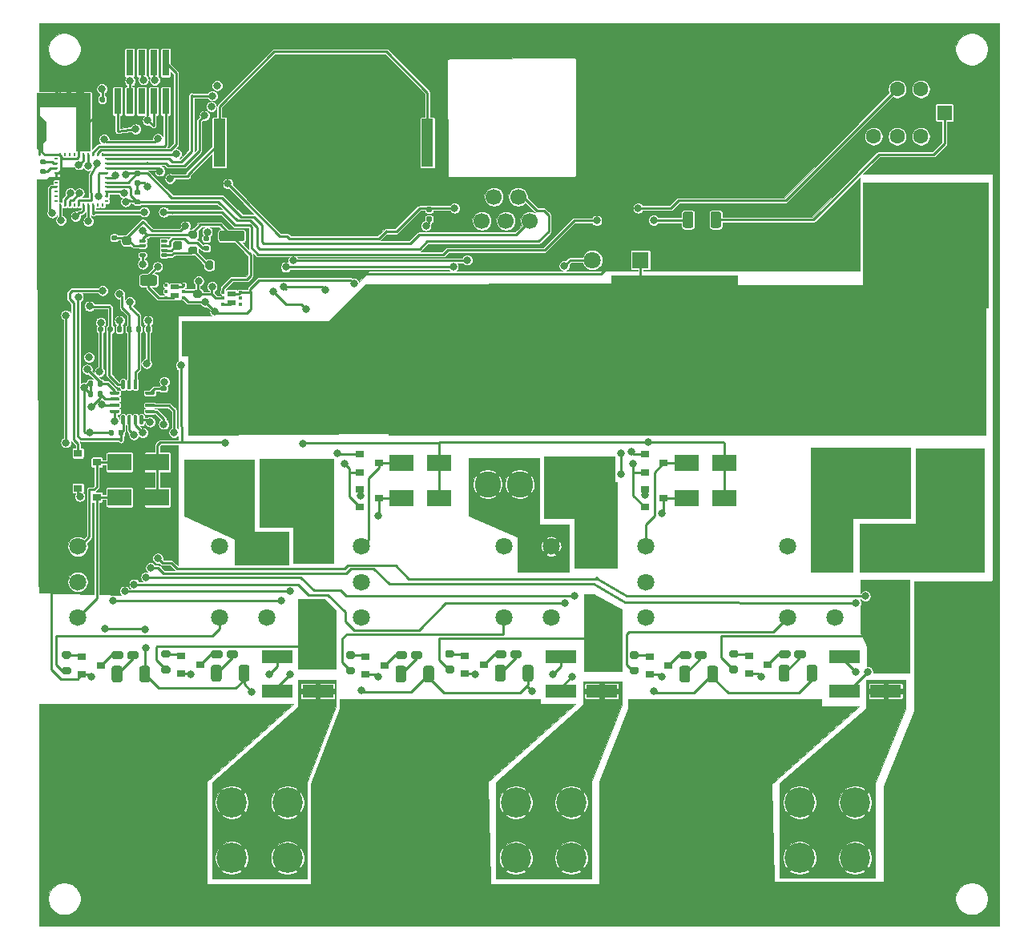
<source format=gbr>
%TF.GenerationSoftware,KiCad,Pcbnew,(5.1.9-0-10_14)*%
%TF.CreationDate,2021-05-17T23:47:06-07:00*%
%TF.ProjectId,tp_radio_board,74705f72-6164-4696-9f5f-626f6172642e,rev?*%
%TF.SameCoordinates,Original*%
%TF.FileFunction,Copper,L1,Top*%
%TF.FilePolarity,Positive*%
%FSLAX46Y46*%
G04 Gerber Fmt 4.6, Leading zero omitted, Abs format (unit mm)*
G04 Created by KiCad (PCBNEW (5.1.9-0-10_14)) date 2021-05-17 23:47:06*
%MOMM*%
%LPD*%
G01*
G04 APERTURE LIST*
%TA.AperFunction,SMDPad,CuDef*%
%ADD10C,0.100000*%
%TD*%
%TA.AperFunction,SMDPad,CuDef*%
%ADD11R,0.762000X2.794000*%
%TD*%
%TA.AperFunction,ComponentPad*%
%ADD12C,1.808000*%
%TD*%
%TA.AperFunction,SMDPad,CuDef*%
%ADD13R,0.500000X0.500000*%
%TD*%
%TA.AperFunction,SMDPad,CuDef*%
%ADD14R,0.250000X0.350000*%
%TD*%
%TA.AperFunction,SMDPad,CuDef*%
%ADD15R,0.350000X0.250000*%
%TD*%
%TA.AperFunction,SMDPad,CuDef*%
%ADD16R,0.900000X0.800000*%
%TD*%
%TA.AperFunction,ComponentPad*%
%ADD17C,3.200000*%
%TD*%
%TA.AperFunction,ComponentPad*%
%ADD18C,1.700000*%
%TD*%
%TA.AperFunction,ComponentPad*%
%ADD19C,2.780000*%
%TD*%
%TA.AperFunction,SMDPad,CuDef*%
%ADD20R,0.950000X0.613000*%
%TD*%
%TA.AperFunction,SMDPad,CuDef*%
%ADD21R,0.325000X0.300000*%
%TD*%
%TA.AperFunction,ComponentPad*%
%ADD22C,0.500000*%
%TD*%
%TA.AperFunction,SMDPad,CuDef*%
%ADD23R,1.200000X1.500000*%
%TD*%
%TA.AperFunction,ComponentPad*%
%ADD24R,1.800000X1.800000*%
%TD*%
%TA.AperFunction,ComponentPad*%
%ADD25C,1.800000*%
%TD*%
%TA.AperFunction,SMDPad,CuDef*%
%ADD26R,3.300000X1.400000*%
%TD*%
%TA.AperFunction,SMDPad,CuDef*%
%ADD27R,2.500000X1.800000*%
%TD*%
%TA.AperFunction,SMDPad,CuDef*%
%ADD28R,1.270000X5.080000*%
%TD*%
%TA.AperFunction,SMDPad,CuDef*%
%ADD29C,17.800000*%
%TD*%
%TA.AperFunction,SMDPad,CuDef*%
%ADD30R,2.100000X2.100000*%
%TD*%
%TA.AperFunction,ComponentPad*%
%ADD31C,1.600000*%
%TD*%
%TA.AperFunction,ComponentPad*%
%ADD32R,1.600000X1.600000*%
%TD*%
%TA.AperFunction,ViaPad*%
%ADD33C,0.800000*%
%TD*%
%TA.AperFunction,Conductor*%
%ADD34C,0.250000*%
%TD*%
%TA.AperFunction,Conductor*%
%ADD35C,16.000000*%
%TD*%
%TA.AperFunction,Conductor*%
%ADD36C,6.000000*%
%TD*%
%TA.AperFunction,Conductor*%
%ADD37C,8.000000*%
%TD*%
%TA.AperFunction,Conductor*%
%ADD38C,0.050000*%
%TD*%
%TA.AperFunction,Conductor*%
%ADD39C,0.100000*%
%TD*%
G04 APERTURE END LIST*
%TA.AperFunction,SMDPad,CuDef*%
D10*
%TO.P,REF\u002A\u002A,*%
%TO.N,GND*%
G36*
X26950000Y-108100000D02*
G01*
X26950000Y-103420000D01*
X23160000Y-103420000D01*
X23160000Y-104330000D01*
X23790000Y-104960000D01*
X23790000Y-106910000D01*
X23500000Y-107200000D01*
X23500000Y-108070000D01*
X23730000Y-108300000D01*
X25180000Y-108300000D01*
X25180000Y-108630000D01*
X23620000Y-108630000D01*
X22800000Y-107810000D01*
X22800000Y-101920000D01*
X28450000Y-101920000D01*
X28450000Y-108100000D01*
X26950000Y-108100000D01*
G37*
%TD.AperFunction*%
%TD*%
D11*
%TO.P,J1,1*%
%TO.N,+3V3*%
X31340000Y-102772000D03*
%TO.P,J1,2*%
%TO.N,GND*%
X31340000Y-98708000D03*
%TO.P,J1,3*%
%TO.N,/RESETn*%
X32610000Y-102772000D03*
%TO.P,J1,4*%
%TO.N,Net-(J1-Pad4)*%
X32610000Y-98708000D03*
%TO.P,J1,5*%
%TO.N,Net-(J1-Pad5)*%
X33880000Y-102772000D03*
%TO.P,J1,6*%
%TO.N,/SWO*%
X33880000Y-98708000D03*
%TO.P,J1,7*%
%TO.N,/SWDIO*%
X35150000Y-102772000D03*
%TO.P,J1,8*%
%TO.N,/SWCLK*%
X35150000Y-98708000D03*
%TO.P,J1,9*%
%TO.N,/PTI_FRAME*%
X36420000Y-102772000D03*
%TO.P,J1,10*%
%TO.N,/PTI_DATA*%
X36420000Y-98708000D03*
%TD*%
D12*
%TO.P,K2,1*%
%TO.N,Net-(D2-Pad2)*%
X57140008Y-157350000D03*
%TO.P,K2,2*%
%TO.N,/Relay2_NC*%
X72140008Y-157350000D03*
%TO.P,K2,3*%
%TO.N,/Relay2_C*%
X77140008Y-157350000D03*
%TO.P,K2,4*%
%TO.N,/Relay2_NO*%
X82140008Y-157350000D03*
X82140008Y-149850000D03*
%TO.P,K2,3*%
%TO.N,/Relay2_C*%
X77140008Y-149850000D03*
%TO.P,K2,2*%
%TO.N,/Relay2_NC*%
X72140008Y-149850000D03*
%TO.P,K2,8*%
%TO.N,Net-(D5-Pad2)*%
X57140008Y-149850000D03*
%TO.P,K2,9*%
%TO.N,Net-(K2-Pad9)*%
X57140008Y-153600000D03*
%TD*%
%TO.P,K3,1*%
%TO.N,Net-(D3-Pad2)*%
X87140008Y-157350000D03*
%TO.P,K3,2*%
%TO.N,/Relay3_NC*%
X102140008Y-157350000D03*
%TO.P,K3,3*%
%TO.N,/Relay3_C*%
X107140008Y-157350000D03*
%TO.P,K3,4*%
%TO.N,/Relay3_NO*%
X112140008Y-157350000D03*
X112140008Y-149850000D03*
%TO.P,K3,3*%
%TO.N,/Relay3_C*%
X107140008Y-149850000D03*
%TO.P,K3,2*%
%TO.N,/Relay3_NC*%
X102140008Y-149850000D03*
%TO.P,K3,8*%
%TO.N,Net-(D6-Pad2)*%
X87140008Y-149850000D03*
%TO.P,K3,9*%
%TO.N,Net-(K3-Pad9)*%
X87140008Y-153600000D03*
%TD*%
%TO.P,K1,1*%
%TO.N,Net-(D1-Pad2)*%
X27140008Y-157350000D03*
%TO.P,K1,2*%
%TO.N,/Relay1_NC*%
X42140008Y-157350000D03*
%TO.P,K1,3*%
%TO.N,/Relay1_C*%
X47140008Y-157350000D03*
%TO.P,K1,4*%
%TO.N,/Relay1_NO*%
X52140008Y-157350000D03*
X52140008Y-149850000D03*
%TO.P,K1,3*%
%TO.N,/Relay1_C*%
X47140008Y-149850000D03*
%TO.P,K1,2*%
%TO.N,/Relay1_NC*%
X42140008Y-149850000D03*
%TO.P,K1,8*%
%TO.N,Net-(D4-Pad2)*%
X27140008Y-149850000D03*
%TO.P,K1,9*%
%TO.N,Net-(K1-Pad9)*%
X27140008Y-153600000D03*
%TD*%
D13*
%TO.P,U1,42*%
%TO.N,GND*%
X27050000Y-111550000D03*
%TO.P,U1,43*%
X27950000Y-111550000D03*
%TO.P,U1,44*%
X27950000Y-110650000D03*
%TO.P,U1,41*%
X27050000Y-110650000D03*
D14*
%TO.P,U1,31*%
%TO.N,/Button1*%
X29750000Y-108450000D03*
%TO.P,U1,32*%
%TO.N,/PTI_DATA*%
X29250000Y-108450000D03*
%TO.P,U1,33*%
%TO.N,/PTI_FRAME*%
X28750000Y-108450000D03*
%TO.P,U1,34*%
%TO.N,/Relay3_SET*%
X28250000Y-108450000D03*
%TO.P,U1,35*%
%TO.N,/RESETn*%
X27750000Y-108450000D03*
%TO.P,U1,36*%
%TO.N,GND*%
X27250000Y-108450000D03*
%TO.P,U1,37*%
%TO.N,Net-(U1-Pad37)*%
X26750000Y-108450000D03*
%TO.P,U1,39*%
%TO.N,Net-(U1-Pad39)*%
X25750000Y-108450000D03*
%TO.P,U1,38*%
%TO.N,Net-(U1-Pad38)*%
X26250000Y-108450000D03*
%TO.P,U1,40*%
%TO.N,GND*%
X25250000Y-108450000D03*
D15*
%TO.P,U1,30*%
%TO.N,/Relay3_UNSET*%
X30150000Y-108850000D03*
%TO.P,U1,29*%
%TO.N,/Relay2_UNSET*%
X30150000Y-109350000D03*
%TO.P,U1,28*%
%TO.N,/Relay2_SET*%
X30150000Y-109850000D03*
%TO.P,U1,27*%
%TO.N,/Relay1_SET*%
X30150000Y-110350000D03*
%TO.P,U1,26*%
%TO.N,/Relay1_UNSET*%
X30150000Y-110850000D03*
%TO.P,U1,25*%
%TO.N,/SDA*%
X30150000Y-111350000D03*
%TO.P,U1,24*%
%TO.N,/SCL*%
X30150000Y-111850000D03*
%TO.P,U1,23*%
%TO.N,+3V3*%
X30150000Y-112350000D03*
%TO.P,U1,22*%
X30150000Y-112850000D03*
%TO.P,U1,21*%
%TO.N,Net-(U1-Pad21)*%
X30150000Y-113350000D03*
D14*
%TO.P,U1,20*%
%TO.N,Net-(U1-Pad20)*%
X29750000Y-113750000D03*
%TO.P,U1,19*%
%TO.N,Net-(U1-Pad19)*%
X29250000Y-113750000D03*
%TO.P,U1,18*%
%TO.N,/Button1_LED*%
X28750000Y-113750000D03*
%TO.P,U1,17*%
%TO.N,/INA3221_TC*%
X28250000Y-113750000D03*
%TO.P,U1,16*%
%TO.N,/INA3221_WARNING*%
X27750000Y-113750000D03*
%TO.P,U1,15*%
%TO.N,/SWO*%
X27250000Y-113750000D03*
%TO.P,U1,14*%
%TO.N,Net-(U1-Pad14)*%
X26750000Y-113750000D03*
%TO.P,U1,13*%
%TO.N,/SWDIO*%
X26250000Y-113750000D03*
%TO.P,U1,12*%
%TO.N,/SWCLK*%
X25750000Y-113750000D03*
%TO.P,U1,11*%
%TO.N,/INA3221_CRITICAL*%
X25250000Y-113750000D03*
D15*
%TO.P,U1,10*%
%TO.N,Net-(U1-Pad10)*%
X24850000Y-113350000D03*
%TO.P,U1,9*%
%TO.N,Net-(U1-Pad9)*%
X24850000Y-112850000D03*
%TO.P,U1,8*%
%TO.N,Net-(U1-Pad8)*%
X24850000Y-112350000D03*
%TO.P,U1,7*%
%TO.N,/INA3221_PV*%
X24850000Y-111850000D03*
%TO.P,U1,6*%
%TO.N,Net-(U1-Pad6)*%
X24850000Y-111350000D03*
%TO.P,U1,5*%
%TO.N,GND*%
X24850000Y-110850000D03*
%TO.P,U1,4*%
X24850000Y-110350000D03*
%TO.P,U1,3*%
%TO.N,Net-(R1-Pad2)*%
X24850000Y-109850000D03*
%TO.P,U1,2*%
%TO.N,Net-(R1-Pad1)*%
X24850000Y-109350000D03*
%TO.P,U1,1*%
%TO.N,Net-(U1-Pad1)*%
X24850000Y-108850000D03*
%TD*%
%TO.P,D12,2*%
%TO.N,Net-(D12-Pad2)*%
%TA.AperFunction,SMDPad,CuDef*%
G36*
G01*
X102840000Y-161462500D02*
X102840000Y-161037500D01*
G75*
G02*
X103052500Y-160825000I212500J0D01*
G01*
X103852500Y-160825000D01*
G75*
G02*
X104065000Y-161037500I0J-212500D01*
G01*
X104065000Y-161462500D01*
G75*
G02*
X103852500Y-161675000I-212500J0D01*
G01*
X103052500Y-161675000D01*
G75*
G02*
X102840000Y-161462500I0J212500D01*
G01*
G37*
%TD.AperFunction*%
%TO.P,D12,1*%
%TO.N,Net-(D12-Pad1)*%
%TA.AperFunction,SMDPad,CuDef*%
G36*
G01*
X101215000Y-161462500D02*
X101215000Y-161037500D01*
G75*
G02*
X101427500Y-160825000I212500J0D01*
G01*
X102227500Y-160825000D01*
G75*
G02*
X102440000Y-161037500I0J-212500D01*
G01*
X102440000Y-161462500D01*
G75*
G02*
X102227500Y-161675000I-212500J0D01*
G01*
X101427500Y-161675000D01*
G75*
G02*
X101215000Y-161462500I0J212500D01*
G01*
G37*
%TD.AperFunction*%
%TD*%
%TO.P,D11,2*%
%TO.N,Net-(D11-Pad2)*%
%TA.AperFunction,SMDPad,CuDef*%
G36*
G01*
X72840000Y-161462500D02*
X72840000Y-161037500D01*
G75*
G02*
X73052500Y-160825000I212500J0D01*
G01*
X73852500Y-160825000D01*
G75*
G02*
X74065000Y-161037500I0J-212500D01*
G01*
X74065000Y-161462500D01*
G75*
G02*
X73852500Y-161675000I-212500J0D01*
G01*
X73052500Y-161675000D01*
G75*
G02*
X72840000Y-161462500I0J212500D01*
G01*
G37*
%TD.AperFunction*%
%TO.P,D11,1*%
%TO.N,Net-(D11-Pad1)*%
%TA.AperFunction,SMDPad,CuDef*%
G36*
G01*
X71215000Y-161462500D02*
X71215000Y-161037500D01*
G75*
G02*
X71427500Y-160825000I212500J0D01*
G01*
X72227500Y-160825000D01*
G75*
G02*
X72440000Y-161037500I0J-212500D01*
G01*
X72440000Y-161462500D01*
G75*
G02*
X72227500Y-161675000I-212500J0D01*
G01*
X71427500Y-161675000D01*
G75*
G02*
X71215000Y-161462500I0J212500D01*
G01*
G37*
%TD.AperFunction*%
%TD*%
%TO.P,D10,2*%
%TO.N,Net-(D10-Pad2)*%
%TA.AperFunction,SMDPad,CuDef*%
G36*
G01*
X42840000Y-161462500D02*
X42840000Y-161037500D01*
G75*
G02*
X43052500Y-160825000I212500J0D01*
G01*
X43852500Y-160825000D01*
G75*
G02*
X44065000Y-161037500I0J-212500D01*
G01*
X44065000Y-161462500D01*
G75*
G02*
X43852500Y-161675000I-212500J0D01*
G01*
X43052500Y-161675000D01*
G75*
G02*
X42840000Y-161462500I0J212500D01*
G01*
G37*
%TD.AperFunction*%
%TO.P,D10,1*%
%TO.N,Net-(D10-Pad1)*%
%TA.AperFunction,SMDPad,CuDef*%
G36*
G01*
X41215000Y-161462500D02*
X41215000Y-161037500D01*
G75*
G02*
X41427500Y-160825000I212500J0D01*
G01*
X42227500Y-160825000D01*
G75*
G02*
X42440000Y-161037500I0J-212500D01*
G01*
X42440000Y-161462500D01*
G75*
G02*
X42227500Y-161675000I-212500J0D01*
G01*
X41427500Y-161675000D01*
G75*
G02*
X41215000Y-161462500I0J212500D01*
G01*
G37*
%TD.AperFunction*%
%TD*%
%TO.P,R24,2*%
%TO.N,Net-(D10-Pad2)*%
%TA.AperFunction,SMDPad,CuDef*%
G36*
G01*
X42340000Y-162624999D02*
X42340000Y-163875001D01*
G75*
G02*
X42090001Y-164125000I-249999J0D01*
G01*
X41464999Y-164125000D01*
G75*
G02*
X41215000Y-163875001I0J249999D01*
G01*
X41215000Y-162624999D01*
G75*
G02*
X41464999Y-162375000I249999J0D01*
G01*
X42090001Y-162375000D01*
G75*
G02*
X42340000Y-162624999I0J-249999D01*
G01*
G37*
%TD.AperFunction*%
%TO.P,R24,1*%
%TO.N,+3V3*%
%TA.AperFunction,SMDPad,CuDef*%
G36*
G01*
X45265000Y-162624999D02*
X45265000Y-163875001D01*
G75*
G02*
X45015001Y-164125000I-249999J0D01*
G01*
X44389999Y-164125000D01*
G75*
G02*
X44140000Y-163875001I0J249999D01*
G01*
X44140000Y-162624999D01*
G75*
G02*
X44389999Y-162375000I249999J0D01*
G01*
X45015001Y-162375000D01*
G75*
G02*
X45265000Y-162624999I0J-249999D01*
G01*
G37*
%TD.AperFunction*%
%TD*%
%TO.P,R26,2*%
%TO.N,Net-(D12-Pad2)*%
%TA.AperFunction,SMDPad,CuDef*%
G36*
G01*
X102340000Y-162624999D02*
X102340000Y-163875001D01*
G75*
G02*
X102090001Y-164125000I-249999J0D01*
G01*
X101464999Y-164125000D01*
G75*
G02*
X101215000Y-163875001I0J249999D01*
G01*
X101215000Y-162624999D01*
G75*
G02*
X101464999Y-162375000I249999J0D01*
G01*
X102090001Y-162375000D01*
G75*
G02*
X102340000Y-162624999I0J-249999D01*
G01*
G37*
%TD.AperFunction*%
%TO.P,R26,1*%
%TO.N,+3V3*%
%TA.AperFunction,SMDPad,CuDef*%
G36*
G01*
X105265000Y-162624999D02*
X105265000Y-163875001D01*
G75*
G02*
X105015001Y-164125000I-249999J0D01*
G01*
X104389999Y-164125000D01*
G75*
G02*
X104140000Y-163875001I0J249999D01*
G01*
X104140000Y-162624999D01*
G75*
G02*
X104389999Y-162375000I249999J0D01*
G01*
X105015001Y-162375000D01*
G75*
G02*
X105265000Y-162624999I0J-249999D01*
G01*
G37*
%TD.AperFunction*%
%TD*%
%TO.P,R25,2*%
%TO.N,Net-(D11-Pad2)*%
%TA.AperFunction,SMDPad,CuDef*%
G36*
G01*
X72340000Y-162624999D02*
X72340000Y-163875001D01*
G75*
G02*
X72090001Y-164125000I-249999J0D01*
G01*
X71464999Y-164125000D01*
G75*
G02*
X71215000Y-163875001I0J249999D01*
G01*
X71215000Y-162624999D01*
G75*
G02*
X71464999Y-162375000I249999J0D01*
G01*
X72090001Y-162375000D01*
G75*
G02*
X72340000Y-162624999I0J-249999D01*
G01*
G37*
%TD.AperFunction*%
%TO.P,R25,1*%
%TO.N,+3V3*%
%TA.AperFunction,SMDPad,CuDef*%
G36*
G01*
X75265000Y-162624999D02*
X75265000Y-163875001D01*
G75*
G02*
X75015001Y-164125000I-249999J0D01*
G01*
X74389999Y-164125000D01*
G75*
G02*
X74140000Y-163875001I0J249999D01*
G01*
X74140000Y-162624999D01*
G75*
G02*
X74389999Y-162375000I249999J0D01*
G01*
X75015001Y-162375000D01*
G75*
G02*
X75265000Y-162624999I0J-249999D01*
G01*
G37*
%TD.AperFunction*%
%TD*%
%TO.P,R21,2*%
%TO.N,Net-(Q10-Pad1)*%
%TA.AperFunction,SMDPad,CuDef*%
G36*
G01*
X36715000Y-161625000D02*
X36165000Y-161625000D01*
G75*
G02*
X35965000Y-161425000I0J200000D01*
G01*
X35965000Y-161025000D01*
G75*
G02*
X36165000Y-160825000I200000J0D01*
G01*
X36715000Y-160825000D01*
G75*
G02*
X36915000Y-161025000I0J-200000D01*
G01*
X36915000Y-161425000D01*
G75*
G02*
X36715000Y-161625000I-200000J0D01*
G01*
G37*
%TD.AperFunction*%
%TO.P,R21,1*%
%TO.N,/Relay1_NO*%
%TA.AperFunction,SMDPad,CuDef*%
G36*
G01*
X36715000Y-163275000D02*
X36165000Y-163275000D01*
G75*
G02*
X35965000Y-163075000I0J200000D01*
G01*
X35965000Y-162675000D01*
G75*
G02*
X36165000Y-162475000I200000J0D01*
G01*
X36715000Y-162475000D01*
G75*
G02*
X36915000Y-162675000I0J-200000D01*
G01*
X36915000Y-163075000D01*
G75*
G02*
X36715000Y-163275000I-200000J0D01*
G01*
G37*
%TD.AperFunction*%
%TD*%
%TO.P,R23,2*%
%TO.N,Net-(Q12-Pad1)*%
%TA.AperFunction,SMDPad,CuDef*%
G36*
G01*
X96715000Y-161625000D02*
X96165000Y-161625000D01*
G75*
G02*
X95965000Y-161425000I0J200000D01*
G01*
X95965000Y-161025000D01*
G75*
G02*
X96165000Y-160825000I200000J0D01*
G01*
X96715000Y-160825000D01*
G75*
G02*
X96915000Y-161025000I0J-200000D01*
G01*
X96915000Y-161425000D01*
G75*
G02*
X96715000Y-161625000I-200000J0D01*
G01*
G37*
%TD.AperFunction*%
%TO.P,R23,1*%
%TO.N,/Relay3_NO*%
%TA.AperFunction,SMDPad,CuDef*%
G36*
G01*
X96715000Y-163275000D02*
X96165000Y-163275000D01*
G75*
G02*
X95965000Y-163075000I0J200000D01*
G01*
X95965000Y-162675000D01*
G75*
G02*
X96165000Y-162475000I200000J0D01*
G01*
X96715000Y-162475000D01*
G75*
G02*
X96915000Y-162675000I0J-200000D01*
G01*
X96915000Y-163075000D01*
G75*
G02*
X96715000Y-163275000I-200000J0D01*
G01*
G37*
%TD.AperFunction*%
%TD*%
%TO.P,R22,2*%
%TO.N,Net-(Q11-Pad1)*%
%TA.AperFunction,SMDPad,CuDef*%
G36*
G01*
X66715000Y-161625000D02*
X66165000Y-161625000D01*
G75*
G02*
X65965000Y-161425000I0J200000D01*
G01*
X65965000Y-161025000D01*
G75*
G02*
X66165000Y-160825000I200000J0D01*
G01*
X66715000Y-160825000D01*
G75*
G02*
X66915000Y-161025000I0J-200000D01*
G01*
X66915000Y-161425000D01*
G75*
G02*
X66715000Y-161625000I-200000J0D01*
G01*
G37*
%TD.AperFunction*%
%TO.P,R22,1*%
%TO.N,/Relay2_NO*%
%TA.AperFunction,SMDPad,CuDef*%
G36*
G01*
X66715000Y-163275000D02*
X66165000Y-163275000D01*
G75*
G02*
X65965000Y-163075000I0J200000D01*
G01*
X65965000Y-162675000D01*
G75*
G02*
X66165000Y-162475000I200000J0D01*
G01*
X66715000Y-162475000D01*
G75*
G02*
X66915000Y-162675000I0J-200000D01*
G01*
X66915000Y-163075000D01*
G75*
G02*
X66715000Y-163275000I-200000J0D01*
G01*
G37*
%TD.AperFunction*%
%TD*%
%TO.P,R16,2*%
%TO.N,Net-(D7-Pad2)*%
%TA.AperFunction,SMDPad,CuDef*%
G36*
G01*
X31840000Y-162724999D02*
X31840000Y-163975001D01*
G75*
G02*
X31590001Y-164225000I-249999J0D01*
G01*
X30964999Y-164225000D01*
G75*
G02*
X30715000Y-163975001I0J249999D01*
G01*
X30715000Y-162724999D01*
G75*
G02*
X30964999Y-162475000I249999J0D01*
G01*
X31590001Y-162475000D01*
G75*
G02*
X31840000Y-162724999I0J-249999D01*
G01*
G37*
%TD.AperFunction*%
%TO.P,R16,1*%
%TO.N,+3V3*%
%TA.AperFunction,SMDPad,CuDef*%
G36*
G01*
X34765000Y-162724999D02*
X34765000Y-163975001D01*
G75*
G02*
X34515001Y-164225000I-249999J0D01*
G01*
X33889999Y-164225000D01*
G75*
G02*
X33640000Y-163975001I0J249999D01*
G01*
X33640000Y-162724999D01*
G75*
G02*
X33889999Y-162475000I249999J0D01*
G01*
X34515001Y-162475000D01*
G75*
G02*
X34765000Y-162724999I0J-249999D01*
G01*
G37*
%TD.AperFunction*%
%TD*%
%TO.P,R18,2*%
%TO.N,Net-(D9-Pad2)*%
%TA.AperFunction,SMDPad,CuDef*%
G36*
G01*
X91840000Y-162724999D02*
X91840000Y-163975001D01*
G75*
G02*
X91590001Y-164225000I-249999J0D01*
G01*
X90964999Y-164225000D01*
G75*
G02*
X90715000Y-163975001I0J249999D01*
G01*
X90715000Y-162724999D01*
G75*
G02*
X90964999Y-162475000I249999J0D01*
G01*
X91590001Y-162475000D01*
G75*
G02*
X91840000Y-162724999I0J-249999D01*
G01*
G37*
%TD.AperFunction*%
%TO.P,R18,1*%
%TO.N,+3V3*%
%TA.AperFunction,SMDPad,CuDef*%
G36*
G01*
X94765000Y-162724999D02*
X94765000Y-163975001D01*
G75*
G02*
X94515001Y-164225000I-249999J0D01*
G01*
X93889999Y-164225000D01*
G75*
G02*
X93640000Y-163975001I0J249999D01*
G01*
X93640000Y-162724999D01*
G75*
G02*
X93889999Y-162475000I249999J0D01*
G01*
X94515001Y-162475000D01*
G75*
G02*
X94765000Y-162724999I0J-249999D01*
G01*
G37*
%TD.AperFunction*%
%TD*%
%TO.P,R17,2*%
%TO.N,Net-(D8-Pad2)*%
%TA.AperFunction,SMDPad,CuDef*%
G36*
G01*
X61840000Y-162724999D02*
X61840000Y-163975001D01*
G75*
G02*
X61590001Y-164225000I-249999J0D01*
G01*
X60964999Y-164225000D01*
G75*
G02*
X60715000Y-163975001I0J249999D01*
G01*
X60715000Y-162724999D01*
G75*
G02*
X60964999Y-162475000I249999J0D01*
G01*
X61590001Y-162475000D01*
G75*
G02*
X61840000Y-162724999I0J-249999D01*
G01*
G37*
%TD.AperFunction*%
%TO.P,R17,1*%
%TO.N,+3V3*%
%TA.AperFunction,SMDPad,CuDef*%
G36*
G01*
X64765000Y-162724999D02*
X64765000Y-163975001D01*
G75*
G02*
X64515001Y-164225000I-249999J0D01*
G01*
X63889999Y-164225000D01*
G75*
G02*
X63640000Y-163975001I0J249999D01*
G01*
X63640000Y-162724999D01*
G75*
G02*
X63889999Y-162475000I249999J0D01*
G01*
X64515001Y-162475000D01*
G75*
G02*
X64765000Y-162724999I0J-249999D01*
G01*
G37*
%TD.AperFunction*%
%TD*%
%TO.P,R13,2*%
%TO.N,Net-(Q7-Pad1)*%
%TA.AperFunction,SMDPad,CuDef*%
G36*
G01*
X26215000Y-161725000D02*
X25665000Y-161725000D01*
G75*
G02*
X25465000Y-161525000I0J200000D01*
G01*
X25465000Y-161125000D01*
G75*
G02*
X25665000Y-160925000I200000J0D01*
G01*
X26215000Y-160925000D01*
G75*
G02*
X26415000Y-161125000I0J-200000D01*
G01*
X26415000Y-161525000D01*
G75*
G02*
X26215000Y-161725000I-200000J0D01*
G01*
G37*
%TD.AperFunction*%
%TO.P,R13,1*%
%TO.N,/Relay1_NC*%
%TA.AperFunction,SMDPad,CuDef*%
G36*
G01*
X26215000Y-163375000D02*
X25665000Y-163375000D01*
G75*
G02*
X25465000Y-163175000I0J200000D01*
G01*
X25465000Y-162775000D01*
G75*
G02*
X25665000Y-162575000I200000J0D01*
G01*
X26215000Y-162575000D01*
G75*
G02*
X26415000Y-162775000I0J-200000D01*
G01*
X26415000Y-163175000D01*
G75*
G02*
X26215000Y-163375000I-200000J0D01*
G01*
G37*
%TD.AperFunction*%
%TD*%
%TO.P,R15,2*%
%TO.N,Net-(Q9-Pad1)*%
%TA.AperFunction,SMDPad,CuDef*%
G36*
G01*
X86215000Y-161725000D02*
X85665000Y-161725000D01*
G75*
G02*
X85465000Y-161525000I0J200000D01*
G01*
X85465000Y-161125000D01*
G75*
G02*
X85665000Y-160925000I200000J0D01*
G01*
X86215000Y-160925000D01*
G75*
G02*
X86415000Y-161125000I0J-200000D01*
G01*
X86415000Y-161525000D01*
G75*
G02*
X86215000Y-161725000I-200000J0D01*
G01*
G37*
%TD.AperFunction*%
%TO.P,R15,1*%
%TO.N,/Relay3_NC*%
%TA.AperFunction,SMDPad,CuDef*%
G36*
G01*
X86215000Y-163375000D02*
X85665000Y-163375000D01*
G75*
G02*
X85465000Y-163175000I0J200000D01*
G01*
X85465000Y-162775000D01*
G75*
G02*
X85665000Y-162575000I200000J0D01*
G01*
X86215000Y-162575000D01*
G75*
G02*
X86415000Y-162775000I0J-200000D01*
G01*
X86415000Y-163175000D01*
G75*
G02*
X86215000Y-163375000I-200000J0D01*
G01*
G37*
%TD.AperFunction*%
%TD*%
%TO.P,R14,2*%
%TO.N,Net-(Q8-Pad1)*%
%TA.AperFunction,SMDPad,CuDef*%
G36*
G01*
X56215000Y-161725000D02*
X55665000Y-161725000D01*
G75*
G02*
X55465000Y-161525000I0J200000D01*
G01*
X55465000Y-161125000D01*
G75*
G02*
X55665000Y-160925000I200000J0D01*
G01*
X56215000Y-160925000D01*
G75*
G02*
X56415000Y-161125000I0J-200000D01*
G01*
X56415000Y-161525000D01*
G75*
G02*
X56215000Y-161725000I-200000J0D01*
G01*
G37*
%TD.AperFunction*%
%TO.P,R14,1*%
%TO.N,/Relay2_NC*%
%TA.AperFunction,SMDPad,CuDef*%
G36*
G01*
X56215000Y-163375000D02*
X55665000Y-163375000D01*
G75*
G02*
X55465000Y-163175000I0J200000D01*
G01*
X55465000Y-162775000D01*
G75*
G02*
X55665000Y-162575000I200000J0D01*
G01*
X56215000Y-162575000D01*
G75*
G02*
X56415000Y-162775000I0J-200000D01*
G01*
X56415000Y-163175000D01*
G75*
G02*
X56215000Y-163375000I-200000J0D01*
G01*
G37*
%TD.AperFunction*%
%TD*%
D16*
%TO.P,Q10,3*%
%TO.N,Net-(D10-Pad1)*%
X40040000Y-162350000D03*
%TO.P,Q10,2*%
%TO.N,GND*%
X38040000Y-163300000D03*
%TO.P,Q10,1*%
%TO.N,Net-(Q10-Pad1)*%
X38040000Y-161400000D03*
%TD*%
%TO.P,Q12,3*%
%TO.N,Net-(D12-Pad1)*%
X100040000Y-162350000D03*
%TO.P,Q12,2*%
%TO.N,GND*%
X98040000Y-163300000D03*
%TO.P,Q12,1*%
%TO.N,Net-(Q12-Pad1)*%
X98040000Y-161400000D03*
%TD*%
%TO.P,Q11,3*%
%TO.N,Net-(D11-Pad1)*%
X70040000Y-162350000D03*
%TO.P,Q11,2*%
%TO.N,GND*%
X68040000Y-163300000D03*
%TO.P,Q11,1*%
%TO.N,Net-(Q11-Pad1)*%
X68040000Y-161400000D03*
%TD*%
%TO.P,Q7,3*%
%TO.N,Net-(D7-Pad1)*%
X29540000Y-162450000D03*
%TO.P,Q7,2*%
%TO.N,GND*%
X27540000Y-163400000D03*
%TO.P,Q7,1*%
%TO.N,Net-(Q7-Pad1)*%
X27540000Y-161500000D03*
%TD*%
%TO.P,Q9,3*%
%TO.N,Net-(D9-Pad1)*%
X89540000Y-162450000D03*
%TO.P,Q9,2*%
%TO.N,GND*%
X87540000Y-163400000D03*
%TO.P,Q9,1*%
%TO.N,Net-(Q9-Pad1)*%
X87540000Y-161500000D03*
%TD*%
%TO.P,Q8,3*%
%TO.N,Net-(D8-Pad1)*%
X59540000Y-162450000D03*
%TO.P,Q8,2*%
%TO.N,GND*%
X57540000Y-163400000D03*
%TO.P,Q8,1*%
%TO.N,Net-(Q8-Pad1)*%
X57540000Y-161500000D03*
%TD*%
%TO.P,D7,2*%
%TO.N,Net-(D7-Pad2)*%
%TA.AperFunction,SMDPad,CuDef*%
G36*
G01*
X32340000Y-161562500D02*
X32340000Y-161137500D01*
G75*
G02*
X32552500Y-160925000I212500J0D01*
G01*
X33352500Y-160925000D01*
G75*
G02*
X33565000Y-161137500I0J-212500D01*
G01*
X33565000Y-161562500D01*
G75*
G02*
X33352500Y-161775000I-212500J0D01*
G01*
X32552500Y-161775000D01*
G75*
G02*
X32340000Y-161562500I0J212500D01*
G01*
G37*
%TD.AperFunction*%
%TO.P,D7,1*%
%TO.N,Net-(D7-Pad1)*%
%TA.AperFunction,SMDPad,CuDef*%
G36*
G01*
X30715000Y-161562500D02*
X30715000Y-161137500D01*
G75*
G02*
X30927500Y-160925000I212500J0D01*
G01*
X31727500Y-160925000D01*
G75*
G02*
X31940000Y-161137500I0J-212500D01*
G01*
X31940000Y-161562500D01*
G75*
G02*
X31727500Y-161775000I-212500J0D01*
G01*
X30927500Y-161775000D01*
G75*
G02*
X30715000Y-161562500I0J212500D01*
G01*
G37*
%TD.AperFunction*%
%TD*%
%TO.P,D9,2*%
%TO.N,Net-(D9-Pad2)*%
%TA.AperFunction,SMDPad,CuDef*%
G36*
G01*
X92340000Y-161562500D02*
X92340000Y-161137500D01*
G75*
G02*
X92552500Y-160925000I212500J0D01*
G01*
X93352500Y-160925000D01*
G75*
G02*
X93565000Y-161137500I0J-212500D01*
G01*
X93565000Y-161562500D01*
G75*
G02*
X93352500Y-161775000I-212500J0D01*
G01*
X92552500Y-161775000D01*
G75*
G02*
X92340000Y-161562500I0J212500D01*
G01*
G37*
%TD.AperFunction*%
%TO.P,D9,1*%
%TO.N,Net-(D9-Pad1)*%
%TA.AperFunction,SMDPad,CuDef*%
G36*
G01*
X90715000Y-161562500D02*
X90715000Y-161137500D01*
G75*
G02*
X90927500Y-160925000I212500J0D01*
G01*
X91727500Y-160925000D01*
G75*
G02*
X91940000Y-161137500I0J-212500D01*
G01*
X91940000Y-161562500D01*
G75*
G02*
X91727500Y-161775000I-212500J0D01*
G01*
X90927500Y-161775000D01*
G75*
G02*
X90715000Y-161562500I0J212500D01*
G01*
G37*
%TD.AperFunction*%
%TD*%
%TO.P,D8,2*%
%TO.N,Net-(D8-Pad2)*%
%TA.AperFunction,SMDPad,CuDef*%
G36*
G01*
X62340000Y-161562500D02*
X62340000Y-161137500D01*
G75*
G02*
X62552500Y-160925000I212500J0D01*
G01*
X63352500Y-160925000D01*
G75*
G02*
X63565000Y-161137500I0J-212500D01*
G01*
X63565000Y-161562500D01*
G75*
G02*
X63352500Y-161775000I-212500J0D01*
G01*
X62552500Y-161775000D01*
G75*
G02*
X62340000Y-161562500I0J212500D01*
G01*
G37*
%TD.AperFunction*%
%TO.P,D8,1*%
%TO.N,Net-(D8-Pad1)*%
%TA.AperFunction,SMDPad,CuDef*%
G36*
G01*
X60715000Y-161562500D02*
X60715000Y-161137500D01*
G75*
G02*
X60927500Y-160925000I212500J0D01*
G01*
X61727500Y-160925000D01*
G75*
G02*
X61940000Y-161137500I0J-212500D01*
G01*
X61940000Y-161562500D01*
G75*
G02*
X61727500Y-161775000I-212500J0D01*
G01*
X60927500Y-161775000D01*
G75*
G02*
X60715000Y-161562500I0J212500D01*
G01*
G37*
%TD.AperFunction*%
%TD*%
D17*
%TO.P,J10,1*%
%TO.N,GND*%
X87500000Y-104500000D03*
X87500000Y-108935000D03*
X91935000Y-104500000D03*
X87500000Y-100065000D03*
X83065000Y-104500000D03*
X83065000Y-108935000D03*
X83065000Y-100065000D03*
X91935000Y-100065000D03*
X91935000Y-108935000D03*
%TD*%
%TO.P,J8,1*%
%TO.N,+12V*%
X116710000Y-118000000D03*
X116710000Y-122435000D03*
X121145000Y-118000000D03*
X116710000Y-113565000D03*
X112275000Y-118000000D03*
X112275000Y-122435000D03*
X112275000Y-113565000D03*
X121145000Y-113565000D03*
X121145000Y-122435000D03*
%TD*%
%TO.P,J7,1*%
%TO.N,/Relay3_OUT*%
X103405000Y-182785000D03*
X103405000Y-176915000D03*
X109275000Y-176915000D03*
X109275000Y-182785000D03*
%TD*%
%TO.P,J6,1*%
%TO.N,/Relay2_OUT*%
X73405000Y-182785000D03*
X73405000Y-176915000D03*
X79275000Y-176915000D03*
X79275000Y-182785000D03*
%TD*%
%TO.P,J5,1*%
%TO.N,/Relay1_OUT*%
X43405000Y-182785000D03*
X43405000Y-176915000D03*
X49275000Y-176915000D03*
X49275000Y-182785000D03*
%TD*%
%TO.P,J4,1*%
%TO.N,GND*%
X89405000Y-182785000D03*
X89405000Y-176915000D03*
X95275000Y-176915000D03*
X95275000Y-182785000D03*
%TD*%
%TO.P,J3,1*%
%TO.N,GND*%
X59405000Y-182785000D03*
X59405000Y-176915000D03*
X65275000Y-176915000D03*
X65275000Y-182785000D03*
%TD*%
%TO.P,J2,1*%
%TO.N,GND*%
X29405000Y-182785000D03*
X29405000Y-176915000D03*
X35275000Y-176915000D03*
X35275000Y-182785000D03*
%TD*%
D18*
%TO.P,J9,6*%
%TO.N,+3V3*%
X69825000Y-115440000D03*
%TO.P,J9,4*%
%TO.N,/TCA6416A_INT*%
X72365000Y-115440000D03*
%TO.P,J9,2*%
%TO.N,/SDA*%
X74905000Y-115440000D03*
%TO.P,J9,5*%
%TO.N,/RJ12_spare*%
X71095000Y-112900000D03*
%TO.P,J9,3*%
%TO.N,/SCL*%
X73655000Y-112900000D03*
%TO.P,J9,1*%
%TO.N,GND*%
X76175000Y-112900000D03*
%TD*%
%TO.P,R20,2*%
%TO.N,/Button1_LED*%
%TA.AperFunction,SMDPad,CuDef*%
G36*
G01*
X92180000Y-114684999D02*
X92180000Y-115935001D01*
G75*
G02*
X91930001Y-116185000I-249999J0D01*
G01*
X91304999Y-116185000D01*
G75*
G02*
X91055000Y-115935001I0J249999D01*
G01*
X91055000Y-114684999D01*
G75*
G02*
X91304999Y-114435000I249999J0D01*
G01*
X91930001Y-114435000D01*
G75*
G02*
X92180000Y-114684999I0J-249999D01*
G01*
G37*
%TD.AperFunction*%
%TO.P,R20,1*%
%TO.N,Net-(R20-Pad1)*%
%TA.AperFunction,SMDPad,CuDef*%
G36*
G01*
X95105000Y-114684999D02*
X95105000Y-115935001D01*
G75*
G02*
X94855001Y-116185000I-249999J0D01*
G01*
X94229999Y-116185000D01*
G75*
G02*
X93980000Y-115935001I0J249999D01*
G01*
X93980000Y-114684999D01*
G75*
G02*
X94229999Y-114435000I249999J0D01*
G01*
X94855001Y-114435000D01*
G75*
G02*
X95105000Y-114684999I0J-249999D01*
G01*
G37*
%TD.AperFunction*%
%TD*%
%TO.P,R19,2*%
%TO.N,/Button1*%
%TA.AperFunction,SMDPad,CuDef*%
G36*
G01*
X64435000Y-114490000D02*
X64065000Y-114490000D01*
G75*
G02*
X63930000Y-114355000I0J135000D01*
G01*
X63930000Y-114085000D01*
G75*
G02*
X64065000Y-113950000I135000J0D01*
G01*
X64435000Y-113950000D01*
G75*
G02*
X64570000Y-114085000I0J-135000D01*
G01*
X64570000Y-114355000D01*
G75*
G02*
X64435000Y-114490000I-135000J0D01*
G01*
G37*
%TD.AperFunction*%
%TO.P,R19,1*%
%TO.N,+3V3*%
%TA.AperFunction,SMDPad,CuDef*%
G36*
G01*
X64435000Y-115510000D02*
X64065000Y-115510000D01*
G75*
G02*
X63930000Y-115375000I0J135000D01*
G01*
X63930000Y-115105000D01*
G75*
G02*
X64065000Y-114970000I135000J0D01*
G01*
X64435000Y-114970000D01*
G75*
G02*
X64570000Y-115105000I0J-135000D01*
G01*
X64570000Y-115375000D01*
G75*
G02*
X64435000Y-115510000I-135000J0D01*
G01*
G37*
%TD.AperFunction*%
%TD*%
D19*
%TO.P,F6,2*%
%TO.N,/Relay3_NO*%
X117650000Y-143270000D03*
X121050000Y-143270000D03*
%TO.P,F6,1*%
%TO.N,+12V*%
X117650000Y-133350000D03*
X121050000Y-133350000D03*
%TD*%
%TO.P,F5,2*%
%TO.N,/Relay2_NO*%
X78440000Y-143270000D03*
X81840000Y-143270000D03*
%TO.P,F5,1*%
%TO.N,+12V*%
X78440000Y-133350000D03*
X81840000Y-133350000D03*
%TD*%
%TO.P,F4,2*%
%TO.N,/Relay1_NO*%
X48440000Y-143270000D03*
X51840000Y-143270000D03*
%TO.P,F4,1*%
%TO.N,+12V*%
X48440000Y-133350000D03*
X51840000Y-133350000D03*
%TD*%
D20*
%TO.P,U6,6*%
%TO.N,+3V3*%
X43400000Y-123133500D03*
%TO.P,U6,3*%
%TO.N,Net-(U6-Pad3)*%
X43400000Y-124066500D03*
D21*
%TO.P,U6,6*%
%TO.N,+3V3*%
X44325000Y-122950000D03*
%TO.P,U6,4*%
%TO.N,Net-(U6-Pad4)*%
X44325000Y-124250000D03*
%TO.P,U6,5*%
%TO.N,Net-(U6-Pad5)*%
X44325000Y-123600000D03*
%TO.P,U6,3*%
%TO.N,Net-(U6-Pad3)*%
X42475000Y-124250000D03*
%TO.P,U6,2*%
%TO.N,+5V*%
X42475000Y-123600000D03*
%TO.P,U6,1*%
%TO.N,Net-(C7-Pad1)*%
X42475000Y-122950000D03*
%TD*%
D20*
%TO.P,U5,6*%
%TO.N,Net-(U5-Pad6)*%
X37400000Y-122433500D03*
%TO.P,U5,3*%
%TO.N,Net-(BT1-Pad1)*%
X37400000Y-123366500D03*
D21*
%TO.P,U5,6*%
%TO.N,Net-(U5-Pad6)*%
X38325000Y-122250000D03*
%TO.P,U5,4*%
%TO.N,+3V3*%
X38325000Y-123550000D03*
%TO.P,U5,5*%
%TO.N,+5V*%
X38325000Y-122900000D03*
%TO.P,U5,3*%
%TO.N,Net-(BT1-Pad1)*%
X36475000Y-123550000D03*
%TO.P,U5,2*%
%TO.N,Net-(U5-Pad2)*%
X36475000Y-122900000D03*
%TO.P,U5,1*%
%TO.N,Net-(U5-Pad1)*%
X36475000Y-122250000D03*
%TD*%
D22*
%TO.P,U4,9*%
%TO.N,GND*%
X35450000Y-118800000D03*
X34750000Y-118800000D03*
X35450000Y-117800000D03*
X34750000Y-117800000D03*
D23*
X35100000Y-118300000D03*
%TO.P,U4,8*%
%TO.N,Net-(U4-Pad8)*%
%TA.AperFunction,SMDPad,CuDef*%
G36*
G01*
X35900000Y-117637500D02*
X35900000Y-117462500D01*
G75*
G02*
X35987500Y-117375000I87500J0D01*
G01*
X36487500Y-117375000D01*
G75*
G02*
X36575000Y-117462500I0J-87500D01*
G01*
X36575000Y-117637500D01*
G75*
G02*
X36487500Y-117725000I-87500J0D01*
G01*
X35987500Y-117725000D01*
G75*
G02*
X35900000Y-117637500I0J87500D01*
G01*
G37*
%TD.AperFunction*%
%TO.P,U4,7*%
%TO.N,Net-(R27-Pad2)*%
%TA.AperFunction,SMDPad,CuDef*%
G36*
G01*
X35900000Y-118137500D02*
X35900000Y-117962500D01*
G75*
G02*
X35987500Y-117875000I87500J0D01*
G01*
X36487500Y-117875000D01*
G75*
G02*
X36575000Y-117962500I0J-87500D01*
G01*
X36575000Y-118137500D01*
G75*
G02*
X36487500Y-118225000I-87500J0D01*
G01*
X35987500Y-118225000D01*
G75*
G02*
X35900000Y-118137500I0J87500D01*
G01*
G37*
%TD.AperFunction*%
%TO.P,U4,6*%
%TO.N,Net-(C6-Pad1)*%
%TA.AperFunction,SMDPad,CuDef*%
G36*
G01*
X35900000Y-118637500D02*
X35900000Y-118462500D01*
G75*
G02*
X35987500Y-118375000I87500J0D01*
G01*
X36487500Y-118375000D01*
G75*
G02*
X36575000Y-118462500I0J-87500D01*
G01*
X36575000Y-118637500D01*
G75*
G02*
X36487500Y-118725000I-87500J0D01*
G01*
X35987500Y-118725000D01*
G75*
G02*
X35900000Y-118637500I0J87500D01*
G01*
G37*
%TD.AperFunction*%
%TO.P,U4,5*%
%TO.N,Net-(R29-Pad2)*%
%TA.AperFunction,SMDPad,CuDef*%
G36*
G01*
X35900000Y-119137500D02*
X35900000Y-118962500D01*
G75*
G02*
X35987500Y-118875000I87500J0D01*
G01*
X36487500Y-118875000D01*
G75*
G02*
X36575000Y-118962500I0J-87500D01*
G01*
X36575000Y-119137500D01*
G75*
G02*
X36487500Y-119225000I-87500J0D01*
G01*
X35987500Y-119225000D01*
G75*
G02*
X35900000Y-119137500I0J87500D01*
G01*
G37*
%TD.AperFunction*%
%TO.P,U4,4*%
%TO.N,Net-(C7-Pad1)*%
%TA.AperFunction,SMDPad,CuDef*%
G36*
G01*
X33625000Y-119137500D02*
X33625000Y-118962500D01*
G75*
G02*
X33712500Y-118875000I87500J0D01*
G01*
X34212500Y-118875000D01*
G75*
G02*
X34300000Y-118962500I0J-87500D01*
G01*
X34300000Y-119137500D01*
G75*
G02*
X34212500Y-119225000I-87500J0D01*
G01*
X33712500Y-119225000D01*
G75*
G02*
X33625000Y-119137500I0J87500D01*
G01*
G37*
%TD.AperFunction*%
%TO.P,U4,3*%
%TO.N,GND*%
%TA.AperFunction,SMDPad,CuDef*%
G36*
G01*
X33625000Y-118637500D02*
X33625000Y-118462500D01*
G75*
G02*
X33712500Y-118375000I87500J0D01*
G01*
X34212500Y-118375000D01*
G75*
G02*
X34300000Y-118462500I0J-87500D01*
G01*
X34300000Y-118637500D01*
G75*
G02*
X34212500Y-118725000I-87500J0D01*
G01*
X33712500Y-118725000D01*
G75*
G02*
X33625000Y-118637500I0J87500D01*
G01*
G37*
%TD.AperFunction*%
%TO.P,U4,2*%
%TO.N,+5V*%
%TA.AperFunction,SMDPad,CuDef*%
G36*
G01*
X33625000Y-118137500D02*
X33625000Y-117962500D01*
G75*
G02*
X33712500Y-117875000I87500J0D01*
G01*
X34212500Y-117875000D01*
G75*
G02*
X34300000Y-117962500I0J-87500D01*
G01*
X34300000Y-118137500D01*
G75*
G02*
X34212500Y-118225000I-87500J0D01*
G01*
X33712500Y-118225000D01*
G75*
G02*
X33625000Y-118137500I0J87500D01*
G01*
G37*
%TD.AperFunction*%
%TO.P,U4,1*%
%TO.N,Net-(C7-Pad1)*%
%TA.AperFunction,SMDPad,CuDef*%
G36*
G01*
X33625000Y-117637500D02*
X33625000Y-117462500D01*
G75*
G02*
X33712500Y-117375000I87500J0D01*
G01*
X34212500Y-117375000D01*
G75*
G02*
X34300000Y-117462500I0J-87500D01*
G01*
X34300000Y-117637500D01*
G75*
G02*
X34212500Y-117725000I-87500J0D01*
G01*
X33712500Y-117725000D01*
G75*
G02*
X33625000Y-117637500I0J87500D01*
G01*
G37*
%TD.AperFunction*%
%TD*%
D24*
%TO.P,U3,1*%
%TO.N,+12V*%
X86590000Y-119570000D03*
D25*
%TO.P,U3,2*%
%TO.N,GND*%
X84050000Y-119570000D03*
%TO.P,U3,3*%
%TO.N,+5V*%
X81510000Y-119570000D03*
%TD*%
%TO.P,R30,2*%
%TO.N,GND*%
%TA.AperFunction,SMDPad,CuDef*%
G36*
G01*
X39775000Y-119825000D02*
X39775000Y-120375000D01*
G75*
G02*
X39575000Y-120575000I-200000J0D01*
G01*
X39175000Y-120575000D01*
G75*
G02*
X38975000Y-120375000I0J200000D01*
G01*
X38975000Y-119825000D01*
G75*
G02*
X39175000Y-119625000I200000J0D01*
G01*
X39575000Y-119625000D01*
G75*
G02*
X39775000Y-119825000I0J-200000D01*
G01*
G37*
%TD.AperFunction*%
%TO.P,R30,1*%
%TO.N,Net-(R29-Pad2)*%
%TA.AperFunction,SMDPad,CuDef*%
G36*
G01*
X41425000Y-119825000D02*
X41425000Y-120375000D01*
G75*
G02*
X41225000Y-120575000I-200000J0D01*
G01*
X40825000Y-120575000D01*
G75*
G02*
X40625000Y-120375000I0J200000D01*
G01*
X40625000Y-119825000D01*
G75*
G02*
X40825000Y-119625000I200000J0D01*
G01*
X41225000Y-119625000D01*
G75*
G02*
X41425000Y-119825000I0J-200000D01*
G01*
G37*
%TD.AperFunction*%
%TD*%
%TO.P,R29,2*%
%TO.N,Net-(R29-Pad2)*%
%TA.AperFunction,SMDPad,CuDef*%
G36*
G01*
X39025000Y-118125000D02*
X39575000Y-118125000D01*
G75*
G02*
X39775000Y-118325000I0J-200000D01*
G01*
X39775000Y-118725000D01*
G75*
G02*
X39575000Y-118925000I-200000J0D01*
G01*
X39025000Y-118925000D01*
G75*
G02*
X38825000Y-118725000I0J200000D01*
G01*
X38825000Y-118325000D01*
G75*
G02*
X39025000Y-118125000I200000J0D01*
G01*
G37*
%TD.AperFunction*%
%TO.P,R29,1*%
%TO.N,Net-(C7-Pad1)*%
%TA.AperFunction,SMDPad,CuDef*%
G36*
G01*
X39025000Y-116475000D02*
X39575000Y-116475000D01*
G75*
G02*
X39775000Y-116675000I0J-200000D01*
G01*
X39775000Y-117075000D01*
G75*
G02*
X39575000Y-117275000I-200000J0D01*
G01*
X39025000Y-117275000D01*
G75*
G02*
X38825000Y-117075000I0J200000D01*
G01*
X38825000Y-116675000D01*
G75*
G02*
X39025000Y-116475000I200000J0D01*
G01*
G37*
%TD.AperFunction*%
%TD*%
%TO.P,R28,2*%
%TO.N,+5V*%
%TA.AperFunction,SMDPad,CuDef*%
G36*
G01*
X40075000Y-123575000D02*
X39525000Y-123575000D01*
G75*
G02*
X39325000Y-123375000I0J200000D01*
G01*
X39325000Y-122975000D01*
G75*
G02*
X39525000Y-122775000I200000J0D01*
G01*
X40075000Y-122775000D01*
G75*
G02*
X40275000Y-122975000I0J-200000D01*
G01*
X40275000Y-123375000D01*
G75*
G02*
X40075000Y-123575000I-200000J0D01*
G01*
G37*
%TD.AperFunction*%
%TO.P,R28,1*%
%TO.N,GND*%
%TA.AperFunction,SMDPad,CuDef*%
G36*
G01*
X40075000Y-125225000D02*
X39525000Y-125225000D01*
G75*
G02*
X39325000Y-125025000I0J200000D01*
G01*
X39325000Y-124625000D01*
G75*
G02*
X39525000Y-124425000I200000J0D01*
G01*
X40075000Y-124425000D01*
G75*
G02*
X40275000Y-124625000I0J-200000D01*
G01*
X40275000Y-125025000D01*
G75*
G02*
X40075000Y-125225000I-200000J0D01*
G01*
G37*
%TD.AperFunction*%
%TD*%
%TO.P,R27,2*%
%TO.N,Net-(R27-Pad2)*%
%TA.AperFunction,SMDPad,CuDef*%
G36*
G01*
X40515000Y-118040000D02*
X40885000Y-118040000D01*
G75*
G02*
X41020000Y-118175000I0J-135000D01*
G01*
X41020000Y-118445000D01*
G75*
G02*
X40885000Y-118580000I-135000J0D01*
G01*
X40515000Y-118580000D01*
G75*
G02*
X40380000Y-118445000I0J135000D01*
G01*
X40380000Y-118175000D01*
G75*
G02*
X40515000Y-118040000I135000J0D01*
G01*
G37*
%TD.AperFunction*%
%TO.P,R27,1*%
%TO.N,+5V*%
%TA.AperFunction,SMDPad,CuDef*%
G36*
G01*
X40515000Y-117020000D02*
X40885000Y-117020000D01*
G75*
G02*
X41020000Y-117155000I0J-135000D01*
G01*
X41020000Y-117425000D01*
G75*
G02*
X40885000Y-117560000I-135000J0D01*
G01*
X40515000Y-117560000D01*
G75*
G02*
X40380000Y-117425000I0J135000D01*
G01*
X40380000Y-117155000D01*
G75*
G02*
X40515000Y-117020000I135000J0D01*
G01*
G37*
%TD.AperFunction*%
%TD*%
%TO.P,R12,2*%
%TO.N,/INA3221_PV*%
%TA.AperFunction,SMDPad,CuDef*%
G36*
G01*
X29225000Y-133920000D02*
X29225000Y-133550000D01*
G75*
G02*
X29360000Y-133415000I135000J0D01*
G01*
X29630000Y-133415000D01*
G75*
G02*
X29765000Y-133550000I0J-135000D01*
G01*
X29765000Y-133920000D01*
G75*
G02*
X29630000Y-134055000I-135000J0D01*
G01*
X29360000Y-134055000D01*
G75*
G02*
X29225000Y-133920000I0J135000D01*
G01*
G37*
%TD.AperFunction*%
%TO.P,R12,1*%
%TO.N,+3V3*%
%TA.AperFunction,SMDPad,CuDef*%
G36*
G01*
X28205000Y-133920000D02*
X28205000Y-133550000D01*
G75*
G02*
X28340000Y-133415000I135000J0D01*
G01*
X28610000Y-133415000D01*
G75*
G02*
X28745000Y-133550000I0J-135000D01*
G01*
X28745000Y-133920000D01*
G75*
G02*
X28610000Y-134055000I-135000J0D01*
G01*
X28340000Y-134055000D01*
G75*
G02*
X28205000Y-133920000I0J135000D01*
G01*
G37*
%TD.AperFunction*%
%TD*%
%TO.P,R11,2*%
%TO.N,/INA3221_CRITICAL*%
%TA.AperFunction,SMDPad,CuDef*%
G36*
G01*
X29225000Y-132820000D02*
X29225000Y-132450000D01*
G75*
G02*
X29360000Y-132315000I135000J0D01*
G01*
X29630000Y-132315000D01*
G75*
G02*
X29765000Y-132450000I0J-135000D01*
G01*
X29765000Y-132820000D01*
G75*
G02*
X29630000Y-132955000I-135000J0D01*
G01*
X29360000Y-132955000D01*
G75*
G02*
X29225000Y-132820000I0J135000D01*
G01*
G37*
%TD.AperFunction*%
%TO.P,R11,1*%
%TO.N,+3V3*%
%TA.AperFunction,SMDPad,CuDef*%
G36*
G01*
X28205000Y-132820000D02*
X28205000Y-132450000D01*
G75*
G02*
X28340000Y-132315000I135000J0D01*
G01*
X28610000Y-132315000D01*
G75*
G02*
X28745000Y-132450000I0J-135000D01*
G01*
X28745000Y-132820000D01*
G75*
G02*
X28610000Y-132955000I-135000J0D01*
G01*
X28340000Y-132955000D01*
G75*
G02*
X28205000Y-132820000I0J135000D01*
G01*
G37*
%TD.AperFunction*%
%TD*%
%TO.P,R10,2*%
%TO.N,/INA3221_WARNING*%
%TA.AperFunction,SMDPad,CuDef*%
G36*
G01*
X30285000Y-127070000D02*
X30285000Y-126700000D01*
G75*
G02*
X30420000Y-126565000I135000J0D01*
G01*
X30690000Y-126565000D01*
G75*
G02*
X30825000Y-126700000I0J-135000D01*
G01*
X30825000Y-127070000D01*
G75*
G02*
X30690000Y-127205000I-135000J0D01*
G01*
X30420000Y-127205000D01*
G75*
G02*
X30285000Y-127070000I0J135000D01*
G01*
G37*
%TD.AperFunction*%
%TO.P,R10,1*%
%TO.N,+3V3*%
%TA.AperFunction,SMDPad,CuDef*%
G36*
G01*
X29265000Y-127070000D02*
X29265000Y-126700000D01*
G75*
G02*
X29400000Y-126565000I135000J0D01*
G01*
X29670000Y-126565000D01*
G75*
G02*
X29805000Y-126700000I0J-135000D01*
G01*
X29805000Y-127070000D01*
G75*
G02*
X29670000Y-127205000I-135000J0D01*
G01*
X29400000Y-127205000D01*
G75*
G02*
X29265000Y-127070000I0J135000D01*
G01*
G37*
%TD.AperFunction*%
%TD*%
%TO.P,R9,2*%
%TO.N,/INA3221_TC*%
%TA.AperFunction,SMDPad,CuDef*%
G36*
G01*
X31425000Y-138020000D02*
X31425000Y-137650000D01*
G75*
G02*
X31560000Y-137515000I135000J0D01*
G01*
X31830000Y-137515000D01*
G75*
G02*
X31965000Y-137650000I0J-135000D01*
G01*
X31965000Y-138020000D01*
G75*
G02*
X31830000Y-138155000I-135000J0D01*
G01*
X31560000Y-138155000D01*
G75*
G02*
X31425000Y-138020000I0J135000D01*
G01*
G37*
%TD.AperFunction*%
%TO.P,R9,1*%
%TO.N,+3V3*%
%TA.AperFunction,SMDPad,CuDef*%
G36*
G01*
X30405000Y-138020000D02*
X30405000Y-137650000D01*
G75*
G02*
X30540000Y-137515000I135000J0D01*
G01*
X30810000Y-137515000D01*
G75*
G02*
X30945000Y-137650000I0J-135000D01*
G01*
X30945000Y-138020000D01*
G75*
G02*
X30810000Y-138155000I-135000J0D01*
G01*
X30540000Y-138155000D01*
G75*
G02*
X30405000Y-138020000I0J135000D01*
G01*
G37*
%TD.AperFunction*%
%TD*%
%TO.P,R8,2*%
%TO.N,/SDA*%
%TA.AperFunction,SMDPad,CuDef*%
G36*
G01*
X32285000Y-127070000D02*
X32285000Y-126700000D01*
G75*
G02*
X32420000Y-126565000I135000J0D01*
G01*
X32690000Y-126565000D01*
G75*
G02*
X32825000Y-126700000I0J-135000D01*
G01*
X32825000Y-127070000D01*
G75*
G02*
X32690000Y-127205000I-135000J0D01*
G01*
X32420000Y-127205000D01*
G75*
G02*
X32285000Y-127070000I0J135000D01*
G01*
G37*
%TD.AperFunction*%
%TO.P,R8,1*%
%TO.N,+3V3*%
%TA.AperFunction,SMDPad,CuDef*%
G36*
G01*
X31265000Y-127070000D02*
X31265000Y-126700000D01*
G75*
G02*
X31400000Y-126565000I135000J0D01*
G01*
X31670000Y-126565000D01*
G75*
G02*
X31805000Y-126700000I0J-135000D01*
G01*
X31805000Y-127070000D01*
G75*
G02*
X31670000Y-127205000I-135000J0D01*
G01*
X31400000Y-127205000D01*
G75*
G02*
X31265000Y-127070000I0J135000D01*
G01*
G37*
%TD.AperFunction*%
%TD*%
%TO.P,R7,2*%
%TO.N,/SCL*%
%TA.AperFunction,SMDPad,CuDef*%
G36*
G01*
X33805000Y-126700000D02*
X33805000Y-127070000D01*
G75*
G02*
X33670000Y-127205000I-135000J0D01*
G01*
X33400000Y-127205000D01*
G75*
G02*
X33265000Y-127070000I0J135000D01*
G01*
X33265000Y-126700000D01*
G75*
G02*
X33400000Y-126565000I135000J0D01*
G01*
X33670000Y-126565000D01*
G75*
G02*
X33805000Y-126700000I0J-135000D01*
G01*
G37*
%TD.AperFunction*%
%TO.P,R7,1*%
%TO.N,+3V3*%
%TA.AperFunction,SMDPad,CuDef*%
G36*
G01*
X34825000Y-126700000D02*
X34825000Y-127070000D01*
G75*
G02*
X34690000Y-127205000I-135000J0D01*
G01*
X34420000Y-127205000D01*
G75*
G02*
X34285000Y-127070000I0J135000D01*
G01*
X34285000Y-126700000D01*
G75*
G02*
X34420000Y-126565000I135000J0D01*
G01*
X34690000Y-126565000D01*
G75*
G02*
X34825000Y-126700000I0J-135000D01*
G01*
G37*
%TD.AperFunction*%
%TD*%
D26*
%TO.P,R4,4*%
%TO.N,/Relay1_NO*%
X52490000Y-161550000D03*
%TO.P,R4,1*%
%TO.N,/Relay1_OUT*%
X52490000Y-165150000D03*
%TO.P,R4,3*%
%TO.N,Net-(R4-Pad3)*%
X48190000Y-161550000D03*
%TO.P,R4,2*%
%TO.N,Net-(R4-Pad2)*%
X48190000Y-165150000D03*
%TD*%
%TO.P,R5,4*%
%TO.N,/Relay2_NO*%
X82490000Y-161550000D03*
%TO.P,R5,1*%
%TO.N,/Relay2_OUT*%
X82490000Y-165150000D03*
%TO.P,R5,3*%
%TO.N,Net-(R5-Pad3)*%
X78190000Y-161550000D03*
%TO.P,R5,2*%
%TO.N,Net-(R5-Pad2)*%
X78190000Y-165150000D03*
%TD*%
%TO.P,R3,2*%
%TO.N,/SDA*%
%TA.AperFunction,SMDPad,CuDef*%
G36*
G01*
X33605000Y-110670000D02*
X33235000Y-110670000D01*
G75*
G02*
X33100000Y-110535000I0J135000D01*
G01*
X33100000Y-110265000D01*
G75*
G02*
X33235000Y-110130000I135000J0D01*
G01*
X33605000Y-110130000D01*
G75*
G02*
X33740000Y-110265000I0J-135000D01*
G01*
X33740000Y-110535000D01*
G75*
G02*
X33605000Y-110670000I-135000J0D01*
G01*
G37*
%TD.AperFunction*%
%TO.P,R3,1*%
%TO.N,+3V3*%
%TA.AperFunction,SMDPad,CuDef*%
G36*
G01*
X33605000Y-111690000D02*
X33235000Y-111690000D01*
G75*
G02*
X33100000Y-111555000I0J135000D01*
G01*
X33100000Y-111285000D01*
G75*
G02*
X33235000Y-111150000I135000J0D01*
G01*
X33605000Y-111150000D01*
G75*
G02*
X33740000Y-111285000I0J-135000D01*
G01*
X33740000Y-111555000D01*
G75*
G02*
X33605000Y-111690000I-135000J0D01*
G01*
G37*
%TD.AperFunction*%
%TD*%
%TO.P,R2,2*%
%TO.N,/SCL*%
%TA.AperFunction,SMDPad,CuDef*%
G36*
G01*
X33245000Y-113170000D02*
X33615000Y-113170000D01*
G75*
G02*
X33750000Y-113305000I0J-135000D01*
G01*
X33750000Y-113575000D01*
G75*
G02*
X33615000Y-113710000I-135000J0D01*
G01*
X33245000Y-113710000D01*
G75*
G02*
X33110000Y-113575000I0J135000D01*
G01*
X33110000Y-113305000D01*
G75*
G02*
X33245000Y-113170000I135000J0D01*
G01*
G37*
%TD.AperFunction*%
%TO.P,R2,1*%
%TO.N,+3V3*%
%TA.AperFunction,SMDPad,CuDef*%
G36*
G01*
X33245000Y-112150000D02*
X33615000Y-112150000D01*
G75*
G02*
X33750000Y-112285000I0J-135000D01*
G01*
X33750000Y-112555000D01*
G75*
G02*
X33615000Y-112690000I-135000J0D01*
G01*
X33245000Y-112690000D01*
G75*
G02*
X33110000Y-112555000I0J135000D01*
G01*
X33110000Y-112285000D01*
G75*
G02*
X33245000Y-112150000I135000J0D01*
G01*
G37*
%TD.AperFunction*%
%TD*%
%TO.P,R1,2*%
%TO.N,Net-(R1-Pad2)*%
%TA.AperFunction,SMDPad,CuDef*%
G36*
G01*
X23275000Y-109950000D02*
X23645000Y-109950000D01*
G75*
G02*
X23780000Y-110085000I0J-135000D01*
G01*
X23780000Y-110355000D01*
G75*
G02*
X23645000Y-110490000I-135000J0D01*
G01*
X23275000Y-110490000D01*
G75*
G02*
X23140000Y-110355000I0J135000D01*
G01*
X23140000Y-110085000D01*
G75*
G02*
X23275000Y-109950000I135000J0D01*
G01*
G37*
%TD.AperFunction*%
%TO.P,R1,1*%
%TO.N,Net-(R1-Pad1)*%
%TA.AperFunction,SMDPad,CuDef*%
G36*
G01*
X23275000Y-108930000D02*
X23645000Y-108930000D01*
G75*
G02*
X23780000Y-109065000I0J-135000D01*
G01*
X23780000Y-109335000D01*
G75*
G02*
X23645000Y-109470000I-135000J0D01*
G01*
X23275000Y-109470000D01*
G75*
G02*
X23140000Y-109335000I0J135000D01*
G01*
X23140000Y-109065000D01*
G75*
G02*
X23275000Y-108930000I135000J0D01*
G01*
G37*
%TD.AperFunction*%
%TD*%
D16*
%TO.P,Q6,3*%
%TO.N,Net-(D6-Pad2)*%
X89040000Y-141050000D03*
%TO.P,Q6,2*%
%TO.N,GND*%
X87040000Y-142000000D03*
%TO.P,Q6,1*%
%TO.N,/Relay3_SET*%
X87040000Y-140100000D03*
%TD*%
%TO.P,Q3,3*%
%TO.N,Net-(D3-Pad2)*%
X89040000Y-144750000D03*
%TO.P,Q3,2*%
%TO.N,GND*%
X87040000Y-145700000D03*
%TO.P,Q3,1*%
%TO.N,/Relay3_UNSET*%
X87040000Y-143800000D03*
%TD*%
%TO.P,Q4,3*%
%TO.N,Net-(D4-Pad2)*%
X29140000Y-140950000D03*
%TO.P,Q4,2*%
%TO.N,GND*%
X27140000Y-141900000D03*
%TO.P,Q4,1*%
%TO.N,/Relay1_SET*%
X27140000Y-140000000D03*
%TD*%
%TO.P,Q1,3*%
%TO.N,Net-(D1-Pad2)*%
X29140000Y-144650000D03*
%TO.P,Q1,2*%
%TO.N,GND*%
X27140000Y-145600000D03*
%TO.P,Q1,1*%
%TO.N,/Relay1_UNSET*%
X27140000Y-143700000D03*
%TD*%
D19*
%TO.P,F3,2*%
%TO.N,/Relay3_C*%
X109650000Y-143270000D03*
X113050000Y-143270000D03*
%TO.P,F3,1*%
%TO.N,+12V*%
X109650000Y-133350000D03*
X113050000Y-133350000D03*
%TD*%
%TO.P,F2,2*%
%TO.N,/Relay2_C*%
X70440000Y-143270000D03*
X73840000Y-143270000D03*
%TO.P,F2,1*%
%TO.N,+12V*%
X70440000Y-133350000D03*
X73840000Y-133350000D03*
%TD*%
%TO.P,F1,2*%
%TO.N,/Relay1_C*%
X40440000Y-143270000D03*
X43840000Y-143270000D03*
%TO.P,F1,1*%
%TO.N,+12V*%
X40440000Y-133350000D03*
X43840000Y-133350000D03*
%TD*%
D27*
%TO.P,D6,2*%
%TO.N,Net-(D6-Pad2)*%
X91440000Y-141050000D03*
%TO.P,D6,1*%
%TO.N,+5V*%
X95440000Y-141050000D03*
%TD*%
%TO.P,D3,2*%
%TO.N,Net-(D3-Pad2)*%
X91440000Y-144750000D03*
%TO.P,D3,1*%
%TO.N,+5V*%
X95440000Y-144750000D03*
%TD*%
%TO.P,D4,2*%
%TO.N,Net-(D4-Pad2)*%
X31540000Y-140950000D03*
%TO.P,D4,1*%
%TO.N,+5V*%
X35540000Y-140950000D03*
%TD*%
%TO.P,D1,2*%
%TO.N,Net-(D1-Pad2)*%
X31540000Y-144650000D03*
%TO.P,D1,1*%
%TO.N,+5V*%
X35540000Y-144650000D03*
%TD*%
%TO.P,C7,2*%
%TO.N,GND*%
%TA.AperFunction,SMDPad,CuDef*%
G36*
G01*
X42299999Y-119400000D02*
X44500001Y-119400000D01*
G75*
G02*
X44750000Y-119649999I0J-249999D01*
G01*
X44750000Y-120300001D01*
G75*
G02*
X44500001Y-120550000I-249999J0D01*
G01*
X42299999Y-120550000D01*
G75*
G02*
X42050000Y-120300001I0J249999D01*
G01*
X42050000Y-119649999D01*
G75*
G02*
X42299999Y-119400000I249999J0D01*
G01*
G37*
%TD.AperFunction*%
%TO.P,C7,1*%
%TO.N,Net-(C7-Pad1)*%
%TA.AperFunction,SMDPad,CuDef*%
G36*
G01*
X42299999Y-116450000D02*
X44500001Y-116450000D01*
G75*
G02*
X44750000Y-116699999I0J-249999D01*
G01*
X44750000Y-117350001D01*
G75*
G02*
X44500001Y-117600000I-249999J0D01*
G01*
X42299999Y-117600000D01*
G75*
G02*
X42050000Y-117350001I0J249999D01*
G01*
X42050000Y-116699999D01*
G75*
G02*
X42299999Y-116450000I249999J0D01*
G01*
G37*
%TD.AperFunction*%
%TD*%
%TO.P,C6,2*%
%TO.N,GND*%
%TA.AperFunction,SMDPad,CuDef*%
G36*
G01*
X37450000Y-119125000D02*
X37950000Y-119125000D01*
G75*
G02*
X38175000Y-119350000I0J-225000D01*
G01*
X38175000Y-119800000D01*
G75*
G02*
X37950000Y-120025000I-225000J0D01*
G01*
X37450000Y-120025000D01*
G75*
G02*
X37225000Y-119800000I0J225000D01*
G01*
X37225000Y-119350000D01*
G75*
G02*
X37450000Y-119125000I225000J0D01*
G01*
G37*
%TD.AperFunction*%
%TO.P,C6,1*%
%TO.N,Net-(C6-Pad1)*%
%TA.AperFunction,SMDPad,CuDef*%
G36*
G01*
X37450000Y-117575000D02*
X37950000Y-117575000D01*
G75*
G02*
X38175000Y-117800000I0J-225000D01*
G01*
X38175000Y-118250000D01*
G75*
G02*
X37950000Y-118475000I-225000J0D01*
G01*
X37450000Y-118475000D01*
G75*
G02*
X37225000Y-118250000I0J225000D01*
G01*
X37225000Y-117800000D01*
G75*
G02*
X37450000Y-117575000I225000J0D01*
G01*
G37*
%TD.AperFunction*%
%TD*%
%TO.P,C5,2*%
%TO.N,GND*%
%TA.AperFunction,SMDPad,CuDef*%
G36*
G01*
X32050000Y-118625000D02*
X32550000Y-118625000D01*
G75*
G02*
X32775000Y-118850000I0J-225000D01*
G01*
X32775000Y-119300000D01*
G75*
G02*
X32550000Y-119525000I-225000J0D01*
G01*
X32050000Y-119525000D01*
G75*
G02*
X31825000Y-119300000I0J225000D01*
G01*
X31825000Y-118850000D01*
G75*
G02*
X32050000Y-118625000I225000J0D01*
G01*
G37*
%TD.AperFunction*%
%TO.P,C5,1*%
%TO.N,+5V*%
%TA.AperFunction,SMDPad,CuDef*%
G36*
G01*
X32050000Y-117075000D02*
X32550000Y-117075000D01*
G75*
G02*
X32775000Y-117300000I0J-225000D01*
G01*
X32775000Y-117750000D01*
G75*
G02*
X32550000Y-117975000I-225000J0D01*
G01*
X32050000Y-117975000D01*
G75*
G02*
X31825000Y-117750000I0J225000D01*
G01*
X31825000Y-117300000D01*
G75*
G02*
X32050000Y-117075000I225000J0D01*
G01*
G37*
%TD.AperFunction*%
%TD*%
%TO.P,C4,2*%
%TO.N,GND*%
%TA.AperFunction,SMDPad,CuDef*%
G36*
G01*
X33949999Y-124100000D02*
X35250001Y-124100000D01*
G75*
G02*
X35500000Y-124349999I0J-249999D01*
G01*
X35500000Y-125000001D01*
G75*
G02*
X35250001Y-125250000I-249999J0D01*
G01*
X33949999Y-125250000D01*
G75*
G02*
X33700000Y-125000001I0J249999D01*
G01*
X33700000Y-124349999D01*
G75*
G02*
X33949999Y-124100000I249999J0D01*
G01*
G37*
%TD.AperFunction*%
%TO.P,C4,1*%
%TO.N,Net-(BT1-Pad1)*%
%TA.AperFunction,SMDPad,CuDef*%
G36*
G01*
X33949999Y-121150000D02*
X35250001Y-121150000D01*
G75*
G02*
X35500000Y-121399999I0J-249999D01*
G01*
X35500000Y-122050001D01*
G75*
G02*
X35250001Y-122300000I-249999J0D01*
G01*
X33949999Y-122300000D01*
G75*
G02*
X33700000Y-122050001I0J249999D01*
G01*
X33700000Y-121399999D01*
G75*
G02*
X33949999Y-121150000I249999J0D01*
G01*
G37*
%TD.AperFunction*%
%TD*%
%TO.P,C3,2*%
%TO.N,GND*%
%TA.AperFunction,SMDPad,CuDef*%
G36*
G01*
X30830000Y-117900000D02*
X31170000Y-117900000D01*
G75*
G02*
X31310000Y-118040000I0J-140000D01*
G01*
X31310000Y-118320000D01*
G75*
G02*
X31170000Y-118460000I-140000J0D01*
G01*
X30830000Y-118460000D01*
G75*
G02*
X30690000Y-118320000I0J140000D01*
G01*
X30690000Y-118040000D01*
G75*
G02*
X30830000Y-117900000I140000J0D01*
G01*
G37*
%TD.AperFunction*%
%TO.P,C3,1*%
%TO.N,+5V*%
%TA.AperFunction,SMDPad,CuDef*%
G36*
G01*
X30830000Y-116940000D02*
X31170000Y-116940000D01*
G75*
G02*
X31310000Y-117080000I0J-140000D01*
G01*
X31310000Y-117360000D01*
G75*
G02*
X31170000Y-117500000I-140000J0D01*
G01*
X30830000Y-117500000D01*
G75*
G02*
X30690000Y-117360000I0J140000D01*
G01*
X30690000Y-117080000D01*
G75*
G02*
X30830000Y-116940000I140000J0D01*
G01*
G37*
%TD.AperFunction*%
%TD*%
%TO.P,C2,2*%
%TO.N,+3V3*%
%TA.AperFunction,SMDPad,CuDef*%
G36*
G01*
X36355000Y-133435000D02*
X36015000Y-133435000D01*
G75*
G02*
X35875000Y-133295000I0J140000D01*
G01*
X35875000Y-133015000D01*
G75*
G02*
X36015000Y-132875000I140000J0D01*
G01*
X36355000Y-132875000D01*
G75*
G02*
X36495000Y-133015000I0J-140000D01*
G01*
X36495000Y-133295000D01*
G75*
G02*
X36355000Y-133435000I-140000J0D01*
G01*
G37*
%TD.AperFunction*%
%TO.P,C2,1*%
%TO.N,GND*%
%TA.AperFunction,SMDPad,CuDef*%
G36*
G01*
X36355000Y-134395000D02*
X36015000Y-134395000D01*
G75*
G02*
X35875000Y-134255000I0J140000D01*
G01*
X35875000Y-133975000D01*
G75*
G02*
X36015000Y-133835000I140000J0D01*
G01*
X36355000Y-133835000D01*
G75*
G02*
X36495000Y-133975000I0J-140000D01*
G01*
X36495000Y-134255000D01*
G75*
G02*
X36355000Y-134395000I-140000J0D01*
G01*
G37*
%TD.AperFunction*%
%TD*%
%TO.P,C1,2*%
%TO.N,GND*%
%TA.AperFunction,SMDPad,CuDef*%
G36*
G01*
X29560000Y-103280000D02*
X29900000Y-103280000D01*
G75*
G02*
X30040000Y-103420000I0J-140000D01*
G01*
X30040000Y-103700000D01*
G75*
G02*
X29900000Y-103840000I-140000J0D01*
G01*
X29560000Y-103840000D01*
G75*
G02*
X29420000Y-103700000I0J140000D01*
G01*
X29420000Y-103420000D01*
G75*
G02*
X29560000Y-103280000I140000J0D01*
G01*
G37*
%TD.AperFunction*%
%TO.P,C1,1*%
%TO.N,/RESETn*%
%TA.AperFunction,SMDPad,CuDef*%
G36*
G01*
X29560000Y-102320000D02*
X29900000Y-102320000D01*
G75*
G02*
X30040000Y-102460000I0J-140000D01*
G01*
X30040000Y-102740000D01*
G75*
G02*
X29900000Y-102880000I-140000J0D01*
G01*
X29560000Y-102880000D01*
G75*
G02*
X29420000Y-102740000I0J140000D01*
G01*
X29420000Y-102460000D01*
G75*
G02*
X29560000Y-102320000I140000J0D01*
G01*
G37*
%TD.AperFunction*%
%TD*%
D28*
%TO.P,BT1,1*%
%TO.N,Net-(BT1-Pad1)*%
X64075000Y-107190000D03*
X42105000Y-107190000D03*
D29*
%TO.P,BT1,2*%
%TO.N,GND*%
X53090000Y-107190000D03*
%TD*%
D30*
%TO.P,U2,17*%
%TO.N,GND*%
X32885000Y-134605000D03*
%TO.P,U2,16*%
%TO.N,+12V*%
%TA.AperFunction,SMDPad,CuDef*%
G36*
G01*
X34035000Y-136042500D02*
X34035000Y-136892500D01*
G75*
G02*
X33947500Y-136980000I-87500J0D01*
G01*
X33772500Y-136980000D01*
G75*
G02*
X33685000Y-136892500I0J87500D01*
G01*
X33685000Y-136042500D01*
G75*
G02*
X33772500Y-135955000I87500J0D01*
G01*
X33947500Y-135955000D01*
G75*
G02*
X34035000Y-136042500I0J-87500D01*
G01*
G37*
%TD.AperFunction*%
%TO.P,U2,15*%
%TO.N,Net-(R5-Pad2)*%
%TA.AperFunction,SMDPad,CuDef*%
G36*
G01*
X33385000Y-136042500D02*
X33385000Y-136892500D01*
G75*
G02*
X33297500Y-136980000I-87500J0D01*
G01*
X33122500Y-136980000D01*
G75*
G02*
X33035000Y-136892500I0J87500D01*
G01*
X33035000Y-136042500D01*
G75*
G02*
X33122500Y-135955000I87500J0D01*
G01*
X33297500Y-135955000D01*
G75*
G02*
X33385000Y-136042500I0J-87500D01*
G01*
G37*
%TD.AperFunction*%
%TO.P,U2,14*%
%TO.N,Net-(R5-Pad3)*%
%TA.AperFunction,SMDPad,CuDef*%
G36*
G01*
X32735000Y-136042500D02*
X32735000Y-136892500D01*
G75*
G02*
X32647500Y-136980000I-87500J0D01*
G01*
X32472500Y-136980000D01*
G75*
G02*
X32385000Y-136892500I0J87500D01*
G01*
X32385000Y-136042500D01*
G75*
G02*
X32472500Y-135955000I87500J0D01*
G01*
X32647500Y-135955000D01*
G75*
G02*
X32735000Y-136042500I0J-87500D01*
G01*
G37*
%TD.AperFunction*%
%TO.P,U2,13*%
%TO.N,/INA3221_TC*%
%TA.AperFunction,SMDPad,CuDef*%
G36*
G01*
X32085000Y-136042500D02*
X32085000Y-136892500D01*
G75*
G02*
X31997500Y-136980000I-87500J0D01*
G01*
X31822500Y-136980000D01*
G75*
G02*
X31735000Y-136892500I0J87500D01*
G01*
X31735000Y-136042500D01*
G75*
G02*
X31822500Y-135955000I87500J0D01*
G01*
X31997500Y-135955000D01*
G75*
G02*
X32085000Y-136042500I0J-87500D01*
G01*
G37*
%TD.AperFunction*%
%TO.P,U2,12*%
%TO.N,Net-(R4-Pad2)*%
%TA.AperFunction,SMDPad,CuDef*%
G36*
G01*
X31535000Y-135492500D02*
X31535000Y-135667500D01*
G75*
G02*
X31447500Y-135755000I-87500J0D01*
G01*
X30597500Y-135755000D01*
G75*
G02*
X30510000Y-135667500I0J87500D01*
G01*
X30510000Y-135492500D01*
G75*
G02*
X30597500Y-135405000I87500J0D01*
G01*
X31447500Y-135405000D01*
G75*
G02*
X31535000Y-135492500I0J-87500D01*
G01*
G37*
%TD.AperFunction*%
%TO.P,U2,11*%
%TO.N,Net-(R4-Pad3)*%
%TA.AperFunction,SMDPad,CuDef*%
G36*
G01*
X31535000Y-134842500D02*
X31535000Y-135017500D01*
G75*
G02*
X31447500Y-135105000I-87500J0D01*
G01*
X30597500Y-135105000D01*
G75*
G02*
X30510000Y-135017500I0J87500D01*
G01*
X30510000Y-134842500D01*
G75*
G02*
X30597500Y-134755000I87500J0D01*
G01*
X31447500Y-134755000D01*
G75*
G02*
X31535000Y-134842500I0J-87500D01*
G01*
G37*
%TD.AperFunction*%
%TO.P,U2,10*%
%TO.N,/INA3221_PV*%
%TA.AperFunction,SMDPad,CuDef*%
G36*
G01*
X31535000Y-134192500D02*
X31535000Y-134367500D01*
G75*
G02*
X31447500Y-134455000I-87500J0D01*
G01*
X30597500Y-134455000D01*
G75*
G02*
X30510000Y-134367500I0J87500D01*
G01*
X30510000Y-134192500D01*
G75*
G02*
X30597500Y-134105000I87500J0D01*
G01*
X31447500Y-134105000D01*
G75*
G02*
X31535000Y-134192500I0J-87500D01*
G01*
G37*
%TD.AperFunction*%
%TO.P,U2,9*%
%TO.N,/INA3221_CRITICAL*%
%TA.AperFunction,SMDPad,CuDef*%
G36*
G01*
X31535000Y-133542500D02*
X31535000Y-133717500D01*
G75*
G02*
X31447500Y-133805000I-87500J0D01*
G01*
X30597500Y-133805000D01*
G75*
G02*
X30510000Y-133717500I0J87500D01*
G01*
X30510000Y-133542500D01*
G75*
G02*
X30597500Y-133455000I87500J0D01*
G01*
X31447500Y-133455000D01*
G75*
G02*
X31535000Y-133542500I0J-87500D01*
G01*
G37*
%TD.AperFunction*%
%TO.P,U2,8*%
%TO.N,/INA3221_WARNING*%
%TA.AperFunction,SMDPad,CuDef*%
G36*
G01*
X32085000Y-132317500D02*
X32085000Y-133167500D01*
G75*
G02*
X31997500Y-133255000I-87500J0D01*
G01*
X31822500Y-133255000D01*
G75*
G02*
X31735000Y-133167500I0J87500D01*
G01*
X31735000Y-132317500D01*
G75*
G02*
X31822500Y-132230000I87500J0D01*
G01*
X31997500Y-132230000D01*
G75*
G02*
X32085000Y-132317500I0J-87500D01*
G01*
G37*
%TD.AperFunction*%
%TO.P,U2,7*%
%TO.N,/SDA*%
%TA.AperFunction,SMDPad,CuDef*%
G36*
G01*
X32735000Y-132317500D02*
X32735000Y-133167500D01*
G75*
G02*
X32647500Y-133255000I-87500J0D01*
G01*
X32472500Y-133255000D01*
G75*
G02*
X32385000Y-133167500I0J87500D01*
G01*
X32385000Y-132317500D01*
G75*
G02*
X32472500Y-132230000I87500J0D01*
G01*
X32647500Y-132230000D01*
G75*
G02*
X32735000Y-132317500I0J-87500D01*
G01*
G37*
%TD.AperFunction*%
%TO.P,U2,6*%
%TO.N,/SCL*%
%TA.AperFunction,SMDPad,CuDef*%
G36*
G01*
X33385000Y-132317500D02*
X33385000Y-133167500D01*
G75*
G02*
X33297500Y-133255000I-87500J0D01*
G01*
X33122500Y-133255000D01*
G75*
G02*
X33035000Y-133167500I0J87500D01*
G01*
X33035000Y-132317500D01*
G75*
G02*
X33122500Y-132230000I87500J0D01*
G01*
X33297500Y-132230000D01*
G75*
G02*
X33385000Y-132317500I0J-87500D01*
G01*
G37*
%TD.AperFunction*%
%TO.P,U2,5*%
%TO.N,GND*%
%TA.AperFunction,SMDPad,CuDef*%
G36*
G01*
X34035000Y-132317500D02*
X34035000Y-133167500D01*
G75*
G02*
X33947500Y-133255000I-87500J0D01*
G01*
X33772500Y-133255000D01*
G75*
G02*
X33685000Y-133167500I0J87500D01*
G01*
X33685000Y-132317500D01*
G75*
G02*
X33772500Y-132230000I87500J0D01*
G01*
X33947500Y-132230000D01*
G75*
G02*
X34035000Y-132317500I0J-87500D01*
G01*
G37*
%TD.AperFunction*%
%TO.P,U2,4*%
%TO.N,+3V3*%
%TA.AperFunction,SMDPad,CuDef*%
G36*
G01*
X35260000Y-133542500D02*
X35260000Y-133717500D01*
G75*
G02*
X35172500Y-133805000I-87500J0D01*
G01*
X34322500Y-133805000D01*
G75*
G02*
X34235000Y-133717500I0J87500D01*
G01*
X34235000Y-133542500D01*
G75*
G02*
X34322500Y-133455000I87500J0D01*
G01*
X35172500Y-133455000D01*
G75*
G02*
X35260000Y-133542500I0J-87500D01*
G01*
G37*
%TD.AperFunction*%
%TO.P,U2,3*%
%TO.N,GND*%
%TA.AperFunction,SMDPad,CuDef*%
G36*
G01*
X35260000Y-134192500D02*
X35260000Y-134367500D01*
G75*
G02*
X35172500Y-134455000I-87500J0D01*
G01*
X34322500Y-134455000D01*
G75*
G02*
X34235000Y-134367500I0J87500D01*
G01*
X34235000Y-134192500D01*
G75*
G02*
X34322500Y-134105000I87500J0D01*
G01*
X35172500Y-134105000D01*
G75*
G02*
X35260000Y-134192500I0J-87500D01*
G01*
G37*
%TD.AperFunction*%
%TO.P,U2,2*%
%TO.N,Net-(R6-Pad2)*%
%TA.AperFunction,SMDPad,CuDef*%
G36*
G01*
X35260000Y-134842500D02*
X35260000Y-135017500D01*
G75*
G02*
X35172500Y-135105000I-87500J0D01*
G01*
X34322500Y-135105000D01*
G75*
G02*
X34235000Y-135017500I0J87500D01*
G01*
X34235000Y-134842500D01*
G75*
G02*
X34322500Y-134755000I87500J0D01*
G01*
X35172500Y-134755000D01*
G75*
G02*
X35260000Y-134842500I0J-87500D01*
G01*
G37*
%TD.AperFunction*%
%TO.P,U2,1*%
%TO.N,Net-(R6-Pad3)*%
%TA.AperFunction,SMDPad,CuDef*%
G36*
G01*
X35260000Y-135492500D02*
X35260000Y-135667500D01*
G75*
G02*
X35172500Y-135755000I-87500J0D01*
G01*
X34322500Y-135755000D01*
G75*
G02*
X34235000Y-135667500I0J87500D01*
G01*
X34235000Y-135492500D01*
G75*
G02*
X34322500Y-135405000I87500J0D01*
G01*
X35172500Y-135405000D01*
G75*
G02*
X35260000Y-135492500I0J-87500D01*
G01*
G37*
%TD.AperFunction*%
%TD*%
D31*
%TO.P,S1,1*%
%TO.N,Net-(S1-Pad1)*%
X116210000Y-101500000D03*
%TO.P,S1,2*%
%TO.N,/Button1*%
X113710000Y-101500000D03*
%TO.P,S1,3*%
%TO.N,GND*%
X111210000Y-101500000D03*
%TO.P,S1,4*%
%TO.N,Net-(S1-Pad4)*%
X116210000Y-106500000D03*
%TO.P,S1,5*%
%TO.N,Net-(S1-Pad5)*%
X113710000Y-106500000D03*
%TO.P,S1,6*%
%TO.N,Net-(S1-Pad6)*%
X111210000Y-106500000D03*
D32*
%TO.P,S1,L1*%
%TO.N,Net-(R20-Pad1)*%
X118710000Y-104000000D03*
D31*
%TO.P,S1,L2*%
%TO.N,GND*%
X108710000Y-104000000D03*
%TD*%
D26*
%TO.P,R6,4*%
%TO.N,/Relay3_NO*%
X112490000Y-161550000D03*
%TO.P,R6,1*%
%TO.N,/Relay3_OUT*%
X112490000Y-165150000D03*
%TO.P,R6,3*%
%TO.N,Net-(R6-Pad3)*%
X108190000Y-161550000D03*
%TO.P,R6,2*%
%TO.N,Net-(R6-Pad2)*%
X108190000Y-165150000D03*
%TD*%
D16*
%TO.P,Q5,3*%
%TO.N,Net-(D5-Pad2)*%
X58940000Y-141050000D03*
%TO.P,Q5,2*%
%TO.N,GND*%
X56940000Y-142000000D03*
%TO.P,Q5,1*%
%TO.N,/Relay2_SET*%
X56940000Y-140100000D03*
%TD*%
%TO.P,Q2,3*%
%TO.N,Net-(D2-Pad2)*%
X58940000Y-144750000D03*
%TO.P,Q2,2*%
%TO.N,GND*%
X56940000Y-145700000D03*
%TO.P,Q2,1*%
%TO.N,/Relay2_UNSET*%
X56940000Y-143800000D03*
%TD*%
D27*
%TO.P,D5,2*%
%TO.N,Net-(D5-Pad2)*%
X61340000Y-141050000D03*
%TO.P,D5,1*%
%TO.N,+5V*%
X65340000Y-141050000D03*
%TD*%
%TO.P,D2,2*%
%TO.N,Net-(D2-Pad2)*%
X61340000Y-144750000D03*
%TO.P,D2,1*%
%TO.N,+5V*%
X65340000Y-144750000D03*
%TD*%
D33*
%TO.N,+5V*%
X40800000Y-116600000D03*
X39900000Y-121800000D03*
X50880000Y-138980000D03*
X42690000Y-138920000D03*
X38500000Y-116000000D03*
X38010000Y-130730000D03*
X41310000Y-122390000D03*
X87430000Y-138840000D03*
X78540000Y-120190000D03*
%TO.N,Net-(D2-Pad2)*%
X58840000Y-146600000D03*
%TO.N,GND*%
X58840000Y-163600000D03*
X69090000Y-163350000D03*
X88840000Y-163600000D03*
X99340000Y-163600000D03*
X39090000Y-163350000D03*
X28590000Y-163600000D03*
X85840000Y-141100000D03*
X55340000Y-141100000D03*
X43320000Y-118610000D03*
X46330000Y-120090000D03*
X46430000Y-113720000D03*
X122600000Y-156980000D03*
X23230000Y-113530000D03*
X23490000Y-100850000D03*
X23310000Y-106170000D03*
X26530000Y-102310000D03*
X27420000Y-101840000D03*
X26190000Y-101580000D03*
X25300000Y-102210000D03*
X24870000Y-101480000D03*
%TO.N,/Relay1_SET*%
X29300000Y-112800000D03*
X29750000Y-122810000D03*
%TO.N,/RESETn*%
X27250000Y-109490000D03*
X32650000Y-100670000D03*
X29690000Y-101480000D03*
%TO.N,/SWO*%
X34060000Y-100510000D03*
X29150000Y-109360000D03*
%TO.N,/SWDIO*%
X27290000Y-112510000D03*
X34510000Y-104810000D03*
%TO.N,/SWCLK*%
X26340000Y-112480000D03*
X35260000Y-100560000D03*
%TO.N,Net-(BT1-Pad1)*%
X35560000Y-120290000D03*
X36880000Y-110980000D03*
%TO.N,+3V3*%
X27785000Y-133035000D03*
X29420000Y-131390000D03*
X29545000Y-126185000D03*
X31545000Y-125985000D03*
X34545000Y-125985000D03*
X34400000Y-130520000D03*
X36285000Y-132435000D03*
X41620000Y-125050000D03*
X28360000Y-137800000D03*
X29990000Y-158530000D03*
X34250000Y-158630000D03*
X34360000Y-160560000D03*
X57060000Y-165030000D03*
X45510000Y-165220000D03*
X75090000Y-165120000D03*
X87970000Y-165120000D03*
X34520000Y-111810000D03*
X32000000Y-112500000D03*
X40600000Y-124000000D03*
X56300000Y-122040000D03*
X63920000Y-115950000D03*
X33250000Y-105720000D03*
%TO.N,Net-(C7-Pad1)*%
X34000000Y-116500000D03*
X34000000Y-120000000D03*
%TO.N,Net-(D3-Pad2)*%
X88840000Y-146350000D03*
%TO.N,+12V*%
X34770000Y-136690000D03*
%TO.N,/Relay2_SET*%
X54520000Y-140000000D03*
X48900000Y-122410000D03*
X41240000Y-103350000D03*
X35790000Y-110170000D03*
X53250000Y-122750000D03*
%TO.N,/Relay3_SET*%
X85630000Y-139830000D03*
X68290000Y-119570000D03*
X41860000Y-101140000D03*
X49890000Y-119630000D03*
X28220000Y-109590000D03*
X35600000Y-106740000D03*
X29900000Y-106810000D03*
%TO.N,/SCL*%
X32190000Y-113410000D03*
X32630000Y-123990000D03*
%TO.N,/SDA*%
X31540000Y-123160000D03*
X32230000Y-110560000D03*
%TO.N,Net-(R4-Pad3)*%
X30840000Y-155600000D03*
X47340000Y-163350000D03*
X48590000Y-155600000D03*
X29670000Y-134860000D03*
%TO.N,Net-(R4-Pad2)*%
X49590000Y-154600000D03*
X49590000Y-163350000D03*
X31040000Y-136580000D03*
X32090000Y-154600000D03*
%TO.N,Net-(R5-Pad3)*%
X33090000Y-153850000D03*
X77340000Y-163350000D03*
X78590000Y-155850000D03*
X33060000Y-138040000D03*
%TO.N,Net-(R5-Pad2)*%
X79590000Y-155100000D03*
X79340000Y-163600000D03*
X34340000Y-153100000D03*
X34000000Y-137830000D03*
%TO.N,Net-(R6-Pad3)*%
X34840000Y-152100000D03*
X109340000Y-163100000D03*
X109340000Y-155850000D03*
X36210000Y-136920000D03*
%TO.N,Net-(R6-Pad2)*%
X110590000Y-163100000D03*
X110340000Y-155100000D03*
X35590000Y-151100000D03*
X37310000Y-137810000D03*
%TO.N,/INA3221_TC*%
X28240000Y-115480000D03*
X27170000Y-123460000D03*
%TO.N,/INA3221_WARNING*%
X28370000Y-124460000D03*
X26900000Y-114950000D03*
%TO.N,/INA3221_CRITICAL*%
X25360000Y-115370000D03*
X28310000Y-129870000D03*
X28120000Y-131120000D03*
%TO.N,/INA3221_PV*%
X28530000Y-135090000D03*
X24440000Y-114600000D03*
%TO.N,/Relay2_UNSET*%
X57030000Y-144520000D03*
X47780000Y-122930000D03*
X51250000Y-124750000D03*
X40520000Y-104310000D03*
%TO.N,/Relay1_UNSET*%
X25880000Y-138870000D03*
X27350000Y-144560000D03*
X25880000Y-125410000D03*
X31140000Y-110610000D03*
%TO.N,/Relay3_UNSET*%
X87110000Y-144420000D03*
X84570000Y-142210000D03*
X84500000Y-140030000D03*
X66800000Y-120290000D03*
X41350000Y-102210000D03*
X49100000Y-120320000D03*
%TO.N,/Button1*%
X37550000Y-108360000D03*
X42990000Y-111510000D03*
X86350000Y-114080000D03*
X66960000Y-114080000D03*
%TO.N,/Button1_LED*%
X87970000Y-115370000D03*
X81960000Y-115400000D03*
X36210000Y-114500000D03*
X34160000Y-114480000D03*
%TD*%
D34*
%TO.N,Net-(D1-Pad2)*%
X29140000Y-144650000D02*
X31540000Y-144650000D01*
X29140000Y-144650000D02*
X29140000Y-155350008D01*
X29140000Y-155350008D02*
X27140008Y-157350000D01*
%TO.N,+5V*%
X95440000Y-141050000D02*
X95440000Y-144750000D01*
X65340000Y-141050000D02*
X65340000Y-144750000D01*
X35540000Y-140950000D02*
X35540000Y-144650000D01*
X31000000Y-117220000D02*
X31995000Y-117220000D01*
X31995000Y-117220000D02*
X32300000Y-117525000D01*
X32300000Y-117525000D02*
X32525000Y-117525000D01*
X33050000Y-118050000D02*
X33962500Y-118050000D01*
X32525000Y-117525000D02*
X33050000Y-118050000D01*
X40700000Y-116700000D02*
X40700000Y-117290000D01*
X40800000Y-116600000D02*
X40700000Y-116700000D01*
X39900000Y-121800000D02*
X39800000Y-121900000D01*
X39800000Y-121900000D02*
X39800000Y-123175000D01*
X38325000Y-122900000D02*
X39525000Y-122900000D01*
X39525000Y-122900000D02*
X39800000Y-123175000D01*
X39800000Y-123175000D02*
X41275000Y-123175000D01*
X41700000Y-123600000D02*
X42475000Y-123600000D01*
X41275000Y-123175000D02*
X41700000Y-123600000D01*
X95440000Y-141050000D02*
X95440000Y-138950000D01*
X65340000Y-138850000D02*
X65340000Y-138880000D01*
X87430000Y-138850000D02*
X65340000Y-138850000D01*
X65340000Y-138880000D02*
X65340000Y-141050000D01*
X95340000Y-138850000D02*
X88600000Y-138850000D01*
X88600000Y-138850000D02*
X87430000Y-138850000D01*
X95440000Y-138950000D02*
X95340000Y-138850000D01*
X38110000Y-138850000D02*
X39310000Y-138850000D01*
X50980000Y-138880000D02*
X65340000Y-138880000D01*
X50880000Y-138980000D02*
X50980000Y-138880000D01*
X42620000Y-138850000D02*
X42690000Y-138920000D01*
X39310000Y-138850000D02*
X42620000Y-138850000D01*
X38110000Y-138850000D02*
X36340000Y-138850000D01*
X35840000Y-138850000D02*
X35540000Y-139150000D01*
X35540000Y-139150000D02*
X35540000Y-140950000D01*
X36340000Y-138850000D02*
X35840000Y-138850000D01*
X32300000Y-117525000D02*
X32300000Y-117200000D01*
X38000000Y-116500000D02*
X38500000Y-116000000D01*
X35000000Y-116500000D02*
X38000000Y-116500000D01*
X34000000Y-115500000D02*
X35000000Y-116500000D01*
X32300000Y-117200000D02*
X34000000Y-115500000D01*
X41275000Y-123175000D02*
X41275000Y-122425000D01*
X38010000Y-137100000D02*
X38010000Y-130730000D01*
X38110000Y-137200000D02*
X38010000Y-137100000D01*
X38110000Y-137200000D02*
X38110000Y-138850000D01*
X41310000Y-122390000D02*
X41275000Y-122425000D01*
X81510000Y-119570000D02*
X79160000Y-119570000D01*
X79160000Y-119570000D02*
X78540000Y-120190000D01*
X87430000Y-138840000D02*
X87430000Y-138850000D01*
X87430000Y-138850000D02*
X87430000Y-138840000D01*
X87430000Y-138840000D02*
X87430000Y-138850000D01*
%TO.N,Net-(D2-Pad2)*%
X58940000Y-144750000D02*
X61340000Y-144750000D01*
X58940000Y-144750000D02*
X58940000Y-146500000D01*
X58940000Y-146500000D02*
X58840000Y-146600000D01*
%TO.N,GND*%
X34747500Y-134280000D02*
X36020000Y-134280000D01*
X36020000Y-134280000D02*
X36185000Y-134115000D01*
X33860000Y-132742500D02*
X33860000Y-133630000D01*
X33860000Y-133630000D02*
X32885000Y-134605000D01*
X35450000Y-117800000D02*
X34750000Y-117800000D01*
X34750000Y-117800000D02*
X34750000Y-118800000D01*
X34750000Y-118800000D02*
X35450000Y-118800000D01*
X35450000Y-118800000D02*
X35450000Y-117800000D01*
X31000000Y-118180000D02*
X31405000Y-118180000D01*
X31405000Y-118180000D02*
X32300000Y-119075000D01*
X33962500Y-118550000D02*
X34500000Y-118550000D01*
X34500000Y-118550000D02*
X34750000Y-118800000D01*
X32300000Y-119075000D02*
X32425000Y-119075000D01*
X32950000Y-118550000D02*
X33962500Y-118550000D01*
X32425000Y-119075000D02*
X32950000Y-118550000D01*
X39375000Y-120100000D02*
X38225000Y-120100000D01*
X38225000Y-120100000D02*
X37700000Y-119575000D01*
X37700000Y-119575000D02*
X35425000Y-119575000D01*
X35100000Y-119250000D02*
X35100000Y-118300000D01*
X35425000Y-119575000D02*
X35100000Y-119250000D01*
X39375000Y-120100000D02*
X39600000Y-120100000D01*
X42075000Y-121300000D02*
X43400000Y-119975000D01*
X40800000Y-121300000D02*
X42075000Y-121300000D01*
X39600000Y-120100000D02*
X40800000Y-121300000D01*
X34600000Y-124675000D02*
X36845000Y-124675000D01*
X36845000Y-124675000D02*
X37295000Y-124675000D01*
X37295000Y-124675000D02*
X39650000Y-124675000D01*
X39650000Y-124675000D02*
X39800000Y-124825000D01*
X32300000Y-119075000D02*
X32300000Y-122375000D01*
X32300000Y-122375000D02*
X32250000Y-122325000D01*
X32250000Y-122325000D02*
X34600000Y-124675000D01*
X27140000Y-145600000D02*
X26090000Y-145600000D01*
X25890000Y-141900000D02*
X27140000Y-141900000D01*
X25840000Y-141850000D02*
X25890000Y-141900000D01*
X25840000Y-145350000D02*
X25840000Y-142100000D01*
X25840000Y-142100000D02*
X25840000Y-141850000D01*
X26090000Y-145600000D02*
X25840000Y-145350000D01*
X27140000Y-145600000D02*
X27140000Y-147050000D01*
X27140000Y-147050000D02*
X24340000Y-149850000D01*
X24340000Y-149850000D02*
X24340000Y-162850000D01*
X24340000Y-162850000D02*
X25340000Y-163850000D01*
X25340000Y-163850000D02*
X27090000Y-163850000D01*
X27090000Y-163850000D02*
X27540000Y-163400000D01*
X56940000Y-142000000D02*
X55990000Y-142000000D01*
X55990000Y-142000000D02*
X55865000Y-142125000D01*
X55865000Y-142125000D02*
X55840000Y-142150000D01*
X55840000Y-142150000D02*
X55840000Y-144600000D01*
X55840000Y-144600000D02*
X56940000Y-145700000D01*
X87040000Y-142000000D02*
X85990000Y-142000000D01*
X85840000Y-144350000D02*
X85840000Y-144500000D01*
X85840000Y-144500000D02*
X87040000Y-145700000D01*
X85840000Y-142150000D02*
X85840000Y-144350000D01*
X85990000Y-142000000D02*
X85840000Y-142150000D01*
X76175000Y-112900000D02*
X79050000Y-112900000D01*
X79050000Y-112900000D02*
X79100000Y-112900000D01*
X34747500Y-134280000D02*
X33210000Y-134280000D01*
X33210000Y-134280000D02*
X32885000Y-134605000D01*
X25840000Y-141850000D02*
X25840000Y-142100000D01*
X58640000Y-163400000D02*
X57540000Y-163400000D01*
X58840000Y-163600000D02*
X58640000Y-163400000D01*
X69040000Y-163300000D02*
X68040000Y-163300000D01*
X69090000Y-163350000D02*
X69040000Y-163300000D01*
X88640000Y-163400000D02*
X87540000Y-163400000D01*
X88840000Y-163600000D02*
X88640000Y-163400000D01*
X99040000Y-163300000D02*
X98040000Y-163300000D01*
X99340000Y-163600000D02*
X99040000Y-163300000D01*
X39040000Y-163300000D02*
X38040000Y-163300000D01*
X39090000Y-163350000D02*
X39040000Y-163300000D01*
X28390000Y-163400000D02*
X27540000Y-163400000D01*
X28590000Y-163600000D02*
X28390000Y-163400000D01*
X85840000Y-142150000D02*
X85840000Y-141100000D01*
X55865000Y-142125000D02*
X55865000Y-141625000D01*
X55865000Y-141625000D02*
X55340000Y-141100000D01*
X43400000Y-119975000D02*
X43400000Y-118690000D01*
X43400000Y-118690000D02*
X43320000Y-118610000D01*
X84050000Y-119570000D02*
X83890000Y-119570000D01*
X82450000Y-121010000D02*
X83890000Y-119570000D01*
X46590000Y-121010000D02*
X82450000Y-121010000D01*
X46330000Y-120750000D02*
X46590000Y-121010000D01*
X46330000Y-120750000D02*
X46330000Y-120090000D01*
X36185000Y-134115000D02*
X37065000Y-134115000D01*
X37065000Y-134115000D02*
X36960000Y-134010000D01*
X24850000Y-110350000D02*
X24850000Y-110850000D01*
X46430000Y-113720000D02*
X52960000Y-107190000D01*
X52960000Y-107190000D02*
X53090000Y-107190000D01*
X101145000Y-104500000D02*
X108210000Y-104500000D01*
X91935000Y-104500000D02*
X101145000Y-104500000D01*
X108210000Y-104500000D02*
X108710000Y-104000000D01*
X108710000Y-104000000D02*
X111210000Y-101500000D01*
X24850000Y-110350000D02*
X25090000Y-110350000D01*
X25360000Y-108560000D02*
X25250000Y-108450000D01*
X25360000Y-110080000D02*
X25360000Y-108560000D01*
X25090000Y-110350000D02*
X25360000Y-110080000D01*
X24850000Y-110850000D02*
X25470000Y-110850000D01*
X26690000Y-111010000D02*
X27050000Y-110650000D01*
X25630000Y-111010000D02*
X26690000Y-111010000D01*
X25470000Y-110850000D02*
X25630000Y-111010000D01*
X79050000Y-112900000D02*
X83020000Y-112900000D01*
X84050000Y-113930000D02*
X84050000Y-119570000D01*
X83020000Y-112900000D02*
X84050000Y-113930000D01*
X37065000Y-134115000D02*
X37065000Y-124905000D01*
X37065000Y-124905000D02*
X37295000Y-124675000D01*
X25250000Y-108450000D02*
X24940000Y-108450000D01*
X27250000Y-108450000D02*
X27250000Y-107810000D01*
X27250000Y-107810000D02*
X27310000Y-107750000D01*
X27250000Y-108450000D02*
X27250000Y-106040000D01*
X27250000Y-106040000D02*
X29730000Y-103560000D01*
X29730000Y-103560000D02*
X29120000Y-103560000D01*
X28790000Y-101258000D02*
X31340000Y-98708000D01*
X28790000Y-103230000D02*
X28790000Y-101258000D01*
X29120000Y-103560000D02*
X28790000Y-103230000D01*
X25250000Y-108450000D02*
X25250000Y-108630000D01*
X27250000Y-108690000D02*
X27250000Y-108450000D01*
X27050000Y-108890000D02*
X27250000Y-108690000D01*
X25510000Y-108890000D02*
X27050000Y-108890000D01*
X25250000Y-108630000D02*
X25510000Y-108890000D01*
X27050000Y-111550000D02*
X27050000Y-110650000D01*
X27050000Y-110650000D02*
X27950000Y-110650000D01*
X27950000Y-110650000D02*
X27950000Y-111550000D01*
X27950000Y-111550000D02*
X27050000Y-111550000D01*
X122600000Y-156980000D02*
X122600000Y-156940000D01*
X23230000Y-113510000D02*
X23230000Y-113530000D01*
X23490000Y-100850000D02*
X23450000Y-100850000D01*
X23040000Y-108460000D02*
X23040000Y-106440000D01*
X23040000Y-106440000D02*
X23310000Y-106170000D01*
X27090000Y-101160000D02*
X27090000Y-101510000D01*
X26530000Y-102310000D02*
X26190000Y-101970000D01*
X27090000Y-101510000D02*
X27420000Y-101840000D01*
X26190000Y-101970000D02*
X26190000Y-101580000D01*
X25300000Y-102210000D02*
X24870000Y-101780000D01*
X24870000Y-101780000D02*
X24870000Y-101480000D01*
X23230000Y-113530000D02*
X23230000Y-111770000D01*
X24150000Y-110850000D02*
X24850000Y-110850000D01*
X23230000Y-111770000D02*
X24150000Y-110850000D01*
X23230000Y-113530000D02*
X23230000Y-116980000D01*
X24430000Y-118180000D02*
X31000000Y-118180000D01*
X23230000Y-116980000D02*
X24430000Y-118180000D01*
%TO.N,/Relay1_SET*%
X27140000Y-140000000D02*
X27140000Y-139000000D01*
X27140000Y-139000000D02*
X26690000Y-138550000D01*
X29350000Y-112890000D02*
X29380000Y-112860000D01*
X29350000Y-112890000D02*
X29350000Y-112470000D01*
X29350000Y-112470000D02*
X29350000Y-110430000D01*
X29350000Y-110430000D02*
X29430000Y-110350000D01*
X29430000Y-110350000D02*
X30150000Y-110350000D01*
X26690000Y-138550000D02*
X26690000Y-126350000D01*
X26690000Y-126350000D02*
X26690000Y-126310000D01*
X26690000Y-126350000D02*
X26690000Y-124100000D01*
X29320000Y-112470000D02*
X29350000Y-112470000D01*
X29350000Y-112500000D02*
X29320000Y-112470000D01*
X29350000Y-112750000D02*
X29350000Y-112500000D01*
X29300000Y-112800000D02*
X29350000Y-112750000D01*
X26500000Y-122810000D02*
X29750000Y-122810000D01*
X26270000Y-123040000D02*
X26500000Y-122810000D01*
X26270000Y-123680000D02*
X26270000Y-123040000D01*
X26690000Y-124100000D02*
X26270000Y-123680000D01*
%TO.N,/Relay1_NO*%
X52140008Y-160400000D02*
X52140008Y-161200008D01*
X52140008Y-161200008D02*
X52490000Y-161550000D01*
X52140008Y-160400000D02*
X35530000Y-160400000D01*
X35400000Y-161835000D02*
X36440000Y-162875000D01*
X35400000Y-160530000D02*
X35400000Y-161835000D01*
X35530000Y-160400000D02*
X35400000Y-160530000D01*
%TO.N,/Relay1_NC*%
X25940000Y-162975000D02*
X25465000Y-162975000D01*
X42140008Y-158549992D02*
X42140008Y-157350000D01*
X41340000Y-159350000D02*
X42140008Y-158549992D01*
X24840000Y-159350000D02*
X41340000Y-159350000D01*
X24840000Y-162350000D02*
X24840000Y-159350000D01*
X25465000Y-162975000D02*
X24840000Y-162350000D01*
%TO.N,/PTI_DATA*%
X29250000Y-108450000D02*
X29250000Y-108250000D01*
X37530000Y-99818000D02*
X36420000Y-98708000D01*
X37530000Y-107350000D02*
X37530000Y-99818000D01*
X36930000Y-107950000D02*
X37530000Y-107350000D01*
X32570000Y-107950000D02*
X36930000Y-107950000D01*
X29250000Y-108250000D02*
X29550000Y-107950000D01*
X29550000Y-107950000D02*
X32570000Y-107950000D01*
%TO.N,/PTI_FRAME*%
X28750000Y-108450000D02*
X28750000Y-108170000D01*
X36420000Y-107400000D02*
X36420000Y-102772000D01*
X36280000Y-107540000D02*
X36420000Y-107400000D01*
X32450000Y-107540000D02*
X36280000Y-107540000D01*
X28750000Y-108170000D02*
X29380000Y-107540000D01*
X29380000Y-107540000D02*
X32450000Y-107540000D01*
%TO.N,/RESETn*%
X27750000Y-108450000D02*
X27750000Y-109010000D01*
X27270000Y-109490000D02*
X27250000Y-109490000D01*
X27750000Y-109010000D02*
X27270000Y-109490000D01*
X32610000Y-102772000D02*
X32610000Y-100710000D01*
X32610000Y-100710000D02*
X32650000Y-100670000D01*
X29730000Y-102600000D02*
X29730000Y-101520000D01*
X29730000Y-101520000D02*
X29690000Y-101480000D01*
%TO.N,/SWO*%
X28510000Y-110600000D02*
X29150000Y-109360000D01*
X33880000Y-98708000D02*
X33880000Y-100330000D01*
X34060000Y-100510000D02*
X33880000Y-100330000D01*
X27250000Y-113270000D02*
X27250000Y-113750000D01*
X27250000Y-113270000D02*
X27290000Y-113230000D01*
X27290000Y-113230000D02*
X28500000Y-113260000D01*
X28500000Y-113260000D02*
X28540000Y-113220000D01*
X28540000Y-113220000D02*
X28510000Y-111670000D01*
X28510000Y-111670000D02*
X28510000Y-110600000D01*
%TO.N,/SWDIO*%
X26250000Y-113750000D02*
X26250000Y-113310000D01*
X26590000Y-113210000D02*
X27290000Y-112510000D01*
X26350000Y-113210000D02*
X26590000Y-113210000D01*
X26250000Y-113310000D02*
X26350000Y-113210000D01*
X35150000Y-105370000D02*
X35150000Y-102772000D01*
X34510000Y-104810000D02*
X35150000Y-105370000D01*
%TO.N,/SWCLK*%
X25750000Y-113750000D02*
X25750000Y-113190000D01*
X25750000Y-113190000D02*
X26340000Y-112600000D01*
X26340000Y-112600000D02*
X26340000Y-112480000D01*
X35150000Y-100450000D02*
X35150000Y-98708000D01*
X35260000Y-100560000D02*
X35150000Y-100450000D01*
%TO.N,Net-(R1-Pad2)*%
X23460000Y-110220000D02*
X23880000Y-110220000D01*
X24250000Y-109850000D02*
X24850000Y-109850000D01*
X23880000Y-110220000D02*
X24250000Y-109850000D01*
%TO.N,Net-(R1-Pad1)*%
X23460000Y-109200000D02*
X24450000Y-109200000D01*
X24600000Y-109350000D02*
X24850000Y-109350000D01*
X24450000Y-109200000D02*
X24600000Y-109350000D01*
%TO.N,Net-(BT1-Pad1)*%
X34600000Y-121725000D02*
X34600000Y-122500000D01*
X35650000Y-123550000D02*
X36475000Y-123550000D01*
X34600000Y-122500000D02*
X35650000Y-123550000D01*
X36475000Y-123550000D02*
X37216500Y-123550000D01*
X37216500Y-123550000D02*
X37400000Y-123366500D01*
X34600000Y-121725000D02*
X34600000Y-121250000D01*
X38795000Y-110500000D02*
X42105000Y-107190000D01*
X38795000Y-110720000D02*
X38795000Y-110500000D01*
X34600000Y-121250000D02*
X35560000Y-120290000D01*
X36880000Y-110980000D02*
X37140000Y-110720000D01*
X37140000Y-110720000D02*
X38795000Y-110720000D01*
X42105000Y-107190000D02*
X42105000Y-103345000D01*
X64075000Y-101875000D02*
X64075000Y-107190000D01*
X59740000Y-97540000D02*
X64075000Y-101875000D01*
X47910000Y-97540000D02*
X59740000Y-97540000D01*
X42105000Y-103345000D02*
X47910000Y-97540000D01*
%TO.N,+3V3*%
X28475000Y-133735000D02*
X28475000Y-132635000D01*
X28475000Y-132635000D02*
X28185000Y-132635000D01*
X28185000Y-132635000D02*
X27785000Y-133035000D01*
X29535000Y-131275000D02*
X29420000Y-131390000D01*
X29535000Y-126885000D02*
X29535000Y-131275000D01*
X29535000Y-126195000D02*
X29535000Y-126885000D01*
X29545000Y-126185000D02*
X29535000Y-126195000D01*
X31535000Y-125995000D02*
X31535000Y-126885000D01*
X31545000Y-125985000D02*
X31535000Y-125995000D01*
X34555000Y-125995000D02*
X34555000Y-126885000D01*
X34545000Y-125985000D02*
X34555000Y-125995000D01*
X36185000Y-133155000D02*
X35222500Y-133155000D01*
X35222500Y-133155000D02*
X34747500Y-133630000D01*
X36185000Y-133155000D02*
X36185000Y-132535000D01*
X34555000Y-130365000D02*
X34400000Y-130520000D01*
X34555000Y-130365000D02*
X34555000Y-126885000D01*
X36285000Y-132435000D02*
X36185000Y-132535000D01*
X43400000Y-123133500D02*
X44141500Y-123133500D01*
X44141500Y-123133500D02*
X44325000Y-122950000D01*
X38325000Y-123550000D02*
X38350000Y-123550000D01*
X45350000Y-122950000D02*
X45340000Y-122950000D01*
X45340000Y-122950000D02*
X44325000Y-122950000D01*
X45400000Y-122900000D02*
X45350000Y-122950000D01*
X45400000Y-124800000D02*
X45400000Y-122900000D01*
X45000000Y-125200000D02*
X45400000Y-124800000D01*
X41800000Y-125200000D02*
X45000000Y-125200000D01*
X40615000Y-124015000D02*
X41620000Y-125020000D01*
X41620000Y-125020000D02*
X41800000Y-125200000D01*
X38800000Y-124000000D02*
X40600000Y-124000000D01*
X38350000Y-123550000D02*
X38800000Y-124000000D01*
X44702500Y-163250000D02*
X44702500Y-163987500D01*
X35702500Y-164850000D02*
X34202500Y-163350000D01*
X43840000Y-164850000D02*
X35702500Y-164850000D01*
X44702500Y-163987500D02*
X43840000Y-164850000D01*
X64202500Y-163350000D02*
X64202500Y-163712500D01*
X74702500Y-164487500D02*
X74702500Y-163250000D01*
X73840000Y-165350000D02*
X74610000Y-164580000D01*
X74610000Y-164580000D02*
X74702500Y-164487500D01*
X65840000Y-165350000D02*
X73840000Y-165350000D01*
X64202500Y-163712500D02*
X65840000Y-165350000D01*
X94202500Y-163350000D02*
X94202500Y-163712500D01*
X104702500Y-163987500D02*
X104702500Y-163250000D01*
X103340000Y-165350000D02*
X104702500Y-163987500D01*
X95840000Y-165350000D02*
X103340000Y-165350000D01*
X94202500Y-163712500D02*
X95840000Y-165350000D01*
X30675000Y-137835000D02*
X28360000Y-137835000D01*
X28360000Y-137835000D02*
X27875000Y-137835000D01*
X27785000Y-137745000D02*
X27785000Y-133035000D01*
X27875000Y-137835000D02*
X27785000Y-137745000D01*
X27785000Y-133035000D02*
X27785000Y-133045000D01*
X27785000Y-133045000D02*
X28475000Y-133735000D01*
X41620000Y-125050000D02*
X41635000Y-125035000D01*
X41635000Y-125035000D02*
X41620000Y-125050000D01*
X41620000Y-125050000D02*
X41620000Y-125020000D01*
X34202500Y-163350000D02*
X34202500Y-160717500D01*
X28360000Y-137800000D02*
X28360000Y-137835000D01*
X34150000Y-158530000D02*
X29990000Y-158530000D01*
X34250000Y-158630000D02*
X34150000Y-158530000D01*
X34202500Y-160717500D02*
X34360000Y-160560000D01*
X28360000Y-137835000D02*
X28360000Y-137850000D01*
X28360000Y-137850000D02*
X28360000Y-137835000D01*
X44702500Y-163250000D02*
X44702500Y-164412500D01*
X62332500Y-165220000D02*
X64202500Y-163350000D01*
X57250000Y-165220000D02*
X62332500Y-165220000D01*
X57060000Y-165030000D02*
X57250000Y-165220000D01*
X44702500Y-164412500D02*
X45510000Y-165220000D01*
X74610000Y-164580000D02*
X74610000Y-164640000D01*
X74610000Y-164640000D02*
X75090000Y-165120000D01*
X94202500Y-163350000D02*
X92192500Y-165360000D01*
X88210000Y-165360000D02*
X92192500Y-165360000D01*
X88210000Y-165360000D02*
X87970000Y-165120000D01*
X30150000Y-112350000D02*
X30150000Y-112850000D01*
X30150000Y-112350000D02*
X31850000Y-112350000D01*
X34130000Y-111420000D02*
X33420000Y-111420000D01*
X34520000Y-111810000D02*
X34130000Y-111420000D01*
X31850000Y-112350000D02*
X32000000Y-112500000D01*
X33420000Y-111420000D02*
X33420000Y-112410000D01*
X33420000Y-112410000D02*
X33430000Y-112420000D01*
X40615000Y-124015000D02*
X40600000Y-124000000D01*
X45340000Y-122950000D02*
X45340000Y-122630000D01*
X55940000Y-121680000D02*
X56300000Y-122040000D01*
X46290000Y-121680000D02*
X55940000Y-121680000D01*
X45340000Y-122630000D02*
X46290000Y-121680000D01*
X64250000Y-115620000D02*
X64250000Y-115240000D01*
X63920000Y-115950000D02*
X64250000Y-115620000D01*
X31340000Y-105960000D02*
X31340000Y-102772000D01*
X33250000Y-105720000D02*
X31340000Y-105960000D01*
%TO.N,Net-(C6-Pad1)*%
X37700000Y-118025000D02*
X37575000Y-118025000D01*
X37050000Y-118550000D02*
X36237500Y-118550000D01*
X37575000Y-118025000D02*
X37050000Y-118550000D01*
%TO.N,Net-(C7-Pad1)*%
X33962500Y-117550000D02*
X33962500Y-117337500D01*
X34425000Y-116875000D02*
X34500000Y-116875000D01*
X34500000Y-116875000D02*
X39300000Y-116875000D01*
X33962500Y-117337500D02*
X34425000Y-116875000D01*
X39300000Y-116875000D02*
X39300000Y-116600000D01*
X42175000Y-115800000D02*
X43400000Y-117025000D01*
X40100000Y-115800000D02*
X42175000Y-115800000D01*
X39300000Y-116600000D02*
X40100000Y-115800000D01*
X42475000Y-122950000D02*
X42475000Y-122525000D01*
X45400000Y-119025000D02*
X43400000Y-117025000D01*
X45400000Y-121200000D02*
X45400000Y-119025000D01*
X45000000Y-121600000D02*
X45400000Y-121200000D01*
X43400000Y-121600000D02*
X45000000Y-121600000D01*
X42475000Y-122525000D02*
X43400000Y-121600000D01*
X33962500Y-119050000D02*
X33962500Y-119962500D01*
X34500000Y-117000000D02*
X34500000Y-116875000D01*
X34375000Y-116875000D02*
X34500000Y-117000000D01*
X34000000Y-116500000D02*
X34375000Y-116875000D01*
X33962500Y-119962500D02*
X34000000Y-120000000D01*
%TO.N,Net-(D3-Pad2)*%
X89040000Y-144750000D02*
X91440000Y-144750000D01*
X89040000Y-144750000D02*
X89040000Y-146150000D01*
X89040000Y-146150000D02*
X88840000Y-146350000D01*
%TO.N,Net-(D4-Pad2)*%
X29140000Y-140950000D02*
X31540000Y-140950000D01*
X29140000Y-140950000D02*
X29140000Y-143550000D01*
X27340000Y-149850000D02*
X27140008Y-149850000D01*
X28340000Y-148850000D02*
X27340000Y-149850000D01*
X28340000Y-143850000D02*
X28340000Y-148850000D01*
X28840000Y-143850000D02*
X28340000Y-143850000D01*
X29140000Y-143550000D02*
X28840000Y-143850000D01*
%TO.N,Net-(D5-Pad2)*%
X58940000Y-141050000D02*
X61340000Y-141050000D01*
X58940000Y-141050000D02*
X58940000Y-141500000D01*
X57840000Y-149150008D02*
X57140008Y-149850000D01*
X57840000Y-142600000D02*
X57840000Y-149150008D01*
X58940000Y-141500000D02*
X57840000Y-142600000D01*
%TO.N,Net-(D6-Pad2)*%
X89040000Y-141050000D02*
X91440000Y-141050000D01*
X87140008Y-149850000D02*
X87140008Y-147549992D01*
X88090000Y-142000000D02*
X89040000Y-141050000D01*
X88090000Y-146600000D02*
X88090000Y-142000000D01*
X87140008Y-147549992D02*
X88090000Y-146600000D01*
%TO.N,+12V*%
X40440000Y-133350000D02*
X43840000Y-133350000D01*
X48440000Y-133350000D02*
X51840000Y-133350000D01*
X70440000Y-133350000D02*
X73840000Y-133350000D01*
X78440000Y-133350000D02*
X81840000Y-133350000D01*
X109650000Y-133350000D02*
X113050000Y-133350000D01*
X117650000Y-133350000D02*
X121050000Y-133350000D01*
X64440000Y-127350000D02*
X70440000Y-133350000D01*
X33860000Y-136467500D02*
X34547500Y-136467500D01*
X34547500Y-136467500D02*
X34770000Y-136690000D01*
D35*
X72180000Y-130060000D02*
X61380000Y-130060000D01*
D36*
X43840000Y-132180000D02*
X45960000Y-130060000D01*
X43840000Y-132180000D02*
X43840000Y-133350000D01*
X48440000Y-133350000D02*
X48440000Y-132540000D01*
X48440000Y-132540000D02*
X45960000Y-130060000D01*
X51840000Y-133350000D02*
X49250000Y-133350000D01*
X49250000Y-133350000D02*
X45960000Y-130060000D01*
X70440000Y-133350000D02*
X70440000Y-131800000D01*
X70440000Y-131800000D02*
X72180000Y-130060000D01*
X73840000Y-133350000D02*
X73840000Y-131720000D01*
X73840000Y-131720000D02*
X72180000Y-130060000D01*
X78440000Y-133350000D02*
X75470000Y-133350000D01*
X75470000Y-133350000D02*
X72180000Y-130060000D01*
X81840000Y-133350000D02*
X75470000Y-133350000D01*
X75470000Y-133350000D02*
X72180000Y-130060000D01*
X109650000Y-133350000D02*
X109650000Y-132110000D01*
X109650000Y-132110000D02*
X116570000Y-125190000D01*
X113050000Y-133350000D02*
X113050000Y-128710000D01*
X113050000Y-128710000D02*
X116570000Y-125190000D01*
D35*
X94500000Y-130060000D02*
X95110000Y-130060000D01*
X95110000Y-130060000D02*
X81390000Y-130060000D01*
X95110000Y-130060000D02*
X61380000Y-130060000D01*
D34*
X86590000Y-119570000D02*
X86590000Y-122150000D01*
X86590000Y-122150000D02*
X94500000Y-130060000D01*
D37*
X61380000Y-130060000D02*
X52240000Y-130060000D01*
X52240000Y-130060000D02*
X50920000Y-130060000D01*
X50920000Y-130060000D02*
X48440000Y-132540000D01*
X48440000Y-132540000D02*
X48440000Y-133350000D01*
X43840000Y-133350000D02*
X47630000Y-133350000D01*
X47630000Y-133350000D02*
X50920000Y-130060000D01*
X51840000Y-133350000D02*
X58090000Y-133350000D01*
X58090000Y-133350000D02*
X61380000Y-130060000D01*
X52240000Y-130060000D02*
X47130000Y-130060000D01*
X47130000Y-130060000D02*
X43840000Y-133350000D01*
D34*
%TO.N,/Relay2_SET*%
X56940000Y-140100000D02*
X54620000Y-140100000D01*
X54620000Y-140100000D02*
X54520000Y-140000000D01*
X30150000Y-109850000D02*
X35220000Y-109850000D01*
X35220000Y-109850000D02*
X35240000Y-109830000D01*
X49120000Y-122630000D02*
X48900000Y-122410000D01*
X41210000Y-103320000D02*
X41210000Y-103250000D01*
X41240000Y-103350000D02*
X41210000Y-103320000D01*
X35220000Y-109850000D02*
X35470000Y-109850000D01*
X35470000Y-109850000D02*
X35790000Y-110170000D01*
X52910000Y-122410000D02*
X48900000Y-122410000D01*
X53250000Y-122750000D02*
X52910000Y-122410000D01*
%TO.N,/Relay3_SET*%
X87040000Y-140100000D02*
X85900000Y-140100000D01*
X85900000Y-140100000D02*
X85630000Y-139830000D01*
X68290000Y-119570000D02*
X68260000Y-119570000D01*
X41860000Y-101140000D02*
X41810000Y-101190000D01*
X68290000Y-119570000D02*
X68230000Y-119630000D01*
X49890000Y-119630000D02*
X68230000Y-119630000D01*
X28250000Y-108450000D02*
X28250000Y-109560000D01*
X28250000Y-109560000D02*
X28220000Y-109590000D01*
X35250000Y-107090000D02*
X35600000Y-106740000D01*
X30180000Y-107090000D02*
X35250000Y-107090000D01*
X29900000Y-106810000D02*
X30180000Y-107090000D01*
%TO.N,/SCL*%
X33210000Y-132742500D02*
X33210000Y-131400000D01*
X33535000Y-131075000D02*
X33210000Y-131400000D01*
X33535000Y-131075000D02*
X33535000Y-126885000D01*
X33370000Y-127050000D02*
X33535000Y-126885000D01*
X33535000Y-126885000D02*
X33535000Y-125435000D01*
X33535000Y-125435000D02*
X32665000Y-124565000D01*
X32665000Y-124565000D02*
X32660000Y-124560000D01*
X30150000Y-111850000D02*
X32570000Y-111850000D01*
X32570000Y-111850000D02*
X32700000Y-111980000D01*
X32700000Y-111980000D02*
X32700000Y-112710000D01*
X32700000Y-112710000D02*
X33430000Y-113440000D01*
X32665000Y-124565000D02*
X32665000Y-124025000D01*
X32360000Y-113240000D02*
X33430000Y-113440000D01*
X32190000Y-113410000D02*
X32360000Y-113240000D01*
X32665000Y-124025000D02*
X32630000Y-123990000D01*
X33430000Y-113440000D02*
X41980000Y-113440000D01*
X74200000Y-112900000D02*
X73655000Y-112900000D01*
X75650000Y-114350000D02*
X74200000Y-112900000D01*
X76380000Y-114350000D02*
X75650000Y-114350000D01*
X76870000Y-114840000D02*
X76380000Y-114350000D01*
X76870000Y-116560000D02*
X76870000Y-114840000D01*
X75850000Y-117580000D02*
X76870000Y-116560000D01*
X64070000Y-117580000D02*
X75850000Y-117580000D01*
X63240000Y-118410000D02*
X64070000Y-117580000D01*
X56990000Y-118410000D02*
X63240000Y-118410000D01*
X41980000Y-113440000D02*
X43940000Y-115400000D01*
X43940000Y-115400000D02*
X45360000Y-115400000D01*
X45360000Y-115400000D02*
X46060000Y-116100000D01*
X46060000Y-116100000D02*
X46060000Y-118140000D01*
X46060000Y-118140000D02*
X46330000Y-118410000D01*
X46330000Y-118410000D02*
X56990000Y-118410000D01*
%TO.N,/SDA*%
X32560000Y-132742500D02*
X32560000Y-131400000D01*
X32555000Y-131395000D02*
X32560000Y-131400000D01*
X32555000Y-131395000D02*
X32555000Y-126885000D01*
X32720000Y-127050000D02*
X32555000Y-126885000D01*
X32555000Y-126885000D02*
X32555000Y-125325000D01*
X32555000Y-125325000D02*
X31820000Y-124590000D01*
X31820000Y-124590000D02*
X31820000Y-123440000D01*
X31820000Y-123440000D02*
X31540000Y-123160000D01*
X32230000Y-110560000D02*
X32390000Y-110400000D01*
X32390000Y-110400000D02*
X33420000Y-110400000D01*
X30150000Y-111350000D02*
X32450000Y-111350000D01*
X33400000Y-110400000D02*
X33420000Y-110400000D01*
X32450000Y-111350000D02*
X33400000Y-110400000D01*
X33420000Y-110400000D02*
X34450000Y-110400000D01*
X73455000Y-116890000D02*
X74905000Y-115440000D01*
X63200000Y-116890000D02*
X73455000Y-116890000D01*
X62270000Y-117820000D02*
X63200000Y-116890000D01*
X59010000Y-117820000D02*
X62270000Y-117820000D01*
X34450000Y-110400000D02*
X37040000Y-112990000D01*
X37040000Y-112990000D02*
X42390000Y-112990000D01*
X42390000Y-112990000D02*
X44410000Y-115010000D01*
X44410000Y-115010000D02*
X45770000Y-115010000D01*
X45770000Y-115010000D02*
X46620000Y-115860000D01*
X46620000Y-115860000D02*
X46620000Y-117640000D01*
X46620000Y-117640000D02*
X46800000Y-117820000D01*
X46800000Y-117820000D02*
X59010000Y-117820000D01*
%TO.N,/Relay2_NO*%
X82140008Y-159600000D02*
X82140008Y-161200008D01*
X82140008Y-161200008D02*
X82490000Y-161550000D01*
X66440000Y-162875000D02*
X66365000Y-162875000D01*
X65340000Y-159600000D02*
X82140008Y-159600000D01*
X65340000Y-161850000D02*
X65340000Y-159600000D01*
X66365000Y-162875000D02*
X65340000Y-161850000D01*
X82140008Y-159600000D02*
X82090000Y-159600000D01*
X82090000Y-159600000D02*
X82140008Y-159600000D01*
%TO.N,Net-(R4-Pad3)*%
X48590000Y-155600000D02*
X30840000Y-155600000D01*
X48190000Y-162500000D02*
X47340000Y-163350000D01*
X48190000Y-161550000D02*
X48190000Y-162500000D01*
X29740000Y-134930000D02*
X31022500Y-134930000D01*
X29670000Y-134860000D02*
X29740000Y-134930000D01*
%TO.N,Net-(R4-Pad2)*%
X48190000Y-165150000D02*
X48190000Y-164750000D01*
X49590000Y-154600000D02*
X49340000Y-154600000D01*
X48190000Y-164750000D02*
X49590000Y-163350000D01*
X49590000Y-154600000D02*
X32090000Y-154600000D01*
X31022500Y-136562500D02*
X31022500Y-135580000D01*
X31040000Y-136580000D02*
X31022500Y-136562500D01*
%TO.N,Net-(R5-Pad3)*%
X78190000Y-161550000D02*
X78190000Y-162500000D01*
X66000000Y-155850000D02*
X78590000Y-155850000D01*
X63160000Y-158690000D02*
X66000000Y-155850000D01*
X56300000Y-158690000D02*
X63160000Y-158690000D01*
X55370000Y-157760000D02*
X56300000Y-158690000D01*
X55370000Y-156800000D02*
X55370000Y-157760000D01*
X53530000Y-154960000D02*
X55370000Y-156800000D01*
X51540000Y-154960000D02*
X53530000Y-154960000D01*
X50430000Y-153850000D02*
X51540000Y-154960000D01*
X33090000Y-153850000D02*
X50430000Y-153850000D01*
X78190000Y-162500000D02*
X77340000Y-163350000D01*
X32560000Y-137540000D02*
X32560000Y-136467500D01*
X33060000Y-138040000D02*
X32560000Y-137540000D01*
%TO.N,Net-(R5-Pad2)*%
X78190000Y-165150000D02*
X78190000Y-164750000D01*
X55530000Y-155100000D02*
X79590000Y-155100000D01*
X54910000Y-154480000D02*
X55530000Y-155100000D01*
X52070000Y-154480000D02*
X54910000Y-154480000D01*
X50690000Y-153100000D02*
X52070000Y-154480000D01*
X34340000Y-153100000D02*
X50690000Y-153100000D01*
X78190000Y-164750000D02*
X79340000Y-163600000D01*
X33210000Y-137040000D02*
X33210000Y-136467500D01*
X34000000Y-137830000D02*
X33210000Y-137040000D01*
%TO.N,/Relay3_NO*%
X112140008Y-159350000D02*
X112140008Y-161200008D01*
X112140008Y-161200008D02*
X112490000Y-161550000D01*
X96440000Y-162875000D02*
X96365000Y-162875000D01*
X95090000Y-159350000D02*
X112140008Y-159350000D01*
X95090000Y-161600000D02*
X95090000Y-159350000D01*
X96365000Y-162875000D02*
X95090000Y-161600000D01*
X112140008Y-159350000D02*
X112090000Y-159350000D01*
X112090000Y-159350000D02*
X112140008Y-159350000D01*
%TO.N,Net-(R6-Pad3)*%
X108190000Y-161550000D02*
X108190000Y-161950000D01*
X60030000Y-153840000D02*
X81670000Y-153840000D01*
X58410000Y-152220000D02*
X60030000Y-153840000D01*
X55960000Y-152220000D02*
X58410000Y-152220000D01*
X55500000Y-152680000D02*
X55960000Y-152220000D01*
X36180000Y-152680000D02*
X55500000Y-152680000D01*
X35600000Y-152100000D02*
X36180000Y-152680000D01*
X34840000Y-152100000D02*
X35600000Y-152100000D01*
X84980000Y-155790000D02*
X81670000Y-153840000D01*
X109340000Y-155850000D02*
X84980000Y-155790000D01*
X108190000Y-161950000D02*
X109340000Y-163100000D01*
X35400000Y-135580000D02*
X34747500Y-135580000D01*
X35400000Y-135580000D02*
X36210000Y-136390000D01*
X36210000Y-136390000D02*
X36210000Y-136920000D01*
%TO.N,Net-(R6-Pad2)*%
X108190000Y-165150000D02*
X108540000Y-165150000D01*
X108540000Y-165150000D02*
X110590000Y-163100000D01*
X110340000Y-155100000D02*
X85100000Y-155040000D01*
X85100000Y-155040000D02*
X82063529Y-153260000D01*
X62120000Y-153260000D02*
X82063529Y-153260000D01*
X60720000Y-151860000D02*
X62120000Y-153260000D01*
X55670000Y-151860000D02*
X60720000Y-151860000D01*
X55310000Y-152220000D02*
X55670000Y-151860000D01*
X37640000Y-152220000D02*
X55310000Y-152220000D01*
X37020000Y-151600000D02*
X37640000Y-152220000D01*
X36090000Y-151600000D02*
X37020000Y-151600000D01*
X36090000Y-151600000D02*
X35590000Y-151100000D01*
X82063529Y-153260000D02*
X81910000Y-153170000D01*
X34747500Y-134930000D02*
X36760000Y-134930000D01*
X37310000Y-135480000D02*
X37310000Y-137810000D01*
X36760000Y-134930000D02*
X37310000Y-135480000D01*
%TO.N,/INA3221_TC*%
X31910000Y-136467500D02*
X31910000Y-137620000D01*
X31910000Y-137620000D02*
X31695000Y-137835000D01*
X31695000Y-137835000D02*
X31695000Y-138655000D01*
X27150000Y-138190000D02*
X27150000Y-129040000D01*
X27460000Y-138500000D02*
X27150000Y-138190000D01*
X31540000Y-138500000D02*
X27460000Y-138500000D01*
X31695000Y-138655000D02*
X31540000Y-138500000D01*
X27150000Y-129040000D02*
X27150000Y-128970000D01*
X27150000Y-126330000D02*
X27150000Y-126410000D01*
X27150000Y-126330000D02*
X27150000Y-126230000D01*
X27150000Y-126410000D02*
X27150000Y-129040000D01*
X27150000Y-126330000D02*
X27150000Y-123480000D01*
X28250000Y-115470000D02*
X28250000Y-113750000D01*
X28240000Y-115480000D02*
X28250000Y-115470000D01*
X27150000Y-123480000D02*
X27170000Y-123460000D01*
%TO.N,/INA3221_WARNING*%
X31910000Y-132742500D02*
X31392500Y-132742500D01*
X31392500Y-132742500D02*
X30425000Y-131775000D01*
X30425000Y-131775000D02*
X30395000Y-131745000D01*
X29590000Y-124480000D02*
X29595000Y-124475000D01*
X30425000Y-131775000D02*
X30425000Y-127015000D01*
X30425000Y-127015000D02*
X30555000Y-126885000D01*
X29590000Y-124480000D02*
X28390000Y-124480000D01*
X28390000Y-124480000D02*
X28370000Y-124460000D01*
X26900000Y-114950000D02*
X27290000Y-114560000D01*
X27290000Y-114560000D02*
X27500000Y-114560000D01*
X27500000Y-114560000D02*
X27750000Y-114310000D01*
X27750000Y-114310000D02*
X27750000Y-113750000D01*
X30555000Y-126885000D02*
X30555000Y-124625000D01*
X30410000Y-124480000D02*
X29590000Y-124480000D01*
X30555000Y-124625000D02*
X30410000Y-124480000D01*
%TO.N,/INA3221_CRITICAL*%
X31022500Y-133630000D02*
X31022500Y-133372500D01*
X30285000Y-132635000D02*
X29495000Y-132635000D01*
X31022500Y-133372500D02*
X30285000Y-132635000D01*
X29495000Y-132635000D02*
X29495000Y-132495000D01*
X25250000Y-115260000D02*
X25250000Y-113750000D01*
X25360000Y-115370000D02*
X25250000Y-115260000D01*
X29495000Y-132495000D02*
X28135000Y-131135000D01*
X28120000Y-131120000D02*
X28135000Y-131135000D01*
%TO.N,/INA3221_PV*%
X31022500Y-134280000D02*
X30040000Y-134280000D01*
X30040000Y-134280000D02*
X29495000Y-133735000D01*
X29495000Y-134125000D02*
X28530000Y-135090000D01*
X29495000Y-133735000D02*
X29495000Y-134125000D01*
X24340000Y-111850000D02*
X24850000Y-111850000D01*
X24180000Y-112010000D02*
X24340000Y-111850000D01*
X24180000Y-114340000D02*
X24180000Y-112010000D01*
X24440000Y-114600000D02*
X24180000Y-114340000D01*
%TO.N,/Relay2_UNSET*%
X56940000Y-143800000D02*
X56940000Y-144430000D01*
X56940000Y-144430000D02*
X57030000Y-144520000D01*
X47780000Y-122930000D02*
X49100000Y-124250000D01*
X50750000Y-124250000D02*
X49100000Y-124250000D01*
X51250000Y-124750000D02*
X50750000Y-124250000D01*
X30150000Y-109350000D02*
X34420000Y-109350000D01*
X34420000Y-109350000D02*
X34470000Y-109300000D01*
X40480000Y-104270000D02*
X40480000Y-104240000D01*
X40520000Y-104310000D02*
X40480000Y-104270000D01*
X34420000Y-109350000D02*
X36430000Y-109350000D01*
X39990000Y-104840000D02*
X40520000Y-104310000D01*
X39990000Y-108000000D02*
X39990000Y-104840000D01*
X38390000Y-109600000D02*
X39990000Y-108000000D01*
X36680000Y-109600000D02*
X38390000Y-109600000D01*
X36430000Y-109350000D02*
X36680000Y-109600000D01*
%TO.N,/Relay1_UNSET*%
X27140000Y-143700000D02*
X27140000Y-144350000D01*
X25880000Y-138870000D02*
X25980000Y-138770000D01*
X27140000Y-144350000D02*
X27350000Y-144560000D01*
X25880000Y-126170000D02*
X25880000Y-125410000D01*
X30900000Y-110850000D02*
X30150000Y-110850000D01*
X31140000Y-110610000D02*
X30900000Y-110850000D01*
X25880000Y-138870000D02*
X25880000Y-126170000D01*
%TO.N,/Relay3_UNSET*%
X87040000Y-143800000D02*
X87040000Y-144350000D01*
X87040000Y-144350000D02*
X87110000Y-144420000D01*
X84570000Y-142210000D02*
X84500000Y-142140000D01*
X84500000Y-142140000D02*
X84500000Y-140030000D01*
X66740000Y-120230000D02*
X66740000Y-120120000D01*
X66800000Y-120290000D02*
X66740000Y-120230000D01*
X30150000Y-108850000D02*
X33590000Y-108850000D01*
X39200000Y-102210000D02*
X41350000Y-102210000D01*
X39150000Y-102160000D02*
X39200000Y-102210000D01*
X39150000Y-108080000D02*
X39150000Y-102160000D01*
X38070000Y-109160000D02*
X39150000Y-108080000D01*
X37080000Y-109160000D02*
X38070000Y-109160000D01*
X36770000Y-108850000D02*
X37080000Y-109160000D01*
X33590000Y-108850000D02*
X36770000Y-108850000D01*
X41350000Y-102210000D02*
X41350000Y-102260000D01*
X66770000Y-120320000D02*
X66800000Y-120290000D01*
X49100000Y-120320000D02*
X66770000Y-120320000D01*
%TO.N,Net-(U5-Pad6)*%
X37400000Y-122433500D02*
X38141500Y-122433500D01*
X38141500Y-122433500D02*
X38325000Y-122250000D01*
%TO.N,Net-(U6-Pad3)*%
X42475000Y-124250000D02*
X43216500Y-124250000D01*
X43216500Y-124250000D02*
X43400000Y-124066500D01*
%TO.N,/Button1*%
X29750000Y-108450000D02*
X32660000Y-108450000D01*
X37460000Y-108450000D02*
X37550000Y-108360000D01*
X32660000Y-108450000D02*
X37460000Y-108450000D01*
X58940000Y-117310000D02*
X59695000Y-116555000D01*
X59695000Y-116555000D02*
X59760000Y-116490000D01*
X49520000Y-117310000D02*
X58940000Y-117310000D01*
X49230000Y-117020000D02*
X49520000Y-117310000D01*
X48440000Y-117020000D02*
X49230000Y-117020000D01*
X44780000Y-113360000D02*
X48440000Y-117020000D01*
X44780000Y-113300000D02*
X44780000Y-113360000D01*
X42990000Y-111510000D02*
X44780000Y-113300000D01*
X59695000Y-116555000D02*
X60795000Y-116555000D01*
X63350000Y-114080000D02*
X66960000Y-114080000D01*
X113710000Y-101500000D02*
X101950000Y-113260000D01*
X101950000Y-113260000D02*
X92710000Y-113260000D01*
X90610000Y-113260000D02*
X92710000Y-113260000D01*
X92710000Y-113260000D02*
X92740000Y-113260000D01*
X89790000Y-114080000D02*
X90610000Y-113260000D01*
X86350000Y-114080000D02*
X89790000Y-114080000D01*
X63270000Y-114080000D02*
X63350000Y-114080000D01*
X60795000Y-116555000D02*
X63270000Y-114080000D01*
X63350000Y-114080000D02*
X64110000Y-114080000D01*
X64110000Y-114080000D02*
X64250000Y-114220000D01*
%TO.N,/Button1_LED*%
X28750000Y-113750000D02*
X28750000Y-114670000D01*
X91557500Y-115370000D02*
X91617500Y-115310000D01*
X87970000Y-115370000D02*
X91557500Y-115370000D01*
X79580000Y-115400000D02*
X81960000Y-115400000D01*
X76470000Y-118510000D02*
X79580000Y-115400000D01*
X66200000Y-118510000D02*
X76470000Y-118510000D01*
X65740000Y-118970000D02*
X66200000Y-118510000D01*
X54980000Y-118970000D02*
X65740000Y-118970000D01*
X28900000Y-114520000D02*
X33630000Y-114520000D01*
X28750000Y-114670000D02*
X28900000Y-114520000D01*
X37140000Y-114520000D02*
X42370000Y-114520000D01*
X42370000Y-114520000D02*
X43750000Y-115900000D01*
X43750000Y-115900000D02*
X45300000Y-115900000D01*
X45300000Y-115900000D02*
X45470000Y-116070000D01*
X45470000Y-116070000D02*
X45470000Y-118280000D01*
X45470000Y-118280000D02*
X46160000Y-118970000D01*
X46160000Y-118970000D02*
X54980000Y-118970000D01*
X33630000Y-114520000D02*
X34120000Y-114520000D01*
X37140000Y-114580000D02*
X37140000Y-114520000D01*
X37080000Y-114520000D02*
X37140000Y-114580000D01*
X36230000Y-114520000D02*
X37080000Y-114520000D01*
X36210000Y-114500000D02*
X36230000Y-114520000D01*
X34120000Y-114520000D02*
X34160000Y-114480000D01*
%TO.N,Net-(D7-Pad2)*%
X32952500Y-161350000D02*
X32952500Y-161675000D01*
X32952500Y-161675000D02*
X31277500Y-163350000D01*
%TO.N,Net-(D7-Pad1)*%
X31327500Y-161350000D02*
X30640000Y-161350000D01*
X30640000Y-161350000D02*
X29540000Y-162450000D01*
%TO.N,Net-(D8-Pad2)*%
X62952500Y-161350000D02*
X62952500Y-161675000D01*
X62952500Y-161675000D02*
X61277500Y-163350000D01*
%TO.N,Net-(D8-Pad1)*%
X61327500Y-161350000D02*
X60640000Y-161350000D01*
X60640000Y-161350000D02*
X59540000Y-162450000D01*
%TO.N,Net-(D9-Pad2)*%
X92952500Y-161350000D02*
X92952500Y-161675000D01*
X92952500Y-161675000D02*
X91277500Y-163350000D01*
%TO.N,Net-(D9-Pad1)*%
X91327500Y-161350000D02*
X90640000Y-161350000D01*
X90640000Y-161350000D02*
X89540000Y-162450000D01*
%TO.N,Net-(Q7-Pad1)*%
X25940000Y-161325000D02*
X27365000Y-161325000D01*
X27365000Y-161325000D02*
X27540000Y-161500000D01*
%TO.N,Net-(Q8-Pad1)*%
X55940000Y-161325000D02*
X57365000Y-161325000D01*
X57365000Y-161325000D02*
X57540000Y-161500000D01*
%TO.N,Net-(Q9-Pad1)*%
X85940000Y-161325000D02*
X87365000Y-161325000D01*
X87365000Y-161325000D02*
X87540000Y-161500000D01*
%TO.N,Net-(D10-Pad1)*%
X41827500Y-161250000D02*
X41140000Y-161250000D01*
X41140000Y-161250000D02*
X40040000Y-162350000D01*
%TO.N,Net-(Q10-Pad1)*%
X36440000Y-161225000D02*
X37865000Y-161225000D01*
X37865000Y-161225000D02*
X38040000Y-161400000D01*
%TO.N,Net-(D11-Pad1)*%
X71827500Y-161250000D02*
X71140000Y-161250000D01*
X71140000Y-161250000D02*
X70040000Y-162350000D01*
%TO.N,Net-(Q11-Pad1)*%
X66440000Y-161225000D02*
X67865000Y-161225000D01*
X67865000Y-161225000D02*
X68040000Y-161400000D01*
%TO.N,Net-(D12-Pad1)*%
X101827500Y-161250000D02*
X101140000Y-161250000D01*
X101140000Y-161250000D02*
X100040000Y-162350000D01*
%TO.N,Net-(Q12-Pad1)*%
X96440000Y-161225000D02*
X97865000Y-161225000D01*
X97865000Y-161225000D02*
X98040000Y-161400000D01*
%TO.N,/Relay2_NC*%
X55940000Y-162975000D02*
X55940000Y-162950000D01*
X72090000Y-157400008D02*
X72140008Y-157350000D01*
X72090000Y-159100000D02*
X72090000Y-157400008D01*
X55940000Y-162950000D02*
X55090000Y-162100000D01*
X55090000Y-162100000D02*
X55090000Y-159600000D01*
X55090000Y-159600000D02*
X55590000Y-159100000D01*
X55590000Y-159100000D02*
X72090000Y-159100000D01*
%TO.N,/Relay3_NC*%
X85940000Y-162975000D02*
X85715000Y-162975000D01*
X100640008Y-158850000D02*
X102140008Y-157350000D01*
X85340000Y-158850000D02*
X100640008Y-158850000D01*
X85090000Y-159100000D02*
X85340000Y-158850000D01*
X85090000Y-162350000D02*
X85090000Y-159100000D01*
X85715000Y-162975000D02*
X85090000Y-162350000D01*
%TO.N,Net-(R20-Pad1)*%
X94542500Y-115310000D02*
X95550000Y-115310000D01*
X95550000Y-115310000D02*
X95650000Y-115310000D01*
X118710000Y-104000000D02*
X118710000Y-107280000D01*
X104860000Y-115310000D02*
X95550000Y-115310000D01*
X104860000Y-115310000D02*
X111770000Y-108400000D01*
X111770000Y-108400000D02*
X117590000Y-108400000D01*
X117590000Y-108400000D02*
X118710000Y-107280000D01*
%TO.N,Net-(D10-Pad2)*%
X43452500Y-161250000D02*
X43452500Y-161575000D01*
X43452500Y-161575000D02*
X41777500Y-163250000D01*
%TO.N,Net-(D11-Pad2)*%
X73452500Y-161250000D02*
X73452500Y-161575000D01*
X73452500Y-161575000D02*
X71777500Y-163250000D01*
%TO.N,Net-(D12-Pad2)*%
X103452500Y-161250000D02*
X103452500Y-161575000D01*
X103452500Y-161575000D02*
X101777500Y-163250000D01*
%TO.N,Net-(R27-Pad2)*%
X40700000Y-118310000D02*
X40310000Y-118310000D01*
X36850000Y-118050000D02*
X36237500Y-118050000D01*
X36900000Y-118000000D02*
X36850000Y-118050000D01*
X36900000Y-117600000D02*
X36900000Y-118000000D01*
X37200000Y-117300000D02*
X36900000Y-117600000D01*
X38400000Y-117300000D02*
X37200000Y-117300000D01*
X38800000Y-117700000D02*
X38400000Y-117300000D01*
X39700000Y-117700000D02*
X38800000Y-117700000D01*
X40310000Y-118310000D02*
X39700000Y-117700000D01*
%TO.N,Net-(R29-Pad2)*%
X36237500Y-119050000D02*
X37044978Y-119050000D01*
X39025000Y-118800000D02*
X39300000Y-118525000D01*
X37294978Y-118800000D02*
X39025000Y-118800000D01*
X37044978Y-119050000D02*
X37294978Y-118800000D01*
X41025000Y-120100000D02*
X40875000Y-120100000D01*
X40875000Y-120100000D02*
X39300000Y-118525000D01*
%TD*%
D38*
%TO.N,+12V*%
X123275000Y-124575000D02*
X123100000Y-124575000D01*
X123095123Y-124575480D01*
X123090433Y-124576903D01*
X123086111Y-124579213D01*
X123082322Y-124582322D01*
X123079213Y-124586111D01*
X123076903Y-124590433D01*
X123075480Y-124595123D01*
X123075000Y-124600000D01*
X123075000Y-138075000D01*
X59975000Y-138075000D01*
X59975000Y-137950000D01*
X59974520Y-137945123D01*
X59973097Y-137940433D01*
X59970787Y-137936111D01*
X59967678Y-137932322D01*
X59963889Y-137929213D01*
X59959567Y-137926903D01*
X59954877Y-137925480D01*
X59949882Y-137925000D01*
X38825000Y-138024881D01*
X38825000Y-129700000D01*
X38824520Y-129695123D01*
X38823097Y-129690433D01*
X38820787Y-129686111D01*
X38817678Y-129682322D01*
X38813889Y-129679213D01*
X38809567Y-129676903D01*
X38804877Y-129675480D01*
X38800000Y-129675000D01*
X38125000Y-129675000D01*
X38125000Y-126025000D01*
X53650000Y-126025000D01*
X53654877Y-126024520D01*
X53659567Y-126023097D01*
X53663889Y-126020787D01*
X53667678Y-126017678D01*
X57560376Y-122124980D01*
X83450048Y-122075000D01*
X83454925Y-122074510D01*
X83459612Y-122073078D01*
X83463929Y-122070760D01*
X83467712Y-122067644D01*
X83470814Y-122063849D01*
X83473115Y-122059522D01*
X83474529Y-122054830D01*
X83475000Y-122050000D01*
X83475000Y-121224907D01*
X96775000Y-121175094D01*
X96775000Y-122200000D01*
X96775480Y-122204877D01*
X96776903Y-122209567D01*
X96779213Y-122213889D01*
X96782322Y-122217678D01*
X96786111Y-122220787D01*
X96790433Y-122223097D01*
X96795123Y-122224520D01*
X96800000Y-122225000D01*
X110100000Y-122225000D01*
X110104877Y-122224520D01*
X110109567Y-122223097D01*
X110113889Y-122220787D01*
X110117678Y-122217678D01*
X110120787Y-122213889D01*
X110123097Y-122209567D01*
X110124520Y-122204877D01*
X110125000Y-122200000D01*
X110125000Y-111425000D01*
X123275000Y-111425000D01*
X123275000Y-124575000D01*
%TA.AperFunction,Conductor*%
D39*
G36*
X123275000Y-124575000D02*
G01*
X123100000Y-124575000D01*
X123095123Y-124575480D01*
X123090433Y-124576903D01*
X123086111Y-124579213D01*
X123082322Y-124582322D01*
X123079213Y-124586111D01*
X123076903Y-124590433D01*
X123075480Y-124595123D01*
X123075000Y-124600000D01*
X123075000Y-138075000D01*
X59975000Y-138075000D01*
X59975000Y-137950000D01*
X59974520Y-137945123D01*
X59973097Y-137940433D01*
X59970787Y-137936111D01*
X59967678Y-137932322D01*
X59963889Y-137929213D01*
X59959567Y-137926903D01*
X59954877Y-137925480D01*
X59949882Y-137925000D01*
X38825000Y-138024881D01*
X38825000Y-129700000D01*
X38824520Y-129695123D01*
X38823097Y-129690433D01*
X38820787Y-129686111D01*
X38817678Y-129682322D01*
X38813889Y-129679213D01*
X38809567Y-129676903D01*
X38804877Y-129675480D01*
X38800000Y-129675000D01*
X38125000Y-129675000D01*
X38125000Y-126025000D01*
X53650000Y-126025000D01*
X53654877Y-126024520D01*
X53659567Y-126023097D01*
X53663889Y-126020787D01*
X53667678Y-126017678D01*
X57560376Y-122124980D01*
X83450048Y-122075000D01*
X83454925Y-122074510D01*
X83459612Y-122073078D01*
X83463929Y-122070760D01*
X83467712Y-122067644D01*
X83470814Y-122063849D01*
X83473115Y-122059522D01*
X83474529Y-122054830D01*
X83475000Y-122050000D01*
X83475000Y-121224907D01*
X96775000Y-121175094D01*
X96775000Y-122200000D01*
X96775480Y-122204877D01*
X96776903Y-122209567D01*
X96779213Y-122213889D01*
X96782322Y-122217678D01*
X96786111Y-122220787D01*
X96790433Y-122223097D01*
X96795123Y-122224520D01*
X96800000Y-122225000D01*
X110100000Y-122225000D01*
X110104877Y-122224520D01*
X110109567Y-122223097D01*
X110113889Y-122220787D01*
X110117678Y-122217678D01*
X110120787Y-122213889D01*
X110123097Y-122209567D01*
X110124520Y-122204877D01*
X110125000Y-122200000D01*
X110125000Y-111425000D01*
X123275000Y-111425000D01*
X123275000Y-124575000D01*
G37*
%TD.AperFunction*%
%TD*%
D38*
%TO.N,/Relay3_NO*%
X122924905Y-152575000D02*
X109725000Y-152575000D01*
X109725000Y-147475000D01*
X115700000Y-147475000D01*
X115704877Y-147474520D01*
X115709567Y-147473097D01*
X115713889Y-147470787D01*
X115717678Y-147467678D01*
X115720787Y-147463889D01*
X115723097Y-147459567D01*
X115724520Y-147454877D01*
X115725000Y-147450000D01*
X115725000Y-139475000D01*
X122875095Y-139475000D01*
X122924905Y-152575000D01*
%TA.AperFunction,Conductor*%
D39*
G36*
X122924905Y-152575000D02*
G01*
X109725000Y-152575000D01*
X109725000Y-147475000D01*
X115700000Y-147475000D01*
X115704877Y-147474520D01*
X115709567Y-147473097D01*
X115713889Y-147470787D01*
X115717678Y-147467678D01*
X115720787Y-147463889D01*
X115723097Y-147459567D01*
X115724520Y-147454877D01*
X115725000Y-147450000D01*
X115725000Y-139475000D01*
X122875095Y-139475000D01*
X122924905Y-152575000D01*
G37*
%TD.AperFunction*%
%TD*%
D38*
%TO.N,/Relay3_C*%
X115075000Y-146825000D02*
X109000000Y-146825000D01*
X108995123Y-146825480D01*
X108990433Y-146826903D01*
X108986111Y-146829213D01*
X108982322Y-146832322D01*
X108979213Y-146836111D01*
X108976903Y-146840433D01*
X108975480Y-146845123D01*
X108975000Y-146850000D01*
X108975000Y-152575000D01*
X104625000Y-152575000D01*
X104625000Y-139425000D01*
X115075000Y-139425000D01*
X115075000Y-146825000D01*
%TA.AperFunction,Conductor*%
D39*
G36*
X115075000Y-146825000D02*
G01*
X109000000Y-146825000D01*
X108995123Y-146825480D01*
X108990433Y-146826903D01*
X108986111Y-146829213D01*
X108982322Y-146832322D01*
X108979213Y-146836111D01*
X108976903Y-146840433D01*
X108975480Y-146845123D01*
X108975000Y-146850000D01*
X108975000Y-152575000D01*
X104625000Y-152575000D01*
X104625000Y-139425000D01*
X115075000Y-139425000D01*
X115075000Y-146825000D01*
G37*
%TD.AperFunction*%
%TD*%
D38*
%TO.N,/Relay2_NO*%
X83875000Y-143000000D02*
X83875480Y-143004877D01*
X83876903Y-143009567D01*
X83879213Y-143013889D01*
X83882322Y-143017678D01*
X83886111Y-143020787D01*
X83890433Y-143023097D01*
X83895123Y-143024520D01*
X83900000Y-143025000D01*
X84075000Y-143025000D01*
X84075000Y-152075000D01*
X79625000Y-152075000D01*
X79625000Y-146900000D01*
X79624520Y-146895123D01*
X79623097Y-146890433D01*
X79620787Y-146886111D01*
X79617678Y-146882322D01*
X79613889Y-146879213D01*
X79609567Y-146876903D01*
X79604877Y-146875480D01*
X79600000Y-146875000D01*
X76425000Y-146875000D01*
X76425000Y-140375000D01*
X83875000Y-140375000D01*
X83875000Y-143000000D01*
%TA.AperFunction,Conductor*%
D39*
G36*
X83875000Y-143000000D02*
G01*
X83875480Y-143004877D01*
X83876903Y-143009567D01*
X83879213Y-143013889D01*
X83882322Y-143017678D01*
X83886111Y-143020787D01*
X83890433Y-143023097D01*
X83895123Y-143024520D01*
X83900000Y-143025000D01*
X84075000Y-143025000D01*
X84075000Y-152075000D01*
X79625000Y-152075000D01*
X79625000Y-146900000D01*
X79624520Y-146895123D01*
X79623097Y-146890433D01*
X79620787Y-146886111D01*
X79617678Y-146882322D01*
X79613889Y-146879213D01*
X79609567Y-146876903D01*
X79604877Y-146875480D01*
X79600000Y-146875000D01*
X76425000Y-146875000D01*
X76425000Y-140375000D01*
X83875000Y-140375000D01*
X83875000Y-143000000D01*
G37*
%TD.AperFunction*%
%TD*%
D38*
%TO.N,/Relay2_C*%
X75875000Y-147550000D02*
X75875480Y-147554877D01*
X75876903Y-147559567D01*
X75879213Y-147563889D01*
X75882322Y-147567678D01*
X75886111Y-147570787D01*
X75890433Y-147573097D01*
X75895123Y-147574520D01*
X75900000Y-147575000D01*
X79025000Y-147575000D01*
X79025000Y-152525000D01*
X73575000Y-152525000D01*
X73575000Y-150729611D01*
X76584252Y-150729611D01*
X76702361Y-150841968D01*
X76904293Y-150908288D01*
X77115284Y-150933939D01*
X77327225Y-150917934D01*
X77531971Y-150860890D01*
X77577655Y-150841968D01*
X77695764Y-150729611D01*
X77140008Y-150173855D01*
X76584252Y-150729611D01*
X73575000Y-150729611D01*
X73575000Y-149825276D01*
X76056069Y-149825276D01*
X76072074Y-150037217D01*
X76129118Y-150241963D01*
X76148040Y-150287647D01*
X76260397Y-150405756D01*
X76816153Y-149850000D01*
X77463863Y-149850000D01*
X78019619Y-150405756D01*
X78131976Y-150287647D01*
X78198296Y-150085715D01*
X78223947Y-149874724D01*
X78207942Y-149662783D01*
X78150898Y-149458037D01*
X78131976Y-149412353D01*
X78019619Y-149294244D01*
X77463863Y-149850000D01*
X76816153Y-149850000D01*
X76260397Y-149294244D01*
X76148040Y-149412353D01*
X76081720Y-149614285D01*
X76056069Y-149825276D01*
X73575000Y-149825276D01*
X73575000Y-148970389D01*
X76584252Y-148970389D01*
X77140008Y-149526145D01*
X77695764Y-148970389D01*
X77577655Y-148858032D01*
X77375723Y-148791712D01*
X77164732Y-148766061D01*
X76952791Y-148782066D01*
X76748045Y-148839110D01*
X76702361Y-148858032D01*
X76584252Y-148970389D01*
X73575000Y-148970389D01*
X73575000Y-148850000D01*
X73574520Y-148845123D01*
X73573097Y-148840433D01*
X73570787Y-148836111D01*
X73567678Y-148832322D01*
X73563889Y-148829213D01*
X73560009Y-148827091D01*
X68425000Y-146583640D01*
X68425000Y-144500772D01*
X69533083Y-144500772D01*
X69710783Y-144663279D01*
X69996610Y-144778771D01*
X70299477Y-144836281D01*
X70607743Y-144833600D01*
X70909564Y-144770831D01*
X71169217Y-144663279D01*
X71346917Y-144500772D01*
X72933083Y-144500772D01*
X73110783Y-144663279D01*
X73396610Y-144778771D01*
X73699477Y-144836281D01*
X74007743Y-144833600D01*
X74309564Y-144770831D01*
X74569217Y-144663279D01*
X74746917Y-144500772D01*
X73840000Y-143593855D01*
X72933083Y-144500772D01*
X71346917Y-144500772D01*
X70440000Y-143593855D01*
X69533083Y-144500772D01*
X68425000Y-144500772D01*
X68425000Y-143129477D01*
X68873719Y-143129477D01*
X68876400Y-143437743D01*
X68939169Y-143739564D01*
X69046721Y-143999217D01*
X69209228Y-144176917D01*
X70116145Y-143270000D01*
X70763855Y-143270000D01*
X71670772Y-144176917D01*
X71833279Y-143999217D01*
X71948771Y-143713390D01*
X72006281Y-143410523D01*
X72003837Y-143129477D01*
X72273719Y-143129477D01*
X72276400Y-143437743D01*
X72339169Y-143739564D01*
X72446721Y-143999217D01*
X72609228Y-144176917D01*
X73516145Y-143270000D01*
X74163855Y-143270000D01*
X75070772Y-144176917D01*
X75233279Y-143999217D01*
X75348771Y-143713390D01*
X75406281Y-143410523D01*
X75403600Y-143102257D01*
X75340831Y-142800436D01*
X75233279Y-142540783D01*
X75070772Y-142363083D01*
X74163855Y-143270000D01*
X73516145Y-143270000D01*
X72609228Y-142363083D01*
X72446721Y-142540783D01*
X72331229Y-142826610D01*
X72273719Y-143129477D01*
X72003837Y-143129477D01*
X72003600Y-143102257D01*
X71940831Y-142800436D01*
X71833279Y-142540783D01*
X71670772Y-142363083D01*
X70763855Y-143270000D01*
X70116145Y-143270000D01*
X69209228Y-142363083D01*
X69046721Y-142540783D01*
X68931229Y-142826610D01*
X68873719Y-143129477D01*
X68425000Y-143129477D01*
X68425000Y-142039228D01*
X69533083Y-142039228D01*
X70440000Y-142946145D01*
X71346917Y-142039228D01*
X72933083Y-142039228D01*
X73840000Y-142946145D01*
X74746917Y-142039228D01*
X74569217Y-141876721D01*
X74283390Y-141761229D01*
X73980523Y-141703719D01*
X73672257Y-141706400D01*
X73370436Y-141769169D01*
X73110783Y-141876721D01*
X72933083Y-142039228D01*
X71346917Y-142039228D01*
X71169217Y-141876721D01*
X70883390Y-141761229D01*
X70580523Y-141703719D01*
X70272257Y-141706400D01*
X69970436Y-141769169D01*
X69710783Y-141876721D01*
X69533083Y-142039228D01*
X68425000Y-142039228D01*
X68425000Y-140475000D01*
X75875000Y-140475000D01*
X75875000Y-147550000D01*
%TA.AperFunction,Conductor*%
D39*
G36*
X75875000Y-147550000D02*
G01*
X75875480Y-147554877D01*
X75876903Y-147559567D01*
X75879213Y-147563889D01*
X75882322Y-147567678D01*
X75886111Y-147570787D01*
X75890433Y-147573097D01*
X75895123Y-147574520D01*
X75900000Y-147575000D01*
X79025000Y-147575000D01*
X79025000Y-152525000D01*
X73575000Y-152525000D01*
X73575000Y-150729611D01*
X76584252Y-150729611D01*
X76702361Y-150841968D01*
X76904293Y-150908288D01*
X77115284Y-150933939D01*
X77327225Y-150917934D01*
X77531971Y-150860890D01*
X77577655Y-150841968D01*
X77695764Y-150729611D01*
X77140008Y-150173855D01*
X76584252Y-150729611D01*
X73575000Y-150729611D01*
X73575000Y-149825276D01*
X76056069Y-149825276D01*
X76072074Y-150037217D01*
X76129118Y-150241963D01*
X76148040Y-150287647D01*
X76260397Y-150405756D01*
X76816153Y-149850000D01*
X77463863Y-149850000D01*
X78019619Y-150405756D01*
X78131976Y-150287647D01*
X78198296Y-150085715D01*
X78223947Y-149874724D01*
X78207942Y-149662783D01*
X78150898Y-149458037D01*
X78131976Y-149412353D01*
X78019619Y-149294244D01*
X77463863Y-149850000D01*
X76816153Y-149850000D01*
X76260397Y-149294244D01*
X76148040Y-149412353D01*
X76081720Y-149614285D01*
X76056069Y-149825276D01*
X73575000Y-149825276D01*
X73575000Y-148970389D01*
X76584252Y-148970389D01*
X77140008Y-149526145D01*
X77695764Y-148970389D01*
X77577655Y-148858032D01*
X77375723Y-148791712D01*
X77164732Y-148766061D01*
X76952791Y-148782066D01*
X76748045Y-148839110D01*
X76702361Y-148858032D01*
X76584252Y-148970389D01*
X73575000Y-148970389D01*
X73575000Y-148850000D01*
X73574520Y-148845123D01*
X73573097Y-148840433D01*
X73570787Y-148836111D01*
X73567678Y-148832322D01*
X73563889Y-148829213D01*
X73560009Y-148827091D01*
X68425000Y-146583640D01*
X68425000Y-144500772D01*
X69533083Y-144500772D01*
X69710783Y-144663279D01*
X69996610Y-144778771D01*
X70299477Y-144836281D01*
X70607743Y-144833600D01*
X70909564Y-144770831D01*
X71169217Y-144663279D01*
X71346917Y-144500772D01*
X72933083Y-144500772D01*
X73110783Y-144663279D01*
X73396610Y-144778771D01*
X73699477Y-144836281D01*
X74007743Y-144833600D01*
X74309564Y-144770831D01*
X74569217Y-144663279D01*
X74746917Y-144500772D01*
X73840000Y-143593855D01*
X72933083Y-144500772D01*
X71346917Y-144500772D01*
X70440000Y-143593855D01*
X69533083Y-144500772D01*
X68425000Y-144500772D01*
X68425000Y-143129477D01*
X68873719Y-143129477D01*
X68876400Y-143437743D01*
X68939169Y-143739564D01*
X69046721Y-143999217D01*
X69209228Y-144176917D01*
X70116145Y-143270000D01*
X70763855Y-143270000D01*
X71670772Y-144176917D01*
X71833279Y-143999217D01*
X71948771Y-143713390D01*
X72006281Y-143410523D01*
X72003837Y-143129477D01*
X72273719Y-143129477D01*
X72276400Y-143437743D01*
X72339169Y-143739564D01*
X72446721Y-143999217D01*
X72609228Y-144176917D01*
X73516145Y-143270000D01*
X74163855Y-143270000D01*
X75070772Y-144176917D01*
X75233279Y-143999217D01*
X75348771Y-143713390D01*
X75406281Y-143410523D01*
X75403600Y-143102257D01*
X75340831Y-142800436D01*
X75233279Y-142540783D01*
X75070772Y-142363083D01*
X74163855Y-143270000D01*
X73516145Y-143270000D01*
X72609228Y-142363083D01*
X72446721Y-142540783D01*
X72331229Y-142826610D01*
X72273719Y-143129477D01*
X72003837Y-143129477D01*
X72003600Y-143102257D01*
X71940831Y-142800436D01*
X71833279Y-142540783D01*
X71670772Y-142363083D01*
X70763855Y-143270000D01*
X70116145Y-143270000D01*
X69209228Y-142363083D01*
X69046721Y-142540783D01*
X68931229Y-142826610D01*
X68873719Y-143129477D01*
X68425000Y-143129477D01*
X68425000Y-142039228D01*
X69533083Y-142039228D01*
X70440000Y-142946145D01*
X71346917Y-142039228D01*
X72933083Y-142039228D01*
X73840000Y-142946145D01*
X74746917Y-142039228D01*
X74569217Y-141876721D01*
X74283390Y-141761229D01*
X73980523Y-141703719D01*
X73672257Y-141706400D01*
X73370436Y-141769169D01*
X73110783Y-141876721D01*
X72933083Y-142039228D01*
X71346917Y-142039228D01*
X71169217Y-141876721D01*
X70883390Y-141761229D01*
X70580523Y-141703719D01*
X70272257Y-141706400D01*
X69970436Y-141769169D01*
X69710783Y-141876721D01*
X69533083Y-142039228D01*
X68425000Y-142039228D01*
X68425000Y-140475000D01*
X75875000Y-140475000D01*
X75875000Y-147550000D01*
G37*
%TD.AperFunction*%
%TD*%
D38*
%TO.N,/Relay1_NO*%
X54125000Y-151575000D02*
X49925000Y-151575000D01*
X49925000Y-147800000D01*
X49924520Y-147795123D01*
X49923097Y-147790433D01*
X49920787Y-147786111D01*
X49917678Y-147782322D01*
X49913889Y-147779213D01*
X49909567Y-147776903D01*
X49904877Y-147775480D01*
X49900000Y-147775000D01*
X46325000Y-147775000D01*
X46325000Y-140625000D01*
X54125000Y-140625000D01*
X54125000Y-151575000D01*
%TA.AperFunction,Conductor*%
D39*
G36*
X54125000Y-151575000D02*
G01*
X49925000Y-151575000D01*
X49925000Y-147800000D01*
X49924520Y-147795123D01*
X49923097Y-147790433D01*
X49920787Y-147786111D01*
X49917678Y-147782322D01*
X49913889Y-147779213D01*
X49909567Y-147776903D01*
X49904877Y-147775480D01*
X49900000Y-147775000D01*
X46325000Y-147775000D01*
X46325000Y-140625000D01*
X54125000Y-140625000D01*
X54125000Y-151575000D01*
G37*
%TD.AperFunction*%
%TD*%
D38*
%TO.N,/Relay1_C*%
X45775000Y-148300000D02*
X45775480Y-148304877D01*
X45776903Y-148309567D01*
X45779213Y-148313889D01*
X45782322Y-148317678D01*
X45786111Y-148320787D01*
X45790433Y-148323097D01*
X45795123Y-148324520D01*
X45800000Y-148325000D01*
X49375000Y-148325000D01*
X49375000Y-151775000D01*
X43725000Y-151775000D01*
X43725000Y-149100000D01*
X43724520Y-149095123D01*
X43723097Y-149090433D01*
X43720787Y-149086111D01*
X43717678Y-149082322D01*
X43713889Y-149079213D01*
X43710665Y-149077389D01*
X38425000Y-146584151D01*
X38425000Y-140675000D01*
X45775000Y-140675000D01*
X45775000Y-148300000D01*
%TA.AperFunction,Conductor*%
D39*
G36*
X45775000Y-148300000D02*
G01*
X45775480Y-148304877D01*
X45776903Y-148309567D01*
X45779213Y-148313889D01*
X45782322Y-148317678D01*
X45786111Y-148320787D01*
X45790433Y-148323097D01*
X45795123Y-148324520D01*
X45800000Y-148325000D01*
X49375000Y-148325000D01*
X49375000Y-151775000D01*
X43725000Y-151775000D01*
X43725000Y-149100000D01*
X43724520Y-149095123D01*
X43723097Y-149090433D01*
X43720787Y-149086111D01*
X43717678Y-149082322D01*
X43713889Y-149079213D01*
X43710665Y-149077389D01*
X38425000Y-146584151D01*
X38425000Y-140675000D01*
X45775000Y-140675000D01*
X45775000Y-148300000D01*
G37*
%TD.AperFunction*%
%TD*%
D38*
%TO.N,/Relay1_NO*%
X54375000Y-156610356D02*
X54375000Y-162775000D01*
X50425000Y-162775000D01*
X50425000Y-155425000D01*
X53189644Y-155425000D01*
X54375000Y-156610356D01*
%TA.AperFunction,Conductor*%
D39*
G36*
X54375000Y-156610356D02*
G01*
X54375000Y-162775000D01*
X50425000Y-162775000D01*
X50425000Y-155425000D01*
X53189644Y-155425000D01*
X54375000Y-156610356D01*
G37*
%TD.AperFunction*%
%TD*%
D38*
%TO.N,/Relay1_OUT*%
X54375000Y-166795467D02*
X51376592Y-174791222D01*
X51375329Y-174795957D01*
X51375000Y-174800000D01*
X51375000Y-184975000D01*
X41325000Y-184975000D01*
X41325000Y-184166476D01*
X42347379Y-184166476D01*
X42550575Y-184350613D01*
X42872429Y-184487220D01*
X43214749Y-184558412D01*
X43564380Y-184561452D01*
X43907887Y-184496225D01*
X44232067Y-184365236D01*
X44259425Y-184350613D01*
X44462621Y-184166476D01*
X48217379Y-184166476D01*
X48420575Y-184350613D01*
X48742429Y-184487220D01*
X49084749Y-184558412D01*
X49434380Y-184561452D01*
X49777887Y-184496225D01*
X50102067Y-184365236D01*
X50129425Y-184350613D01*
X50332621Y-184166476D01*
X49275000Y-183108855D01*
X48217379Y-184166476D01*
X44462621Y-184166476D01*
X43405000Y-183108855D01*
X42347379Y-184166476D01*
X41325000Y-184166476D01*
X41325000Y-182944380D01*
X41628548Y-182944380D01*
X41693775Y-183287887D01*
X41824764Y-183612067D01*
X41839387Y-183639425D01*
X42023524Y-183842621D01*
X43081145Y-182785000D01*
X43728855Y-182785000D01*
X44786476Y-183842621D01*
X44970613Y-183639425D01*
X45107220Y-183317571D01*
X45178412Y-182975251D01*
X45178680Y-182944380D01*
X47498548Y-182944380D01*
X47563775Y-183287887D01*
X47694764Y-183612067D01*
X47709387Y-183639425D01*
X47893524Y-183842621D01*
X48951145Y-182785000D01*
X49598855Y-182785000D01*
X50656476Y-183842621D01*
X50840613Y-183639425D01*
X50977220Y-183317571D01*
X51048412Y-182975251D01*
X51051452Y-182625620D01*
X50986225Y-182282113D01*
X50855236Y-181957933D01*
X50840613Y-181930575D01*
X50656476Y-181727379D01*
X49598855Y-182785000D01*
X48951145Y-182785000D01*
X47893524Y-181727379D01*
X47709387Y-181930575D01*
X47572780Y-182252429D01*
X47501588Y-182594749D01*
X47498548Y-182944380D01*
X45178680Y-182944380D01*
X45181452Y-182625620D01*
X45116225Y-182282113D01*
X44985236Y-181957933D01*
X44970613Y-181930575D01*
X44786476Y-181727379D01*
X43728855Y-182785000D01*
X43081145Y-182785000D01*
X42023524Y-181727379D01*
X41839387Y-181930575D01*
X41702780Y-182252429D01*
X41631588Y-182594749D01*
X41628548Y-182944380D01*
X41325000Y-182944380D01*
X41325000Y-181403524D01*
X42347379Y-181403524D01*
X43405000Y-182461145D01*
X44462621Y-181403524D01*
X48217379Y-181403524D01*
X49275000Y-182461145D01*
X50332621Y-181403524D01*
X50129425Y-181219387D01*
X49807571Y-181082780D01*
X49465251Y-181011588D01*
X49115620Y-181008548D01*
X48772113Y-181073775D01*
X48447933Y-181204764D01*
X48420575Y-181219387D01*
X48217379Y-181403524D01*
X44462621Y-181403524D01*
X44259425Y-181219387D01*
X43937571Y-181082780D01*
X43595251Y-181011588D01*
X43245620Y-181008548D01*
X42902113Y-181073775D01*
X42577933Y-181204764D01*
X42550575Y-181219387D01*
X42347379Y-181403524D01*
X41325000Y-181403524D01*
X41325000Y-178296476D01*
X42347379Y-178296476D01*
X42550575Y-178480613D01*
X42872429Y-178617220D01*
X43214749Y-178688412D01*
X43564380Y-178691452D01*
X43907887Y-178626225D01*
X44232067Y-178495236D01*
X44259425Y-178480613D01*
X44462621Y-178296476D01*
X48217379Y-178296476D01*
X48420575Y-178480613D01*
X48742429Y-178617220D01*
X49084749Y-178688412D01*
X49434380Y-178691452D01*
X49777887Y-178626225D01*
X50102067Y-178495236D01*
X50129425Y-178480613D01*
X50332621Y-178296476D01*
X49275000Y-177238855D01*
X48217379Y-178296476D01*
X44462621Y-178296476D01*
X43405000Y-177238855D01*
X42347379Y-178296476D01*
X41325000Y-178296476D01*
X41325000Y-177074380D01*
X41628548Y-177074380D01*
X41693775Y-177417887D01*
X41824764Y-177742067D01*
X41839387Y-177769425D01*
X42023524Y-177972621D01*
X43081145Y-176915000D01*
X43728855Y-176915000D01*
X44786476Y-177972621D01*
X44970613Y-177769425D01*
X45107220Y-177447571D01*
X45178412Y-177105251D01*
X45178680Y-177074380D01*
X47498548Y-177074380D01*
X47563775Y-177417887D01*
X47694764Y-177742067D01*
X47709387Y-177769425D01*
X47893524Y-177972621D01*
X48951145Y-176915000D01*
X49598855Y-176915000D01*
X50656476Y-177972621D01*
X50840613Y-177769425D01*
X50977220Y-177447571D01*
X51048412Y-177105251D01*
X51051452Y-176755620D01*
X50986225Y-176412113D01*
X50855236Y-176087933D01*
X50840613Y-176060575D01*
X50656476Y-175857379D01*
X49598855Y-176915000D01*
X48951145Y-176915000D01*
X47893524Y-175857379D01*
X47709387Y-176060575D01*
X47572780Y-176382429D01*
X47501588Y-176724749D01*
X47498548Y-177074380D01*
X45178680Y-177074380D01*
X45181452Y-176755620D01*
X45116225Y-176412113D01*
X44985236Y-176087933D01*
X44970613Y-176060575D01*
X44786476Y-175857379D01*
X43728855Y-176915000D01*
X43081145Y-176915000D01*
X42023524Y-175857379D01*
X41839387Y-176060575D01*
X41702780Y-176382429D01*
X41631588Y-176724749D01*
X41628548Y-177074380D01*
X41325000Y-177074380D01*
X41325000Y-175533524D01*
X42347379Y-175533524D01*
X43405000Y-176591145D01*
X44462621Y-175533524D01*
X48217379Y-175533524D01*
X49275000Y-176591145D01*
X50332621Y-175533524D01*
X50129425Y-175349387D01*
X49807571Y-175212780D01*
X49465251Y-175141588D01*
X49115620Y-175138548D01*
X48772113Y-175203775D01*
X48447933Y-175334764D01*
X48420575Y-175349387D01*
X48217379Y-175533524D01*
X44462621Y-175533524D01*
X44259425Y-175349387D01*
X43937571Y-175212780D01*
X43595251Y-175141588D01*
X43245620Y-175138548D01*
X42902113Y-175203775D01*
X42577933Y-175334764D01*
X42550575Y-175349387D01*
X42347379Y-175533524D01*
X41325000Y-175533524D01*
X41325000Y-174811309D01*
X50416506Y-166818776D01*
X50419852Y-166815195D01*
X50422435Y-166811030D01*
X50424156Y-166806441D01*
X50425000Y-166800000D01*
X50425000Y-165850000D01*
X50664153Y-165850000D01*
X50667532Y-165884306D01*
X50677539Y-165917294D01*
X50693789Y-165947695D01*
X50715657Y-165974343D01*
X50742305Y-165996211D01*
X50772706Y-166012461D01*
X50805694Y-166022468D01*
X50840000Y-166025847D01*
X52217250Y-166025000D01*
X52261000Y-165981250D01*
X52261000Y-165379000D01*
X52719000Y-165379000D01*
X52719000Y-165981250D01*
X52762750Y-166025000D01*
X54140000Y-166025847D01*
X54174306Y-166022468D01*
X54207294Y-166012461D01*
X54237695Y-165996211D01*
X54264343Y-165974343D01*
X54286211Y-165947695D01*
X54302461Y-165917294D01*
X54312468Y-165884306D01*
X54315847Y-165850000D01*
X54315000Y-165422750D01*
X54271250Y-165379000D01*
X52719000Y-165379000D01*
X52261000Y-165379000D01*
X50708750Y-165379000D01*
X50665000Y-165422750D01*
X50664153Y-165850000D01*
X50425000Y-165850000D01*
X50425000Y-164450000D01*
X50664153Y-164450000D01*
X50665000Y-164877250D01*
X50708750Y-164921000D01*
X52261000Y-164921000D01*
X52261000Y-164318750D01*
X52719000Y-164318750D01*
X52719000Y-164921000D01*
X54271250Y-164921000D01*
X54315000Y-164877250D01*
X54315847Y-164450000D01*
X54312468Y-164415694D01*
X54302461Y-164382706D01*
X54286211Y-164352305D01*
X54264343Y-164325657D01*
X54237695Y-164303789D01*
X54207294Y-164287539D01*
X54174306Y-164277532D01*
X54140000Y-164274153D01*
X52762750Y-164275000D01*
X52719000Y-164318750D01*
X52261000Y-164318750D01*
X52217250Y-164275000D01*
X50840000Y-164274153D01*
X50805694Y-164277532D01*
X50772706Y-164287539D01*
X50742305Y-164303789D01*
X50715657Y-164325657D01*
X50693789Y-164352305D01*
X50677539Y-164382706D01*
X50667532Y-164415694D01*
X50664153Y-164450000D01*
X50425000Y-164450000D01*
X50425000Y-163925000D01*
X54375000Y-163925000D01*
X54375000Y-166795467D01*
%TA.AperFunction,Conductor*%
D39*
G36*
X54375000Y-166795467D02*
G01*
X51376592Y-174791222D01*
X51375329Y-174795957D01*
X51375000Y-174800000D01*
X51375000Y-184975000D01*
X41325000Y-184975000D01*
X41325000Y-184166476D01*
X42347379Y-184166476D01*
X42550575Y-184350613D01*
X42872429Y-184487220D01*
X43214749Y-184558412D01*
X43564380Y-184561452D01*
X43907887Y-184496225D01*
X44232067Y-184365236D01*
X44259425Y-184350613D01*
X44462621Y-184166476D01*
X48217379Y-184166476D01*
X48420575Y-184350613D01*
X48742429Y-184487220D01*
X49084749Y-184558412D01*
X49434380Y-184561452D01*
X49777887Y-184496225D01*
X50102067Y-184365236D01*
X50129425Y-184350613D01*
X50332621Y-184166476D01*
X49275000Y-183108855D01*
X48217379Y-184166476D01*
X44462621Y-184166476D01*
X43405000Y-183108855D01*
X42347379Y-184166476D01*
X41325000Y-184166476D01*
X41325000Y-182944380D01*
X41628548Y-182944380D01*
X41693775Y-183287887D01*
X41824764Y-183612067D01*
X41839387Y-183639425D01*
X42023524Y-183842621D01*
X43081145Y-182785000D01*
X43728855Y-182785000D01*
X44786476Y-183842621D01*
X44970613Y-183639425D01*
X45107220Y-183317571D01*
X45178412Y-182975251D01*
X45178680Y-182944380D01*
X47498548Y-182944380D01*
X47563775Y-183287887D01*
X47694764Y-183612067D01*
X47709387Y-183639425D01*
X47893524Y-183842621D01*
X48951145Y-182785000D01*
X49598855Y-182785000D01*
X50656476Y-183842621D01*
X50840613Y-183639425D01*
X50977220Y-183317571D01*
X51048412Y-182975251D01*
X51051452Y-182625620D01*
X50986225Y-182282113D01*
X50855236Y-181957933D01*
X50840613Y-181930575D01*
X50656476Y-181727379D01*
X49598855Y-182785000D01*
X48951145Y-182785000D01*
X47893524Y-181727379D01*
X47709387Y-181930575D01*
X47572780Y-182252429D01*
X47501588Y-182594749D01*
X47498548Y-182944380D01*
X45178680Y-182944380D01*
X45181452Y-182625620D01*
X45116225Y-182282113D01*
X44985236Y-181957933D01*
X44970613Y-181930575D01*
X44786476Y-181727379D01*
X43728855Y-182785000D01*
X43081145Y-182785000D01*
X42023524Y-181727379D01*
X41839387Y-181930575D01*
X41702780Y-182252429D01*
X41631588Y-182594749D01*
X41628548Y-182944380D01*
X41325000Y-182944380D01*
X41325000Y-181403524D01*
X42347379Y-181403524D01*
X43405000Y-182461145D01*
X44462621Y-181403524D01*
X48217379Y-181403524D01*
X49275000Y-182461145D01*
X50332621Y-181403524D01*
X50129425Y-181219387D01*
X49807571Y-181082780D01*
X49465251Y-181011588D01*
X49115620Y-181008548D01*
X48772113Y-181073775D01*
X48447933Y-181204764D01*
X48420575Y-181219387D01*
X48217379Y-181403524D01*
X44462621Y-181403524D01*
X44259425Y-181219387D01*
X43937571Y-181082780D01*
X43595251Y-181011588D01*
X43245620Y-181008548D01*
X42902113Y-181073775D01*
X42577933Y-181204764D01*
X42550575Y-181219387D01*
X42347379Y-181403524D01*
X41325000Y-181403524D01*
X41325000Y-178296476D01*
X42347379Y-178296476D01*
X42550575Y-178480613D01*
X42872429Y-178617220D01*
X43214749Y-178688412D01*
X43564380Y-178691452D01*
X43907887Y-178626225D01*
X44232067Y-178495236D01*
X44259425Y-178480613D01*
X44462621Y-178296476D01*
X48217379Y-178296476D01*
X48420575Y-178480613D01*
X48742429Y-178617220D01*
X49084749Y-178688412D01*
X49434380Y-178691452D01*
X49777887Y-178626225D01*
X50102067Y-178495236D01*
X50129425Y-178480613D01*
X50332621Y-178296476D01*
X49275000Y-177238855D01*
X48217379Y-178296476D01*
X44462621Y-178296476D01*
X43405000Y-177238855D01*
X42347379Y-178296476D01*
X41325000Y-178296476D01*
X41325000Y-177074380D01*
X41628548Y-177074380D01*
X41693775Y-177417887D01*
X41824764Y-177742067D01*
X41839387Y-177769425D01*
X42023524Y-177972621D01*
X43081145Y-176915000D01*
X43728855Y-176915000D01*
X44786476Y-177972621D01*
X44970613Y-177769425D01*
X45107220Y-177447571D01*
X45178412Y-177105251D01*
X45178680Y-177074380D01*
X47498548Y-177074380D01*
X47563775Y-177417887D01*
X47694764Y-177742067D01*
X47709387Y-177769425D01*
X47893524Y-177972621D01*
X48951145Y-176915000D01*
X49598855Y-176915000D01*
X50656476Y-177972621D01*
X50840613Y-177769425D01*
X50977220Y-177447571D01*
X51048412Y-177105251D01*
X51051452Y-176755620D01*
X50986225Y-176412113D01*
X50855236Y-176087933D01*
X50840613Y-176060575D01*
X50656476Y-175857379D01*
X49598855Y-176915000D01*
X48951145Y-176915000D01*
X47893524Y-175857379D01*
X47709387Y-176060575D01*
X47572780Y-176382429D01*
X47501588Y-176724749D01*
X47498548Y-177074380D01*
X45178680Y-177074380D01*
X45181452Y-176755620D01*
X45116225Y-176412113D01*
X44985236Y-176087933D01*
X44970613Y-176060575D01*
X44786476Y-175857379D01*
X43728855Y-176915000D01*
X43081145Y-176915000D01*
X42023524Y-175857379D01*
X41839387Y-176060575D01*
X41702780Y-176382429D01*
X41631588Y-176724749D01*
X41628548Y-177074380D01*
X41325000Y-177074380D01*
X41325000Y-175533524D01*
X42347379Y-175533524D01*
X43405000Y-176591145D01*
X44462621Y-175533524D01*
X48217379Y-175533524D01*
X49275000Y-176591145D01*
X50332621Y-175533524D01*
X50129425Y-175349387D01*
X49807571Y-175212780D01*
X49465251Y-175141588D01*
X49115620Y-175138548D01*
X48772113Y-175203775D01*
X48447933Y-175334764D01*
X48420575Y-175349387D01*
X48217379Y-175533524D01*
X44462621Y-175533524D01*
X44259425Y-175349387D01*
X43937571Y-175212780D01*
X43595251Y-175141588D01*
X43245620Y-175138548D01*
X42902113Y-175203775D01*
X42577933Y-175334764D01*
X42550575Y-175349387D01*
X42347379Y-175533524D01*
X41325000Y-175533524D01*
X41325000Y-174811309D01*
X50416506Y-166818776D01*
X50419852Y-166815195D01*
X50422435Y-166811030D01*
X50424156Y-166806441D01*
X50425000Y-166800000D01*
X50425000Y-165850000D01*
X50664153Y-165850000D01*
X50667532Y-165884306D01*
X50677539Y-165917294D01*
X50693789Y-165947695D01*
X50715657Y-165974343D01*
X50742305Y-165996211D01*
X50772706Y-166012461D01*
X50805694Y-166022468D01*
X50840000Y-166025847D01*
X52217250Y-166025000D01*
X52261000Y-165981250D01*
X52261000Y-165379000D01*
X52719000Y-165379000D01*
X52719000Y-165981250D01*
X52762750Y-166025000D01*
X54140000Y-166025847D01*
X54174306Y-166022468D01*
X54207294Y-166012461D01*
X54237695Y-165996211D01*
X54264343Y-165974343D01*
X54286211Y-165947695D01*
X54302461Y-165917294D01*
X54312468Y-165884306D01*
X54315847Y-165850000D01*
X54315000Y-165422750D01*
X54271250Y-165379000D01*
X52719000Y-165379000D01*
X52261000Y-165379000D01*
X50708750Y-165379000D01*
X50665000Y-165422750D01*
X50664153Y-165850000D01*
X50425000Y-165850000D01*
X50425000Y-164450000D01*
X50664153Y-164450000D01*
X50665000Y-164877250D01*
X50708750Y-164921000D01*
X52261000Y-164921000D01*
X52261000Y-164318750D01*
X52719000Y-164318750D01*
X52719000Y-164921000D01*
X54271250Y-164921000D01*
X54315000Y-164877250D01*
X54315847Y-164450000D01*
X54312468Y-164415694D01*
X54302461Y-164382706D01*
X54286211Y-164352305D01*
X54264343Y-164325657D01*
X54237695Y-164303789D01*
X54207294Y-164287539D01*
X54174306Y-164277532D01*
X54140000Y-164274153D01*
X52762750Y-164275000D01*
X52719000Y-164318750D01*
X52261000Y-164318750D01*
X52217250Y-164275000D01*
X50840000Y-164274153D01*
X50805694Y-164277532D01*
X50772706Y-164287539D01*
X50742305Y-164303789D01*
X50715657Y-164325657D01*
X50693789Y-164352305D01*
X50677539Y-164382706D01*
X50667532Y-164415694D01*
X50664153Y-164450000D01*
X50425000Y-164450000D01*
X50425000Y-163925000D01*
X54375000Y-163925000D01*
X54375000Y-166795467D01*
G37*
%TD.AperFunction*%
%TD*%
D38*
%TO.N,/Relay2_NO*%
X84575000Y-156514759D02*
X84575000Y-163075000D01*
X80625000Y-163075000D01*
X80625000Y-154925000D01*
X81693562Y-154925000D01*
X84575000Y-156514759D01*
%TA.AperFunction,Conductor*%
D39*
G36*
X84575000Y-156514759D02*
G01*
X84575000Y-163075000D01*
X80625000Y-163075000D01*
X80625000Y-154925000D01*
X81693562Y-154925000D01*
X84575000Y-156514759D01*
G37*
%TD.AperFunction*%
%TD*%
D38*
%TO.N,/Relay2_OUT*%
X84575000Y-166595241D02*
X81376749Y-174690814D01*
X81375403Y-174695527D01*
X81375000Y-174700000D01*
X81375000Y-184975000D01*
X71325000Y-184975000D01*
X71325000Y-184166476D01*
X72347379Y-184166476D01*
X72550575Y-184350613D01*
X72872429Y-184487220D01*
X73214749Y-184558412D01*
X73564380Y-184561452D01*
X73907887Y-184496225D01*
X74232067Y-184365236D01*
X74259425Y-184350613D01*
X74462621Y-184166476D01*
X78217379Y-184166476D01*
X78420575Y-184350613D01*
X78742429Y-184487220D01*
X79084749Y-184558412D01*
X79434380Y-184561452D01*
X79777887Y-184496225D01*
X80102067Y-184365236D01*
X80129425Y-184350613D01*
X80332621Y-184166476D01*
X79275000Y-183108855D01*
X78217379Y-184166476D01*
X74462621Y-184166476D01*
X73405000Y-183108855D01*
X72347379Y-184166476D01*
X71325000Y-184166476D01*
X71325000Y-182944380D01*
X71628548Y-182944380D01*
X71693775Y-183287887D01*
X71824764Y-183612067D01*
X71839387Y-183639425D01*
X72023524Y-183842621D01*
X73081145Y-182785000D01*
X73728855Y-182785000D01*
X74786476Y-183842621D01*
X74970613Y-183639425D01*
X75107220Y-183317571D01*
X75178412Y-182975251D01*
X75178680Y-182944380D01*
X77498548Y-182944380D01*
X77563775Y-183287887D01*
X77694764Y-183612067D01*
X77709387Y-183639425D01*
X77893524Y-183842621D01*
X78951145Y-182785000D01*
X79598855Y-182785000D01*
X80656476Y-183842621D01*
X80840613Y-183639425D01*
X80977220Y-183317571D01*
X81048412Y-182975251D01*
X81051452Y-182625620D01*
X80986225Y-182282113D01*
X80855236Y-181957933D01*
X80840613Y-181930575D01*
X80656476Y-181727379D01*
X79598855Y-182785000D01*
X78951145Y-182785000D01*
X77893524Y-181727379D01*
X77709387Y-181930575D01*
X77572780Y-182252429D01*
X77501588Y-182594749D01*
X77498548Y-182944380D01*
X75178680Y-182944380D01*
X75181452Y-182625620D01*
X75116225Y-182282113D01*
X74985236Y-181957933D01*
X74970613Y-181930575D01*
X74786476Y-181727379D01*
X73728855Y-182785000D01*
X73081145Y-182785000D01*
X72023524Y-181727379D01*
X71839387Y-181930575D01*
X71702780Y-182252429D01*
X71631588Y-182594749D01*
X71628548Y-182944380D01*
X71325000Y-182944380D01*
X71325000Y-181403524D01*
X72347379Y-181403524D01*
X73405000Y-182461145D01*
X74462621Y-181403524D01*
X78217379Y-181403524D01*
X79275000Y-182461145D01*
X80332621Y-181403524D01*
X80129425Y-181219387D01*
X79807571Y-181082780D01*
X79465251Y-181011588D01*
X79115620Y-181008548D01*
X78772113Y-181073775D01*
X78447933Y-181204764D01*
X78420575Y-181219387D01*
X78217379Y-181403524D01*
X74462621Y-181403524D01*
X74259425Y-181219387D01*
X73937571Y-181082780D01*
X73595251Y-181011588D01*
X73245620Y-181008548D01*
X72902113Y-181073775D01*
X72577933Y-181204764D01*
X72550575Y-181219387D01*
X72347379Y-181403524D01*
X71325000Y-181403524D01*
X71325000Y-178296476D01*
X72347379Y-178296476D01*
X72550575Y-178480613D01*
X72872429Y-178617220D01*
X73214749Y-178688412D01*
X73564380Y-178691452D01*
X73907887Y-178626225D01*
X74232067Y-178495236D01*
X74259425Y-178480613D01*
X74462621Y-178296476D01*
X78217379Y-178296476D01*
X78420575Y-178480613D01*
X78742429Y-178617220D01*
X79084749Y-178688412D01*
X79434380Y-178691452D01*
X79777887Y-178626225D01*
X80102067Y-178495236D01*
X80129425Y-178480613D01*
X80332621Y-178296476D01*
X79275000Y-177238855D01*
X78217379Y-178296476D01*
X74462621Y-178296476D01*
X73405000Y-177238855D01*
X72347379Y-178296476D01*
X71325000Y-178296476D01*
X71325000Y-177074380D01*
X71628548Y-177074380D01*
X71693775Y-177417887D01*
X71824764Y-177742067D01*
X71839387Y-177769425D01*
X72023524Y-177972621D01*
X73081145Y-176915000D01*
X73728855Y-176915000D01*
X74786476Y-177972621D01*
X74970613Y-177769425D01*
X75107220Y-177447571D01*
X75178412Y-177105251D01*
X75178680Y-177074380D01*
X77498548Y-177074380D01*
X77563775Y-177417887D01*
X77694764Y-177742067D01*
X77709387Y-177769425D01*
X77893524Y-177972621D01*
X78951145Y-176915000D01*
X79598855Y-176915000D01*
X80656476Y-177972621D01*
X80840613Y-177769425D01*
X80977220Y-177447571D01*
X81048412Y-177105251D01*
X81051452Y-176755620D01*
X80986225Y-176412113D01*
X80855236Y-176087933D01*
X80840613Y-176060575D01*
X80656476Y-175857379D01*
X79598855Y-176915000D01*
X78951145Y-176915000D01*
X77893524Y-175857379D01*
X77709387Y-176060575D01*
X77572780Y-176382429D01*
X77501588Y-176724749D01*
X77498548Y-177074380D01*
X75178680Y-177074380D01*
X75181452Y-176755620D01*
X75116225Y-176412113D01*
X74985236Y-176087933D01*
X74970613Y-176060575D01*
X74786476Y-175857379D01*
X73728855Y-176915000D01*
X73081145Y-176915000D01*
X72023524Y-175857379D01*
X71839387Y-176060575D01*
X71702780Y-176382429D01*
X71631588Y-176724749D01*
X71628548Y-177074380D01*
X71325000Y-177074380D01*
X71325000Y-175533524D01*
X72347379Y-175533524D01*
X73405000Y-176591145D01*
X74462621Y-175533524D01*
X78217379Y-175533524D01*
X79275000Y-176591145D01*
X80332621Y-175533524D01*
X80129425Y-175349387D01*
X79807571Y-175212780D01*
X79465251Y-175141588D01*
X79115620Y-175138548D01*
X78772113Y-175203775D01*
X78447933Y-175334764D01*
X78420575Y-175349387D01*
X78217379Y-175533524D01*
X74462621Y-175533524D01*
X74259425Y-175349387D01*
X73937571Y-175212780D01*
X73595251Y-175141588D01*
X73245620Y-175138548D01*
X72902113Y-175203775D01*
X72577933Y-175334764D01*
X72550575Y-175349387D01*
X72347379Y-175533524D01*
X71325000Y-175533524D01*
X71325000Y-174811206D01*
X80516634Y-166618663D01*
X80519956Y-166615059D01*
X80522510Y-166610877D01*
X80524199Y-166606276D01*
X80525000Y-166600000D01*
X80525000Y-165850000D01*
X80664153Y-165850000D01*
X80667532Y-165884306D01*
X80677539Y-165917294D01*
X80693789Y-165947695D01*
X80715657Y-165974343D01*
X80742305Y-165996211D01*
X80772706Y-166012461D01*
X80805694Y-166022468D01*
X80840000Y-166025847D01*
X82217250Y-166025000D01*
X82261000Y-165981250D01*
X82261000Y-165379000D01*
X82719000Y-165379000D01*
X82719000Y-165981250D01*
X82762750Y-166025000D01*
X84140000Y-166025847D01*
X84174306Y-166022468D01*
X84207294Y-166012461D01*
X84237695Y-165996211D01*
X84264343Y-165974343D01*
X84286211Y-165947695D01*
X84302461Y-165917294D01*
X84312468Y-165884306D01*
X84315847Y-165850000D01*
X84315000Y-165422750D01*
X84271250Y-165379000D01*
X82719000Y-165379000D01*
X82261000Y-165379000D01*
X80708750Y-165379000D01*
X80665000Y-165422750D01*
X80664153Y-165850000D01*
X80525000Y-165850000D01*
X80525000Y-164450000D01*
X80664153Y-164450000D01*
X80665000Y-164877250D01*
X80708750Y-164921000D01*
X82261000Y-164921000D01*
X82261000Y-164318750D01*
X82719000Y-164318750D01*
X82719000Y-164921000D01*
X84271250Y-164921000D01*
X84315000Y-164877250D01*
X84315847Y-164450000D01*
X84312468Y-164415694D01*
X84302461Y-164382706D01*
X84286211Y-164352305D01*
X84264343Y-164325657D01*
X84237695Y-164303789D01*
X84207294Y-164287539D01*
X84174306Y-164277532D01*
X84140000Y-164274153D01*
X82762750Y-164275000D01*
X82719000Y-164318750D01*
X82261000Y-164318750D01*
X82217250Y-164275000D01*
X80840000Y-164274153D01*
X80805694Y-164277532D01*
X80772706Y-164287539D01*
X80742305Y-164303789D01*
X80715657Y-164325657D01*
X80693789Y-164352305D01*
X80677539Y-164382706D01*
X80667532Y-164415694D01*
X80664153Y-164450000D01*
X80525000Y-164450000D01*
X80525000Y-164125000D01*
X84575000Y-164125000D01*
X84575000Y-166595241D01*
%TA.AperFunction,Conductor*%
D39*
G36*
X84575000Y-166595241D02*
G01*
X81376749Y-174690814D01*
X81375403Y-174695527D01*
X81375000Y-174700000D01*
X81375000Y-184975000D01*
X71325000Y-184975000D01*
X71325000Y-184166476D01*
X72347379Y-184166476D01*
X72550575Y-184350613D01*
X72872429Y-184487220D01*
X73214749Y-184558412D01*
X73564380Y-184561452D01*
X73907887Y-184496225D01*
X74232067Y-184365236D01*
X74259425Y-184350613D01*
X74462621Y-184166476D01*
X78217379Y-184166476D01*
X78420575Y-184350613D01*
X78742429Y-184487220D01*
X79084749Y-184558412D01*
X79434380Y-184561452D01*
X79777887Y-184496225D01*
X80102067Y-184365236D01*
X80129425Y-184350613D01*
X80332621Y-184166476D01*
X79275000Y-183108855D01*
X78217379Y-184166476D01*
X74462621Y-184166476D01*
X73405000Y-183108855D01*
X72347379Y-184166476D01*
X71325000Y-184166476D01*
X71325000Y-182944380D01*
X71628548Y-182944380D01*
X71693775Y-183287887D01*
X71824764Y-183612067D01*
X71839387Y-183639425D01*
X72023524Y-183842621D01*
X73081145Y-182785000D01*
X73728855Y-182785000D01*
X74786476Y-183842621D01*
X74970613Y-183639425D01*
X75107220Y-183317571D01*
X75178412Y-182975251D01*
X75178680Y-182944380D01*
X77498548Y-182944380D01*
X77563775Y-183287887D01*
X77694764Y-183612067D01*
X77709387Y-183639425D01*
X77893524Y-183842621D01*
X78951145Y-182785000D01*
X79598855Y-182785000D01*
X80656476Y-183842621D01*
X80840613Y-183639425D01*
X80977220Y-183317571D01*
X81048412Y-182975251D01*
X81051452Y-182625620D01*
X80986225Y-182282113D01*
X80855236Y-181957933D01*
X80840613Y-181930575D01*
X80656476Y-181727379D01*
X79598855Y-182785000D01*
X78951145Y-182785000D01*
X77893524Y-181727379D01*
X77709387Y-181930575D01*
X77572780Y-182252429D01*
X77501588Y-182594749D01*
X77498548Y-182944380D01*
X75178680Y-182944380D01*
X75181452Y-182625620D01*
X75116225Y-182282113D01*
X74985236Y-181957933D01*
X74970613Y-181930575D01*
X74786476Y-181727379D01*
X73728855Y-182785000D01*
X73081145Y-182785000D01*
X72023524Y-181727379D01*
X71839387Y-181930575D01*
X71702780Y-182252429D01*
X71631588Y-182594749D01*
X71628548Y-182944380D01*
X71325000Y-182944380D01*
X71325000Y-181403524D01*
X72347379Y-181403524D01*
X73405000Y-182461145D01*
X74462621Y-181403524D01*
X78217379Y-181403524D01*
X79275000Y-182461145D01*
X80332621Y-181403524D01*
X80129425Y-181219387D01*
X79807571Y-181082780D01*
X79465251Y-181011588D01*
X79115620Y-181008548D01*
X78772113Y-181073775D01*
X78447933Y-181204764D01*
X78420575Y-181219387D01*
X78217379Y-181403524D01*
X74462621Y-181403524D01*
X74259425Y-181219387D01*
X73937571Y-181082780D01*
X73595251Y-181011588D01*
X73245620Y-181008548D01*
X72902113Y-181073775D01*
X72577933Y-181204764D01*
X72550575Y-181219387D01*
X72347379Y-181403524D01*
X71325000Y-181403524D01*
X71325000Y-178296476D01*
X72347379Y-178296476D01*
X72550575Y-178480613D01*
X72872429Y-178617220D01*
X73214749Y-178688412D01*
X73564380Y-178691452D01*
X73907887Y-178626225D01*
X74232067Y-178495236D01*
X74259425Y-178480613D01*
X74462621Y-178296476D01*
X78217379Y-178296476D01*
X78420575Y-178480613D01*
X78742429Y-178617220D01*
X79084749Y-178688412D01*
X79434380Y-178691452D01*
X79777887Y-178626225D01*
X80102067Y-178495236D01*
X80129425Y-178480613D01*
X80332621Y-178296476D01*
X79275000Y-177238855D01*
X78217379Y-178296476D01*
X74462621Y-178296476D01*
X73405000Y-177238855D01*
X72347379Y-178296476D01*
X71325000Y-178296476D01*
X71325000Y-177074380D01*
X71628548Y-177074380D01*
X71693775Y-177417887D01*
X71824764Y-177742067D01*
X71839387Y-177769425D01*
X72023524Y-177972621D01*
X73081145Y-176915000D01*
X73728855Y-176915000D01*
X74786476Y-177972621D01*
X74970613Y-177769425D01*
X75107220Y-177447571D01*
X75178412Y-177105251D01*
X75178680Y-177074380D01*
X77498548Y-177074380D01*
X77563775Y-177417887D01*
X77694764Y-177742067D01*
X77709387Y-177769425D01*
X77893524Y-177972621D01*
X78951145Y-176915000D01*
X79598855Y-176915000D01*
X80656476Y-177972621D01*
X80840613Y-177769425D01*
X80977220Y-177447571D01*
X81048412Y-177105251D01*
X81051452Y-176755620D01*
X80986225Y-176412113D01*
X80855236Y-176087933D01*
X80840613Y-176060575D01*
X80656476Y-175857379D01*
X79598855Y-176915000D01*
X78951145Y-176915000D01*
X77893524Y-175857379D01*
X77709387Y-176060575D01*
X77572780Y-176382429D01*
X77501588Y-176724749D01*
X77498548Y-177074380D01*
X75178680Y-177074380D01*
X75181452Y-176755620D01*
X75116225Y-176412113D01*
X74985236Y-176087933D01*
X74970613Y-176060575D01*
X74786476Y-175857379D01*
X73728855Y-176915000D01*
X73081145Y-176915000D01*
X72023524Y-175857379D01*
X71839387Y-176060575D01*
X71702780Y-176382429D01*
X71631588Y-176724749D01*
X71628548Y-177074380D01*
X71325000Y-177074380D01*
X71325000Y-175533524D01*
X72347379Y-175533524D01*
X73405000Y-176591145D01*
X74462621Y-175533524D01*
X78217379Y-175533524D01*
X79275000Y-176591145D01*
X80332621Y-175533524D01*
X80129425Y-175349387D01*
X79807571Y-175212780D01*
X79465251Y-175141588D01*
X79115620Y-175138548D01*
X78772113Y-175203775D01*
X78447933Y-175334764D01*
X78420575Y-175349387D01*
X78217379Y-175533524D01*
X74462621Y-175533524D01*
X74259425Y-175349387D01*
X73937571Y-175212780D01*
X73595251Y-175141588D01*
X73245620Y-175138548D01*
X72902113Y-175203775D01*
X72577933Y-175334764D01*
X72550575Y-175349387D01*
X72347379Y-175533524D01*
X71325000Y-175533524D01*
X71325000Y-174811206D01*
X80516634Y-166618663D01*
X80519956Y-166615059D01*
X80522510Y-166610877D01*
X80524199Y-166606276D01*
X80525000Y-166600000D01*
X80525000Y-165850000D01*
X80664153Y-165850000D01*
X80667532Y-165884306D01*
X80677539Y-165917294D01*
X80693789Y-165947695D01*
X80715657Y-165974343D01*
X80742305Y-165996211D01*
X80772706Y-166012461D01*
X80805694Y-166022468D01*
X80840000Y-166025847D01*
X82217250Y-166025000D01*
X82261000Y-165981250D01*
X82261000Y-165379000D01*
X82719000Y-165379000D01*
X82719000Y-165981250D01*
X82762750Y-166025000D01*
X84140000Y-166025847D01*
X84174306Y-166022468D01*
X84207294Y-166012461D01*
X84237695Y-165996211D01*
X84264343Y-165974343D01*
X84286211Y-165947695D01*
X84302461Y-165917294D01*
X84312468Y-165884306D01*
X84315847Y-165850000D01*
X84315000Y-165422750D01*
X84271250Y-165379000D01*
X82719000Y-165379000D01*
X82261000Y-165379000D01*
X80708750Y-165379000D01*
X80665000Y-165422750D01*
X80664153Y-165850000D01*
X80525000Y-165850000D01*
X80525000Y-164450000D01*
X80664153Y-164450000D01*
X80665000Y-164877250D01*
X80708750Y-164921000D01*
X82261000Y-164921000D01*
X82261000Y-164318750D01*
X82719000Y-164318750D01*
X82719000Y-164921000D01*
X84271250Y-164921000D01*
X84315000Y-164877250D01*
X84315847Y-164450000D01*
X84312468Y-164415694D01*
X84302461Y-164382706D01*
X84286211Y-164352305D01*
X84264343Y-164325657D01*
X84237695Y-164303789D01*
X84207294Y-164287539D01*
X84174306Y-164277532D01*
X84140000Y-164274153D01*
X82762750Y-164275000D01*
X82719000Y-164318750D01*
X82261000Y-164318750D01*
X82217250Y-164275000D01*
X80840000Y-164274153D01*
X80805694Y-164277532D01*
X80772706Y-164287539D01*
X80742305Y-164303789D01*
X80715657Y-164325657D01*
X80693789Y-164352305D01*
X80677539Y-164382706D01*
X80667532Y-164415694D01*
X80664153Y-164450000D01*
X80525000Y-164450000D01*
X80525000Y-164125000D01*
X84575000Y-164125000D01*
X84575000Y-166595241D01*
G37*
%TD.AperFunction*%
%TD*%
D38*
%TO.N,/Relay3_NO*%
X114975000Y-163175000D02*
X111161347Y-163175000D01*
X111165000Y-163156633D01*
X111165000Y-163043367D01*
X111142903Y-162932279D01*
X111099558Y-162827635D01*
X111036632Y-162733459D01*
X110956541Y-162653368D01*
X110862365Y-162590442D01*
X110757721Y-162547097D01*
X110646633Y-162525000D01*
X110533367Y-162525000D01*
X110525000Y-162526664D01*
X110525000Y-160400000D01*
X110524520Y-160395123D01*
X110522361Y-160388820D01*
X109825000Y-158994098D01*
X109825000Y-156159119D01*
X109849558Y-156122365D01*
X109892903Y-156017721D01*
X109915000Y-155906633D01*
X109915000Y-155793367D01*
X109892903Y-155682279D01*
X109849558Y-155577635D01*
X109825000Y-155540881D01*
X109825000Y-155398776D01*
X109848126Y-155398831D01*
X109893368Y-155466541D01*
X109973459Y-155546632D01*
X110067635Y-155609558D01*
X110172279Y-155652903D01*
X110283367Y-155675000D01*
X110396633Y-155675000D01*
X110507721Y-155652903D01*
X110612365Y-155609558D01*
X110706541Y-155546632D01*
X110786632Y-155466541D01*
X110849558Y-155372365D01*
X110892903Y-155267721D01*
X110915000Y-155156633D01*
X110915000Y-155043367D01*
X110892903Y-154932279D01*
X110849558Y-154827635D01*
X110786632Y-154733459D01*
X110706541Y-154653368D01*
X110612365Y-154590442D01*
X110507721Y-154547097D01*
X110396633Y-154525000D01*
X110283367Y-154525000D01*
X110172279Y-154547097D01*
X110067635Y-154590442D01*
X109973459Y-154653368D01*
X109893368Y-154733459D01*
X109849686Y-154798834D01*
X109825000Y-154798775D01*
X109825000Y-153425000D01*
X114975000Y-153425000D01*
X114975000Y-163175000D01*
%TA.AperFunction,Conductor*%
D39*
G36*
X114975000Y-163175000D02*
G01*
X111161347Y-163175000D01*
X111165000Y-163156633D01*
X111165000Y-163043367D01*
X111142903Y-162932279D01*
X111099558Y-162827635D01*
X111036632Y-162733459D01*
X110956541Y-162653368D01*
X110862365Y-162590442D01*
X110757721Y-162547097D01*
X110646633Y-162525000D01*
X110533367Y-162525000D01*
X110525000Y-162526664D01*
X110525000Y-160400000D01*
X110524520Y-160395123D01*
X110522361Y-160388820D01*
X109825000Y-158994098D01*
X109825000Y-156159119D01*
X109849558Y-156122365D01*
X109892903Y-156017721D01*
X109915000Y-155906633D01*
X109915000Y-155793367D01*
X109892903Y-155682279D01*
X109849558Y-155577635D01*
X109825000Y-155540881D01*
X109825000Y-155398776D01*
X109848126Y-155398831D01*
X109893368Y-155466541D01*
X109973459Y-155546632D01*
X110067635Y-155609558D01*
X110172279Y-155652903D01*
X110283367Y-155675000D01*
X110396633Y-155675000D01*
X110507721Y-155652903D01*
X110612365Y-155609558D01*
X110706541Y-155546632D01*
X110786632Y-155466541D01*
X110849558Y-155372365D01*
X110892903Y-155267721D01*
X110915000Y-155156633D01*
X110915000Y-155043367D01*
X110892903Y-154932279D01*
X110849558Y-154827635D01*
X110786632Y-154733459D01*
X110706541Y-154653368D01*
X110612365Y-154590442D01*
X110507721Y-154547097D01*
X110396633Y-154525000D01*
X110283367Y-154525000D01*
X110172279Y-154547097D01*
X110067635Y-154590442D01*
X109973459Y-154653368D01*
X109893368Y-154733459D01*
X109849686Y-154798834D01*
X109825000Y-154798775D01*
X109825000Y-153425000D01*
X114975000Y-153425000D01*
X114975000Y-163175000D01*
G37*
%TD.AperFunction*%
%TD*%
D38*
%TO.N,/Relay3_OUT*%
X114575000Y-166995129D02*
X111376829Y-174890614D01*
X111375443Y-174895315D01*
X111375000Y-174900000D01*
X111375000Y-184875000D01*
X101325000Y-184875000D01*
X101325000Y-184166476D01*
X102347379Y-184166476D01*
X102550575Y-184350613D01*
X102872429Y-184487220D01*
X103214749Y-184558412D01*
X103564380Y-184561452D01*
X103907887Y-184496225D01*
X104232067Y-184365236D01*
X104259425Y-184350613D01*
X104462621Y-184166476D01*
X108217379Y-184166476D01*
X108420575Y-184350613D01*
X108742429Y-184487220D01*
X109084749Y-184558412D01*
X109434380Y-184561452D01*
X109777887Y-184496225D01*
X110102067Y-184365236D01*
X110129425Y-184350613D01*
X110332621Y-184166476D01*
X109275000Y-183108855D01*
X108217379Y-184166476D01*
X104462621Y-184166476D01*
X103405000Y-183108855D01*
X102347379Y-184166476D01*
X101325000Y-184166476D01*
X101325000Y-182944380D01*
X101628548Y-182944380D01*
X101693775Y-183287887D01*
X101824764Y-183612067D01*
X101839387Y-183639425D01*
X102023524Y-183842621D01*
X103081145Y-182785000D01*
X103728855Y-182785000D01*
X104786476Y-183842621D01*
X104970613Y-183639425D01*
X105107220Y-183317571D01*
X105178412Y-182975251D01*
X105178680Y-182944380D01*
X107498548Y-182944380D01*
X107563775Y-183287887D01*
X107694764Y-183612067D01*
X107709387Y-183639425D01*
X107893524Y-183842621D01*
X108951145Y-182785000D01*
X109598855Y-182785000D01*
X110656476Y-183842621D01*
X110840613Y-183639425D01*
X110977220Y-183317571D01*
X111048412Y-182975251D01*
X111051452Y-182625620D01*
X110986225Y-182282113D01*
X110855236Y-181957933D01*
X110840613Y-181930575D01*
X110656476Y-181727379D01*
X109598855Y-182785000D01*
X108951145Y-182785000D01*
X107893524Y-181727379D01*
X107709387Y-181930575D01*
X107572780Y-182252429D01*
X107501588Y-182594749D01*
X107498548Y-182944380D01*
X105178680Y-182944380D01*
X105181452Y-182625620D01*
X105116225Y-182282113D01*
X104985236Y-181957933D01*
X104970613Y-181930575D01*
X104786476Y-181727379D01*
X103728855Y-182785000D01*
X103081145Y-182785000D01*
X102023524Y-181727379D01*
X101839387Y-181930575D01*
X101702780Y-182252429D01*
X101631588Y-182594749D01*
X101628548Y-182944380D01*
X101325000Y-182944380D01*
X101325000Y-181403524D01*
X102347379Y-181403524D01*
X103405000Y-182461145D01*
X104462621Y-181403524D01*
X108217379Y-181403524D01*
X109275000Y-182461145D01*
X110332621Y-181403524D01*
X110129425Y-181219387D01*
X109807571Y-181082780D01*
X109465251Y-181011588D01*
X109115620Y-181008548D01*
X108772113Y-181073775D01*
X108447933Y-181204764D01*
X108420575Y-181219387D01*
X108217379Y-181403524D01*
X104462621Y-181403524D01*
X104259425Y-181219387D01*
X103937571Y-181082780D01*
X103595251Y-181011588D01*
X103245620Y-181008548D01*
X102902113Y-181073775D01*
X102577933Y-181204764D01*
X102550575Y-181219387D01*
X102347379Y-181403524D01*
X101325000Y-181403524D01*
X101325000Y-178296476D01*
X102347379Y-178296476D01*
X102550575Y-178480613D01*
X102872429Y-178617220D01*
X103214749Y-178688412D01*
X103564380Y-178691452D01*
X103907887Y-178626225D01*
X104232067Y-178495236D01*
X104259425Y-178480613D01*
X104462621Y-178296476D01*
X108217379Y-178296476D01*
X108420575Y-178480613D01*
X108742429Y-178617220D01*
X109084749Y-178688412D01*
X109434380Y-178691452D01*
X109777887Y-178626225D01*
X110102067Y-178495236D01*
X110129425Y-178480613D01*
X110332621Y-178296476D01*
X109275000Y-177238855D01*
X108217379Y-178296476D01*
X104462621Y-178296476D01*
X103405000Y-177238855D01*
X102347379Y-178296476D01*
X101325000Y-178296476D01*
X101325000Y-177074380D01*
X101628548Y-177074380D01*
X101693775Y-177417887D01*
X101824764Y-177742067D01*
X101839387Y-177769425D01*
X102023524Y-177972621D01*
X103081145Y-176915000D01*
X103728855Y-176915000D01*
X104786476Y-177972621D01*
X104970613Y-177769425D01*
X105107220Y-177447571D01*
X105178412Y-177105251D01*
X105178680Y-177074380D01*
X107498548Y-177074380D01*
X107563775Y-177417887D01*
X107694764Y-177742067D01*
X107709387Y-177769425D01*
X107893524Y-177972621D01*
X108951145Y-176915000D01*
X109598855Y-176915000D01*
X110656476Y-177972621D01*
X110840613Y-177769425D01*
X110977220Y-177447571D01*
X111048412Y-177105251D01*
X111051452Y-176755620D01*
X110986225Y-176412113D01*
X110855236Y-176087933D01*
X110840613Y-176060575D01*
X110656476Y-175857379D01*
X109598855Y-176915000D01*
X108951145Y-176915000D01*
X107893524Y-175857379D01*
X107709387Y-176060575D01*
X107572780Y-176382429D01*
X107501588Y-176724749D01*
X107498548Y-177074380D01*
X105178680Y-177074380D01*
X105181452Y-176755620D01*
X105116225Y-176412113D01*
X104985236Y-176087933D01*
X104970613Y-176060575D01*
X104786476Y-175857379D01*
X103728855Y-176915000D01*
X103081145Y-176915000D01*
X102023524Y-175857379D01*
X101839387Y-176060575D01*
X101702780Y-176382429D01*
X101631588Y-176724749D01*
X101628548Y-177074380D01*
X101325000Y-177074380D01*
X101325000Y-175533524D01*
X102347379Y-175533524D01*
X103405000Y-176591145D01*
X104462621Y-175533524D01*
X108217379Y-175533524D01*
X109275000Y-176591145D01*
X110332621Y-175533524D01*
X110129425Y-175349387D01*
X109807571Y-175212780D01*
X109465251Y-175141588D01*
X109115620Y-175138548D01*
X108772113Y-175203775D01*
X108447933Y-175334764D01*
X108420575Y-175349387D01*
X108217379Y-175533524D01*
X104462621Y-175533524D01*
X104259425Y-175349387D01*
X103937571Y-175212780D01*
X103595251Y-175141588D01*
X103245620Y-175138548D01*
X102902113Y-175203775D01*
X102577933Y-175334764D01*
X102550575Y-175349387D01*
X102347379Y-175533524D01*
X101325000Y-175533524D01*
X101325000Y-174911404D01*
X110416389Y-167018879D01*
X110419757Y-167015318D01*
X110422366Y-167011170D01*
X110424115Y-167006592D01*
X110425000Y-167000000D01*
X110425000Y-165850000D01*
X110664153Y-165850000D01*
X110667532Y-165884306D01*
X110677539Y-165917294D01*
X110693789Y-165947695D01*
X110715657Y-165974343D01*
X110742305Y-165996211D01*
X110772706Y-166012461D01*
X110805694Y-166022468D01*
X110840000Y-166025847D01*
X112217250Y-166025000D01*
X112261000Y-165981250D01*
X112261000Y-165379000D01*
X112719000Y-165379000D01*
X112719000Y-165981250D01*
X112762750Y-166025000D01*
X114140000Y-166025847D01*
X114174306Y-166022468D01*
X114207294Y-166012461D01*
X114237695Y-165996211D01*
X114264343Y-165974343D01*
X114286211Y-165947695D01*
X114302461Y-165917294D01*
X114312468Y-165884306D01*
X114315847Y-165850000D01*
X114315000Y-165422750D01*
X114271250Y-165379000D01*
X112719000Y-165379000D01*
X112261000Y-165379000D01*
X110708750Y-165379000D01*
X110665000Y-165422750D01*
X110664153Y-165850000D01*
X110425000Y-165850000D01*
X110425000Y-164450000D01*
X110664153Y-164450000D01*
X110665000Y-164877250D01*
X110708750Y-164921000D01*
X112261000Y-164921000D01*
X112261000Y-164318750D01*
X112719000Y-164318750D01*
X112719000Y-164921000D01*
X114271250Y-164921000D01*
X114315000Y-164877250D01*
X114315847Y-164450000D01*
X114312468Y-164415694D01*
X114302461Y-164382706D01*
X114286211Y-164352305D01*
X114264343Y-164325657D01*
X114237695Y-164303789D01*
X114207294Y-164287539D01*
X114174306Y-164277532D01*
X114140000Y-164274153D01*
X112762750Y-164275000D01*
X112719000Y-164318750D01*
X112261000Y-164318750D01*
X112217250Y-164275000D01*
X110840000Y-164274153D01*
X110805694Y-164277532D01*
X110772706Y-164287539D01*
X110742305Y-164303789D01*
X110715657Y-164325657D01*
X110693789Y-164352305D01*
X110677539Y-164382706D01*
X110667532Y-164415694D01*
X110664153Y-164450000D01*
X110425000Y-164450000D01*
X110425000Y-163925000D01*
X114575000Y-163925000D01*
X114575000Y-166995129D01*
%TA.AperFunction,Conductor*%
D39*
G36*
X114575000Y-166995129D02*
G01*
X111376829Y-174890614D01*
X111375443Y-174895315D01*
X111375000Y-174900000D01*
X111375000Y-184875000D01*
X101325000Y-184875000D01*
X101325000Y-184166476D01*
X102347379Y-184166476D01*
X102550575Y-184350613D01*
X102872429Y-184487220D01*
X103214749Y-184558412D01*
X103564380Y-184561452D01*
X103907887Y-184496225D01*
X104232067Y-184365236D01*
X104259425Y-184350613D01*
X104462621Y-184166476D01*
X108217379Y-184166476D01*
X108420575Y-184350613D01*
X108742429Y-184487220D01*
X109084749Y-184558412D01*
X109434380Y-184561452D01*
X109777887Y-184496225D01*
X110102067Y-184365236D01*
X110129425Y-184350613D01*
X110332621Y-184166476D01*
X109275000Y-183108855D01*
X108217379Y-184166476D01*
X104462621Y-184166476D01*
X103405000Y-183108855D01*
X102347379Y-184166476D01*
X101325000Y-184166476D01*
X101325000Y-182944380D01*
X101628548Y-182944380D01*
X101693775Y-183287887D01*
X101824764Y-183612067D01*
X101839387Y-183639425D01*
X102023524Y-183842621D01*
X103081145Y-182785000D01*
X103728855Y-182785000D01*
X104786476Y-183842621D01*
X104970613Y-183639425D01*
X105107220Y-183317571D01*
X105178412Y-182975251D01*
X105178680Y-182944380D01*
X107498548Y-182944380D01*
X107563775Y-183287887D01*
X107694764Y-183612067D01*
X107709387Y-183639425D01*
X107893524Y-183842621D01*
X108951145Y-182785000D01*
X109598855Y-182785000D01*
X110656476Y-183842621D01*
X110840613Y-183639425D01*
X110977220Y-183317571D01*
X111048412Y-182975251D01*
X111051452Y-182625620D01*
X110986225Y-182282113D01*
X110855236Y-181957933D01*
X110840613Y-181930575D01*
X110656476Y-181727379D01*
X109598855Y-182785000D01*
X108951145Y-182785000D01*
X107893524Y-181727379D01*
X107709387Y-181930575D01*
X107572780Y-182252429D01*
X107501588Y-182594749D01*
X107498548Y-182944380D01*
X105178680Y-182944380D01*
X105181452Y-182625620D01*
X105116225Y-182282113D01*
X104985236Y-181957933D01*
X104970613Y-181930575D01*
X104786476Y-181727379D01*
X103728855Y-182785000D01*
X103081145Y-182785000D01*
X102023524Y-181727379D01*
X101839387Y-181930575D01*
X101702780Y-182252429D01*
X101631588Y-182594749D01*
X101628548Y-182944380D01*
X101325000Y-182944380D01*
X101325000Y-181403524D01*
X102347379Y-181403524D01*
X103405000Y-182461145D01*
X104462621Y-181403524D01*
X108217379Y-181403524D01*
X109275000Y-182461145D01*
X110332621Y-181403524D01*
X110129425Y-181219387D01*
X109807571Y-181082780D01*
X109465251Y-181011588D01*
X109115620Y-181008548D01*
X108772113Y-181073775D01*
X108447933Y-181204764D01*
X108420575Y-181219387D01*
X108217379Y-181403524D01*
X104462621Y-181403524D01*
X104259425Y-181219387D01*
X103937571Y-181082780D01*
X103595251Y-181011588D01*
X103245620Y-181008548D01*
X102902113Y-181073775D01*
X102577933Y-181204764D01*
X102550575Y-181219387D01*
X102347379Y-181403524D01*
X101325000Y-181403524D01*
X101325000Y-178296476D01*
X102347379Y-178296476D01*
X102550575Y-178480613D01*
X102872429Y-178617220D01*
X103214749Y-178688412D01*
X103564380Y-178691452D01*
X103907887Y-178626225D01*
X104232067Y-178495236D01*
X104259425Y-178480613D01*
X104462621Y-178296476D01*
X108217379Y-178296476D01*
X108420575Y-178480613D01*
X108742429Y-178617220D01*
X109084749Y-178688412D01*
X109434380Y-178691452D01*
X109777887Y-178626225D01*
X110102067Y-178495236D01*
X110129425Y-178480613D01*
X110332621Y-178296476D01*
X109275000Y-177238855D01*
X108217379Y-178296476D01*
X104462621Y-178296476D01*
X103405000Y-177238855D01*
X102347379Y-178296476D01*
X101325000Y-178296476D01*
X101325000Y-177074380D01*
X101628548Y-177074380D01*
X101693775Y-177417887D01*
X101824764Y-177742067D01*
X101839387Y-177769425D01*
X102023524Y-177972621D01*
X103081145Y-176915000D01*
X103728855Y-176915000D01*
X104786476Y-177972621D01*
X104970613Y-177769425D01*
X105107220Y-177447571D01*
X105178412Y-177105251D01*
X105178680Y-177074380D01*
X107498548Y-177074380D01*
X107563775Y-177417887D01*
X107694764Y-177742067D01*
X107709387Y-177769425D01*
X107893524Y-177972621D01*
X108951145Y-176915000D01*
X109598855Y-176915000D01*
X110656476Y-177972621D01*
X110840613Y-177769425D01*
X110977220Y-177447571D01*
X111048412Y-177105251D01*
X111051452Y-176755620D01*
X110986225Y-176412113D01*
X110855236Y-176087933D01*
X110840613Y-176060575D01*
X110656476Y-175857379D01*
X109598855Y-176915000D01*
X108951145Y-176915000D01*
X107893524Y-175857379D01*
X107709387Y-176060575D01*
X107572780Y-176382429D01*
X107501588Y-176724749D01*
X107498548Y-177074380D01*
X105178680Y-177074380D01*
X105181452Y-176755620D01*
X105116225Y-176412113D01*
X104985236Y-176087933D01*
X104970613Y-176060575D01*
X104786476Y-175857379D01*
X103728855Y-176915000D01*
X103081145Y-176915000D01*
X102023524Y-175857379D01*
X101839387Y-176060575D01*
X101702780Y-176382429D01*
X101631588Y-176724749D01*
X101628548Y-177074380D01*
X101325000Y-177074380D01*
X101325000Y-175533524D01*
X102347379Y-175533524D01*
X103405000Y-176591145D01*
X104462621Y-175533524D01*
X108217379Y-175533524D01*
X109275000Y-176591145D01*
X110332621Y-175533524D01*
X110129425Y-175349387D01*
X109807571Y-175212780D01*
X109465251Y-175141588D01*
X109115620Y-175138548D01*
X108772113Y-175203775D01*
X108447933Y-175334764D01*
X108420575Y-175349387D01*
X108217379Y-175533524D01*
X104462621Y-175533524D01*
X104259425Y-175349387D01*
X103937571Y-175212780D01*
X103595251Y-175141588D01*
X103245620Y-175138548D01*
X102902113Y-175203775D01*
X102577933Y-175334764D01*
X102550575Y-175349387D01*
X102347379Y-175533524D01*
X101325000Y-175533524D01*
X101325000Y-174911404D01*
X110416389Y-167018879D01*
X110419757Y-167015318D01*
X110422366Y-167011170D01*
X110424115Y-167006592D01*
X110425000Y-167000000D01*
X110425000Y-165850000D01*
X110664153Y-165850000D01*
X110667532Y-165884306D01*
X110677539Y-165917294D01*
X110693789Y-165947695D01*
X110715657Y-165974343D01*
X110742305Y-165996211D01*
X110772706Y-166012461D01*
X110805694Y-166022468D01*
X110840000Y-166025847D01*
X112217250Y-166025000D01*
X112261000Y-165981250D01*
X112261000Y-165379000D01*
X112719000Y-165379000D01*
X112719000Y-165981250D01*
X112762750Y-166025000D01*
X114140000Y-166025847D01*
X114174306Y-166022468D01*
X114207294Y-166012461D01*
X114237695Y-165996211D01*
X114264343Y-165974343D01*
X114286211Y-165947695D01*
X114302461Y-165917294D01*
X114312468Y-165884306D01*
X114315847Y-165850000D01*
X114315000Y-165422750D01*
X114271250Y-165379000D01*
X112719000Y-165379000D01*
X112261000Y-165379000D01*
X110708750Y-165379000D01*
X110665000Y-165422750D01*
X110664153Y-165850000D01*
X110425000Y-165850000D01*
X110425000Y-164450000D01*
X110664153Y-164450000D01*
X110665000Y-164877250D01*
X110708750Y-164921000D01*
X112261000Y-164921000D01*
X112261000Y-164318750D01*
X112719000Y-164318750D01*
X112719000Y-164921000D01*
X114271250Y-164921000D01*
X114315000Y-164877250D01*
X114315847Y-164450000D01*
X114312468Y-164415694D01*
X114302461Y-164382706D01*
X114286211Y-164352305D01*
X114264343Y-164325657D01*
X114237695Y-164303789D01*
X114207294Y-164287539D01*
X114174306Y-164277532D01*
X114140000Y-164274153D01*
X112762750Y-164275000D01*
X112719000Y-164318750D01*
X112261000Y-164318750D01*
X112217250Y-164275000D01*
X110840000Y-164274153D01*
X110805694Y-164277532D01*
X110772706Y-164287539D01*
X110742305Y-164303789D01*
X110715657Y-164325657D01*
X110693789Y-164352305D01*
X110677539Y-164382706D01*
X110667532Y-164415694D01*
X110664153Y-164450000D01*
X110425000Y-164450000D01*
X110425000Y-163925000D01*
X114575000Y-163925000D01*
X114575000Y-166995129D01*
G37*
%TD.AperFunction*%
%TD*%
D38*
%TO.N,GND*%
X124475000Y-189975000D02*
X23025000Y-189975000D01*
X23025000Y-186931411D01*
X24008282Y-186931411D01*
X24008282Y-187268589D01*
X24074063Y-187599290D01*
X24203095Y-187910802D01*
X24390422Y-188191156D01*
X24628844Y-188429578D01*
X24909198Y-188616905D01*
X25220710Y-188745937D01*
X25551411Y-188811718D01*
X25888589Y-188811718D01*
X26219290Y-188745937D01*
X26530802Y-188616905D01*
X26811156Y-188429578D01*
X27049578Y-188191156D01*
X27236905Y-187910802D01*
X27365937Y-187599290D01*
X27431718Y-187268589D01*
X27431718Y-186931411D01*
X119878282Y-186931411D01*
X119878282Y-187268589D01*
X119944063Y-187599290D01*
X120073095Y-187910802D01*
X120260422Y-188191156D01*
X120498844Y-188429578D01*
X120779198Y-188616905D01*
X121090710Y-188745937D01*
X121421411Y-188811718D01*
X121758589Y-188811718D01*
X122089290Y-188745937D01*
X122400802Y-188616905D01*
X122681156Y-188429578D01*
X122919578Y-188191156D01*
X123106905Y-187910802D01*
X123235937Y-187599290D01*
X123301718Y-187268589D01*
X123301718Y-186931411D01*
X123235937Y-186600710D01*
X123106905Y-186289198D01*
X122919578Y-186008844D01*
X122681156Y-185770422D01*
X122400802Y-185583095D01*
X122089290Y-185454063D01*
X121758589Y-185388282D01*
X121421411Y-185388282D01*
X121090710Y-185454063D01*
X120779198Y-185583095D01*
X120498844Y-185770422D01*
X120260422Y-186008844D01*
X120073095Y-186289198D01*
X119944063Y-186600710D01*
X119878282Y-186931411D01*
X27431718Y-186931411D01*
X27365937Y-186600710D01*
X27236905Y-186289198D01*
X27049578Y-186008844D01*
X26811156Y-185770422D01*
X26530802Y-185583095D01*
X26219290Y-185454063D01*
X25888589Y-185388282D01*
X25551411Y-185388282D01*
X25220710Y-185454063D01*
X24909198Y-185583095D01*
X24628844Y-185770422D01*
X24390422Y-186008844D01*
X24203095Y-186289198D01*
X24074063Y-186600710D01*
X24008282Y-186931411D01*
X23025000Y-186931411D01*
X23025000Y-166525000D01*
X49934411Y-166525000D01*
X40733360Y-174731343D01*
X40730039Y-174734947D01*
X40727486Y-174739131D01*
X40725799Y-174743732D01*
X40725000Y-174750000D01*
X40725000Y-185500000D01*
X40725480Y-185504877D01*
X40726903Y-185509567D01*
X40729213Y-185513889D01*
X40732322Y-185517678D01*
X40736111Y-185520787D01*
X40740433Y-185523097D01*
X40745123Y-185524520D01*
X40750000Y-185525000D01*
X51750000Y-185525000D01*
X51754877Y-185524520D01*
X51759567Y-185523097D01*
X51763889Y-185520787D01*
X51767678Y-185517678D01*
X51770787Y-185513889D01*
X51773097Y-185509567D01*
X51774520Y-185504877D01*
X51775000Y-185500000D01*
X51775000Y-175004533D01*
X54773408Y-167008778D01*
X54774671Y-167004043D01*
X54775000Y-167000000D01*
X54775000Y-166025000D01*
X75975000Y-166025000D01*
X75975000Y-166500000D01*
X75975480Y-166504877D01*
X75976903Y-166509567D01*
X75979213Y-166513889D01*
X75982322Y-166517678D01*
X75986111Y-166520787D01*
X75990433Y-166523097D01*
X75995123Y-166524520D01*
X76000000Y-166525000D01*
X79684411Y-166525000D01*
X70483360Y-174731343D01*
X70480039Y-174734947D01*
X70477486Y-174739131D01*
X70475799Y-174743732D01*
X70475007Y-174750581D01*
X70725007Y-185500581D01*
X70725600Y-185505446D01*
X70727132Y-185510101D01*
X70729542Y-185514369D01*
X70732738Y-185518084D01*
X70736598Y-185521104D01*
X70740972Y-185523313D01*
X70745694Y-185524626D01*
X70750000Y-185525000D01*
X82250000Y-185525000D01*
X82254877Y-185524520D01*
X82259567Y-185523097D01*
X82263889Y-185520787D01*
X82267678Y-185517678D01*
X82270787Y-185513889D01*
X82273097Y-185509567D01*
X82274520Y-185504877D01*
X82275000Y-185500000D01*
X82275000Y-174754670D01*
X85273314Y-167009025D01*
X85274627Y-167004303D01*
X85275000Y-167000000D01*
X85275000Y-166025000D01*
X105725000Y-166025000D01*
X105725000Y-166750000D01*
X105725480Y-166754877D01*
X105726903Y-166759567D01*
X105729213Y-166763889D01*
X105732322Y-166767678D01*
X105736111Y-166770787D01*
X105740433Y-166773097D01*
X105745123Y-166774520D01*
X105750000Y-166775000D01*
X109684411Y-166775000D01*
X100483360Y-174981343D01*
X100480039Y-174984947D01*
X100477486Y-174989131D01*
X100475799Y-174993732D01*
X100475007Y-175000610D01*
X100725007Y-185250610D01*
X100725607Y-185255474D01*
X100727143Y-185260127D01*
X100729558Y-185264392D01*
X100732759Y-185268103D01*
X100736622Y-185271119D01*
X100740999Y-185273323D01*
X100745722Y-185274631D01*
X100750000Y-185275000D01*
X112250000Y-185275000D01*
X112254877Y-185274520D01*
X112259567Y-185273097D01*
X112263889Y-185270787D01*
X112267678Y-185267678D01*
X112270787Y-185263889D01*
X112273097Y-185259567D01*
X112274520Y-185254877D01*
X112275000Y-185250000D01*
X112275000Y-175254885D01*
X115523162Y-167259409D01*
X115524552Y-167254710D01*
X115525000Y-167250000D01*
X115525000Y-153525000D01*
X123750000Y-153525000D01*
X123754877Y-153524520D01*
X123759567Y-153523097D01*
X123763889Y-153520787D01*
X123767678Y-153517678D01*
X123770787Y-153513889D01*
X123773097Y-153509567D01*
X123774520Y-153504877D01*
X123775000Y-153500000D01*
X123775000Y-110500000D01*
X123774520Y-110495123D01*
X123773097Y-110490433D01*
X123770787Y-110486111D01*
X123767678Y-110482322D01*
X123763889Y-110479213D01*
X123759567Y-110476903D01*
X123754877Y-110475480D01*
X123750000Y-110475000D01*
X110119264Y-110475000D01*
X111894265Y-108700000D01*
X117575277Y-108700000D01*
X117590000Y-108701450D01*
X117604723Y-108700000D01*
X117604733Y-108700000D01*
X117648810Y-108695659D01*
X117705360Y-108678504D01*
X117757477Y-108650647D01*
X117803158Y-108613158D01*
X117812553Y-108601710D01*
X118911715Y-107502549D01*
X118923158Y-107493158D01*
X118943391Y-107468504D01*
X118960647Y-107447478D01*
X118988503Y-107395361D01*
X118988504Y-107395360D01*
X119005659Y-107338810D01*
X119010000Y-107294733D01*
X119010000Y-107294724D01*
X119011450Y-107280001D01*
X119010000Y-107265278D01*
X119010000Y-104975846D01*
X119510000Y-104975846D01*
X119544306Y-104972467D01*
X119577293Y-104962461D01*
X119607695Y-104946211D01*
X119634342Y-104924342D01*
X119656211Y-104897695D01*
X119672461Y-104867293D01*
X119682467Y-104834306D01*
X119685846Y-104800000D01*
X119685846Y-103200000D01*
X119682467Y-103165694D01*
X119672461Y-103132707D01*
X119656211Y-103102305D01*
X119634342Y-103075658D01*
X119607695Y-103053789D01*
X119577293Y-103037539D01*
X119544306Y-103027533D01*
X119510000Y-103024154D01*
X117910000Y-103024154D01*
X117875694Y-103027533D01*
X117842707Y-103037539D01*
X117812305Y-103053789D01*
X117785658Y-103075658D01*
X117763789Y-103102305D01*
X117747539Y-103132707D01*
X117737533Y-103165694D01*
X117734154Y-103200000D01*
X117734154Y-104800000D01*
X117737533Y-104834306D01*
X117747539Y-104867293D01*
X117763789Y-104897695D01*
X117785658Y-104924342D01*
X117812305Y-104946211D01*
X117842707Y-104962461D01*
X117875694Y-104972467D01*
X117910000Y-104975846D01*
X118410000Y-104975846D01*
X118410001Y-107155735D01*
X117465737Y-108100000D01*
X111784730Y-108100000D01*
X111770000Y-108098549D01*
X111755270Y-108100000D01*
X111755267Y-108100000D01*
X111711190Y-108104341D01*
X111674867Y-108115360D01*
X111654639Y-108121496D01*
X111602522Y-108149353D01*
X111568285Y-108177450D01*
X111568279Y-108177456D01*
X111556842Y-108186842D01*
X111547456Y-108198279D01*
X104735737Y-115010000D01*
X95280846Y-115010000D01*
X95280846Y-114684999D01*
X95272664Y-114601921D01*
X95248430Y-114522035D01*
X95209078Y-114448412D01*
X95156119Y-114383881D01*
X95091588Y-114330922D01*
X95017965Y-114291570D01*
X94938079Y-114267336D01*
X94855001Y-114259154D01*
X94229999Y-114259154D01*
X94146921Y-114267336D01*
X94067035Y-114291570D01*
X93993412Y-114330922D01*
X93928881Y-114383881D01*
X93875922Y-114448412D01*
X93836570Y-114522035D01*
X93812336Y-114601921D01*
X93804154Y-114684999D01*
X93804154Y-115935001D01*
X93812336Y-116018079D01*
X93836570Y-116097965D01*
X93875922Y-116171588D01*
X93928881Y-116236119D01*
X93993412Y-116289078D01*
X94067035Y-116328430D01*
X94146921Y-116352664D01*
X94229999Y-116360846D01*
X94855001Y-116360846D01*
X94938079Y-116352664D01*
X95017965Y-116328430D01*
X95091588Y-116289078D01*
X95156119Y-116236119D01*
X95209078Y-116171588D01*
X95248430Y-116097965D01*
X95272664Y-116018079D01*
X95280846Y-115935001D01*
X95280846Y-115610000D01*
X104845277Y-115610000D01*
X104860000Y-115611450D01*
X104874723Y-115610000D01*
X104874733Y-115610000D01*
X104918810Y-115605659D01*
X104975360Y-115588504D01*
X105027477Y-115560647D01*
X105073158Y-115523158D01*
X105082553Y-115511710D01*
X109725000Y-110869264D01*
X109725000Y-120725000D01*
X86890000Y-120725000D01*
X86890000Y-120645846D01*
X87490000Y-120645846D01*
X87524306Y-120642467D01*
X87557293Y-120632461D01*
X87587695Y-120616211D01*
X87614342Y-120594342D01*
X87636211Y-120567695D01*
X87652461Y-120537293D01*
X87662467Y-120504306D01*
X87665846Y-120470000D01*
X87665846Y-118670000D01*
X87662467Y-118635694D01*
X87652461Y-118602707D01*
X87636211Y-118572305D01*
X87614342Y-118545658D01*
X87587695Y-118523789D01*
X87557293Y-118507539D01*
X87524306Y-118497533D01*
X87490000Y-118494154D01*
X85690000Y-118494154D01*
X85655694Y-118497533D01*
X85622707Y-118507539D01*
X85592305Y-118523789D01*
X85565658Y-118545658D01*
X85543789Y-118572305D01*
X85527539Y-118602707D01*
X85517533Y-118635694D01*
X85514154Y-118670000D01*
X85514154Y-120470000D01*
X85517533Y-120504306D01*
X85527539Y-120537293D01*
X85543789Y-120567695D01*
X85565658Y-120594342D01*
X85592305Y-120616211D01*
X85622707Y-120632461D01*
X85655694Y-120642467D01*
X85690000Y-120645846D01*
X86290000Y-120645846D01*
X86290000Y-120725000D01*
X78750943Y-120725000D01*
X78812365Y-120699558D01*
X78906541Y-120636632D01*
X78986632Y-120556541D01*
X79049558Y-120462365D01*
X79092903Y-120357721D01*
X79115000Y-120246633D01*
X79115000Y-120133367D01*
X79099387Y-120054876D01*
X79284264Y-119870000D01*
X80473614Y-119870000D01*
X80476312Y-119883566D01*
X80557348Y-120079203D01*
X80674993Y-120255272D01*
X80824728Y-120405007D01*
X81000797Y-120522652D01*
X81196434Y-120603688D01*
X81404122Y-120645000D01*
X81615878Y-120645000D01*
X81823566Y-120603688D01*
X82019203Y-120522652D01*
X82195272Y-120405007D01*
X82345007Y-120255272D01*
X82462652Y-120079203D01*
X82543688Y-119883566D01*
X82585000Y-119675878D01*
X82585000Y-119464122D01*
X82543688Y-119256434D01*
X82462652Y-119060797D01*
X82345007Y-118884728D01*
X82195272Y-118734993D01*
X82019203Y-118617348D01*
X81823566Y-118536312D01*
X81615878Y-118495000D01*
X81404122Y-118495000D01*
X81196434Y-118536312D01*
X81000797Y-118617348D01*
X80824728Y-118734993D01*
X80674993Y-118884728D01*
X80557348Y-119060797D01*
X80476312Y-119256434D01*
X80473614Y-119270000D01*
X79174722Y-119270000D01*
X79159999Y-119268550D01*
X79145276Y-119270000D01*
X79145267Y-119270000D01*
X79101190Y-119274341D01*
X79044640Y-119291496D01*
X79033155Y-119297635D01*
X78992522Y-119319353D01*
X78960470Y-119345658D01*
X78946842Y-119356842D01*
X78937451Y-119368285D01*
X78675124Y-119630613D01*
X78596633Y-119615000D01*
X78483367Y-119615000D01*
X78372279Y-119637097D01*
X78267635Y-119680442D01*
X78173459Y-119743368D01*
X78093368Y-119823459D01*
X78030442Y-119917635D01*
X77987097Y-120022279D01*
X77965000Y-120133367D01*
X77965000Y-120246633D01*
X77987097Y-120357721D01*
X78030442Y-120462365D01*
X78093368Y-120556541D01*
X78173459Y-120636632D01*
X78267635Y-120699558D01*
X78329057Y-120725000D01*
X67178173Y-120725000D01*
X67246632Y-120656541D01*
X67309558Y-120562365D01*
X67352903Y-120457721D01*
X67375000Y-120346633D01*
X67375000Y-120233367D01*
X67352903Y-120122279D01*
X67309558Y-120017635D01*
X67251003Y-119930000D01*
X67838997Y-119930000D01*
X67843368Y-119936541D01*
X67923459Y-120016632D01*
X68017635Y-120079558D01*
X68122279Y-120122903D01*
X68233367Y-120145000D01*
X68346633Y-120145000D01*
X68457721Y-120122903D01*
X68562365Y-120079558D01*
X68656541Y-120016632D01*
X68736632Y-119936541D01*
X68799558Y-119842365D01*
X68842903Y-119737721D01*
X68865000Y-119626633D01*
X68865000Y-119513367D01*
X68842903Y-119402279D01*
X68799558Y-119297635D01*
X68736632Y-119203459D01*
X68656541Y-119123368D01*
X68562365Y-119060442D01*
X68457721Y-119017097D01*
X68346633Y-118995000D01*
X68233367Y-118995000D01*
X68122279Y-119017097D01*
X68017635Y-119060442D01*
X67923459Y-119123368D01*
X67843368Y-119203459D01*
X67780442Y-119297635D01*
X67767036Y-119330000D01*
X50381093Y-119330000D01*
X50341003Y-119270000D01*
X65725277Y-119270000D01*
X65740000Y-119271450D01*
X65754723Y-119270000D01*
X65754733Y-119270000D01*
X65798810Y-119265659D01*
X65855360Y-119248504D01*
X65907477Y-119220647D01*
X65953158Y-119183158D01*
X65962553Y-119171710D01*
X66324264Y-118810000D01*
X76455277Y-118810000D01*
X76470000Y-118811450D01*
X76484723Y-118810000D01*
X76484733Y-118810000D01*
X76528810Y-118805659D01*
X76585360Y-118788504D01*
X76637477Y-118760647D01*
X76683158Y-118723158D01*
X76692553Y-118711710D01*
X79704264Y-115700000D01*
X81468907Y-115700000D01*
X81513368Y-115766541D01*
X81593459Y-115846632D01*
X81687635Y-115909558D01*
X81792279Y-115952903D01*
X81903367Y-115975000D01*
X82016633Y-115975000D01*
X82127721Y-115952903D01*
X82232365Y-115909558D01*
X82326541Y-115846632D01*
X82406632Y-115766541D01*
X82469558Y-115672365D01*
X82512903Y-115567721D01*
X82535000Y-115456633D01*
X82535000Y-115343367D01*
X82529033Y-115313367D01*
X87395000Y-115313367D01*
X87395000Y-115426633D01*
X87417097Y-115537721D01*
X87460442Y-115642365D01*
X87523368Y-115736541D01*
X87603459Y-115816632D01*
X87697635Y-115879558D01*
X87802279Y-115922903D01*
X87913367Y-115945000D01*
X88026633Y-115945000D01*
X88137721Y-115922903D01*
X88242365Y-115879558D01*
X88336541Y-115816632D01*
X88416632Y-115736541D01*
X88461093Y-115670000D01*
X90879154Y-115670000D01*
X90879154Y-115935001D01*
X90887336Y-116018079D01*
X90911570Y-116097965D01*
X90950922Y-116171588D01*
X91003881Y-116236119D01*
X91068412Y-116289078D01*
X91142035Y-116328430D01*
X91221921Y-116352664D01*
X91304999Y-116360846D01*
X91930001Y-116360846D01*
X92013079Y-116352664D01*
X92092965Y-116328430D01*
X92166588Y-116289078D01*
X92231119Y-116236119D01*
X92284078Y-116171588D01*
X92323430Y-116097965D01*
X92347664Y-116018079D01*
X92355846Y-115935001D01*
X92355846Y-114684999D01*
X92347664Y-114601921D01*
X92323430Y-114522035D01*
X92284078Y-114448412D01*
X92231119Y-114383881D01*
X92166588Y-114330922D01*
X92092965Y-114291570D01*
X92013079Y-114267336D01*
X91930001Y-114259154D01*
X91304999Y-114259154D01*
X91221921Y-114267336D01*
X91142035Y-114291570D01*
X91068412Y-114330922D01*
X91003881Y-114383881D01*
X90950922Y-114448412D01*
X90911570Y-114522035D01*
X90887336Y-114601921D01*
X90879154Y-114684999D01*
X90879154Y-115070000D01*
X88461093Y-115070000D01*
X88416632Y-115003459D01*
X88336541Y-114923368D01*
X88242365Y-114860442D01*
X88137721Y-114817097D01*
X88026633Y-114795000D01*
X87913367Y-114795000D01*
X87802279Y-114817097D01*
X87697635Y-114860442D01*
X87603459Y-114923368D01*
X87523368Y-115003459D01*
X87460442Y-115097635D01*
X87417097Y-115202279D01*
X87395000Y-115313367D01*
X82529033Y-115313367D01*
X82512903Y-115232279D01*
X82469558Y-115127635D01*
X82406632Y-115033459D01*
X82326541Y-114953368D01*
X82232365Y-114890442D01*
X82127721Y-114847097D01*
X82016633Y-114825000D01*
X81903367Y-114825000D01*
X81792279Y-114847097D01*
X81687635Y-114890442D01*
X81593459Y-114953368D01*
X81513368Y-115033459D01*
X81468907Y-115100000D01*
X79594722Y-115100000D01*
X79579999Y-115098550D01*
X79565276Y-115100000D01*
X79565267Y-115100000D01*
X79521190Y-115104341D01*
X79464640Y-115121496D01*
X79453155Y-115127635D01*
X79412522Y-115149353D01*
X79389131Y-115168550D01*
X79366842Y-115186842D01*
X79357451Y-115198285D01*
X76345737Y-118210000D01*
X66214722Y-118210000D01*
X66199999Y-118208550D01*
X66185276Y-118210000D01*
X66185267Y-118210000D01*
X66141190Y-118214341D01*
X66084640Y-118231496D01*
X66071952Y-118238278D01*
X66032522Y-118259353D01*
X66009187Y-118278504D01*
X65986842Y-118296842D01*
X65977451Y-118308285D01*
X65615737Y-118670000D01*
X63389979Y-118670000D01*
X63407477Y-118660647D01*
X63453158Y-118623158D01*
X63462553Y-118611710D01*
X64194264Y-117880000D01*
X75835277Y-117880000D01*
X75850000Y-117881450D01*
X75864723Y-117880000D01*
X75864733Y-117880000D01*
X75908810Y-117875659D01*
X75965360Y-117858504D01*
X76017477Y-117830647D01*
X76063158Y-117793158D01*
X76072553Y-117781710D01*
X77071716Y-116782548D01*
X77083158Y-116773158D01*
X77105038Y-116746497D01*
X77120647Y-116727478D01*
X77148504Y-116675361D01*
X77154185Y-116656633D01*
X77165659Y-116618810D01*
X77170000Y-116574733D01*
X77170000Y-116574730D01*
X77171451Y-116560000D01*
X77170000Y-116545270D01*
X77170000Y-114854730D01*
X77171451Y-114840000D01*
X77170000Y-114825267D01*
X77165659Y-114781190D01*
X77148504Y-114724640D01*
X77127316Y-114684999D01*
X77120647Y-114672522D01*
X77092550Y-114638286D01*
X77092549Y-114638285D01*
X77083158Y-114626842D01*
X77071715Y-114617451D01*
X76602553Y-114148290D01*
X76593158Y-114136842D01*
X76547477Y-114099353D01*
X76495360Y-114071496D01*
X76438810Y-114054341D01*
X76394733Y-114050000D01*
X76394723Y-114050000D01*
X76380000Y-114048550D01*
X76365277Y-114050000D01*
X75774264Y-114050000D01*
X75747631Y-114023367D01*
X85775000Y-114023367D01*
X85775000Y-114136633D01*
X85797097Y-114247721D01*
X85840442Y-114352365D01*
X85903368Y-114446541D01*
X85983459Y-114526632D01*
X86077635Y-114589558D01*
X86182279Y-114632903D01*
X86293367Y-114655000D01*
X86406633Y-114655000D01*
X86517721Y-114632903D01*
X86622365Y-114589558D01*
X86716541Y-114526632D01*
X86796632Y-114446541D01*
X86841093Y-114380000D01*
X89775277Y-114380000D01*
X89790000Y-114381450D01*
X89804723Y-114380000D01*
X89804733Y-114380000D01*
X89848810Y-114375659D01*
X89905360Y-114358504D01*
X89957477Y-114330647D01*
X90003158Y-114293158D01*
X90012553Y-114281710D01*
X90734264Y-113560000D01*
X101935277Y-113560000D01*
X101950000Y-113561450D01*
X101964723Y-113560000D01*
X101964733Y-113560000D01*
X102008810Y-113555659D01*
X102065360Y-113538504D01*
X102117477Y-113510647D01*
X102163158Y-113473158D01*
X102172553Y-113461710D01*
X109230292Y-106403971D01*
X110235000Y-106403971D01*
X110235000Y-106596029D01*
X110272468Y-106784397D01*
X110345966Y-106961836D01*
X110452668Y-107121527D01*
X110588473Y-107257332D01*
X110748164Y-107364034D01*
X110925603Y-107437532D01*
X111113971Y-107475000D01*
X111306029Y-107475000D01*
X111494397Y-107437532D01*
X111671836Y-107364034D01*
X111831527Y-107257332D01*
X111967332Y-107121527D01*
X112074034Y-106961836D01*
X112147532Y-106784397D01*
X112185000Y-106596029D01*
X112185000Y-106403971D01*
X112735000Y-106403971D01*
X112735000Y-106596029D01*
X112772468Y-106784397D01*
X112845966Y-106961836D01*
X112952668Y-107121527D01*
X113088473Y-107257332D01*
X113248164Y-107364034D01*
X113425603Y-107437532D01*
X113613971Y-107475000D01*
X113806029Y-107475000D01*
X113994397Y-107437532D01*
X114171836Y-107364034D01*
X114331527Y-107257332D01*
X114467332Y-107121527D01*
X114574034Y-106961836D01*
X114647532Y-106784397D01*
X114685000Y-106596029D01*
X114685000Y-106403971D01*
X115235000Y-106403971D01*
X115235000Y-106596029D01*
X115272468Y-106784397D01*
X115345966Y-106961836D01*
X115452668Y-107121527D01*
X115588473Y-107257332D01*
X115748164Y-107364034D01*
X115925603Y-107437532D01*
X116113971Y-107475000D01*
X116306029Y-107475000D01*
X116494397Y-107437532D01*
X116671836Y-107364034D01*
X116831527Y-107257332D01*
X116967332Y-107121527D01*
X117074034Y-106961836D01*
X117147532Y-106784397D01*
X117185000Y-106596029D01*
X117185000Y-106403971D01*
X117147532Y-106215603D01*
X117074034Y-106038164D01*
X116967332Y-105878473D01*
X116831527Y-105742668D01*
X116671836Y-105635966D01*
X116494397Y-105562468D01*
X116306029Y-105525000D01*
X116113971Y-105525000D01*
X115925603Y-105562468D01*
X115748164Y-105635966D01*
X115588473Y-105742668D01*
X115452668Y-105878473D01*
X115345966Y-106038164D01*
X115272468Y-106215603D01*
X115235000Y-106403971D01*
X114685000Y-106403971D01*
X114647532Y-106215603D01*
X114574034Y-106038164D01*
X114467332Y-105878473D01*
X114331527Y-105742668D01*
X114171836Y-105635966D01*
X113994397Y-105562468D01*
X113806029Y-105525000D01*
X113613971Y-105525000D01*
X113425603Y-105562468D01*
X113248164Y-105635966D01*
X113088473Y-105742668D01*
X112952668Y-105878473D01*
X112845966Y-106038164D01*
X112772468Y-106215603D01*
X112735000Y-106403971D01*
X112185000Y-106403971D01*
X112147532Y-106215603D01*
X112074034Y-106038164D01*
X111967332Y-105878473D01*
X111831527Y-105742668D01*
X111671836Y-105635966D01*
X111494397Y-105562468D01*
X111306029Y-105525000D01*
X111113971Y-105525000D01*
X110925603Y-105562468D01*
X110748164Y-105635966D01*
X110588473Y-105742668D01*
X110452668Y-105878473D01*
X110345966Y-106038164D01*
X110272468Y-106215603D01*
X110235000Y-106403971D01*
X109230292Y-106403971D01*
X113263767Y-102370497D01*
X113425603Y-102437532D01*
X113613971Y-102475000D01*
X113806029Y-102475000D01*
X113994397Y-102437532D01*
X114171836Y-102364034D01*
X114331527Y-102257332D01*
X114467332Y-102121527D01*
X114574034Y-101961836D01*
X114647532Y-101784397D01*
X114685000Y-101596029D01*
X114685000Y-101403971D01*
X115235000Y-101403971D01*
X115235000Y-101596029D01*
X115272468Y-101784397D01*
X115345966Y-101961836D01*
X115452668Y-102121527D01*
X115588473Y-102257332D01*
X115748164Y-102364034D01*
X115925603Y-102437532D01*
X116113971Y-102475000D01*
X116306029Y-102475000D01*
X116494397Y-102437532D01*
X116671836Y-102364034D01*
X116831527Y-102257332D01*
X116967332Y-102121527D01*
X117074034Y-101961836D01*
X117147532Y-101784397D01*
X117185000Y-101596029D01*
X117185000Y-101403971D01*
X117147532Y-101215603D01*
X117074034Y-101038164D01*
X116967332Y-100878473D01*
X116831527Y-100742668D01*
X116671836Y-100635966D01*
X116494397Y-100562468D01*
X116306029Y-100525000D01*
X116113971Y-100525000D01*
X115925603Y-100562468D01*
X115748164Y-100635966D01*
X115588473Y-100742668D01*
X115452668Y-100878473D01*
X115345966Y-101038164D01*
X115272468Y-101215603D01*
X115235000Y-101403971D01*
X114685000Y-101403971D01*
X114647532Y-101215603D01*
X114574034Y-101038164D01*
X114467332Y-100878473D01*
X114331527Y-100742668D01*
X114171836Y-100635966D01*
X113994397Y-100562468D01*
X113806029Y-100525000D01*
X113613971Y-100525000D01*
X113425603Y-100562468D01*
X113248164Y-100635966D01*
X113088473Y-100742668D01*
X112952668Y-100878473D01*
X112845966Y-101038164D01*
X112772468Y-101215603D01*
X112735000Y-101403971D01*
X112735000Y-101596029D01*
X112772468Y-101784397D01*
X112839503Y-101946233D01*
X101825737Y-112960000D01*
X90624722Y-112960000D01*
X90609999Y-112958550D01*
X90595276Y-112960000D01*
X90595267Y-112960000D01*
X90551190Y-112964341D01*
X90494640Y-112981496D01*
X90483499Y-112987451D01*
X90442522Y-113009353D01*
X90419187Y-113028504D01*
X90396842Y-113046842D01*
X90387451Y-113058285D01*
X89665737Y-113780000D01*
X86841093Y-113780000D01*
X86796632Y-113713459D01*
X86716541Y-113633368D01*
X86622365Y-113570442D01*
X86517721Y-113527097D01*
X86406633Y-113505000D01*
X86293367Y-113505000D01*
X86182279Y-113527097D01*
X86077635Y-113570442D01*
X85983459Y-113633368D01*
X85903368Y-113713459D01*
X85840442Y-113807635D01*
X85797097Y-113912279D01*
X85775000Y-114023367D01*
X75747631Y-114023367D01*
X74680000Y-112955737D01*
X74680000Y-112799046D01*
X74640610Y-112601018D01*
X74563344Y-112414480D01*
X74451170Y-112246600D01*
X74308400Y-112103830D01*
X74140520Y-111991656D01*
X73953982Y-111914390D01*
X73755954Y-111875000D01*
X73554046Y-111875000D01*
X73356018Y-111914390D01*
X73169480Y-111991656D01*
X73001600Y-112103830D01*
X72858830Y-112246600D01*
X72746656Y-112414480D01*
X72669390Y-112601018D01*
X72630000Y-112799046D01*
X72630000Y-113000954D01*
X72669390Y-113198982D01*
X72746656Y-113385520D01*
X72858830Y-113553400D01*
X73001600Y-113696170D01*
X73169480Y-113808344D01*
X73356018Y-113885610D01*
X73554046Y-113925000D01*
X73755954Y-113925000D01*
X73953982Y-113885610D01*
X74140520Y-113808344D01*
X74308400Y-113696170D01*
X74440153Y-113564417D01*
X75427450Y-114551714D01*
X75435842Y-114561939D01*
X75390520Y-114531656D01*
X75203982Y-114454390D01*
X75005954Y-114415000D01*
X74804046Y-114415000D01*
X74606018Y-114454390D01*
X74419480Y-114531656D01*
X74251600Y-114643830D01*
X74108830Y-114786600D01*
X73996656Y-114954480D01*
X73919390Y-115141018D01*
X73880000Y-115339046D01*
X73880000Y-115540954D01*
X73919390Y-115738982D01*
X73996234Y-115924502D01*
X73330737Y-116590000D01*
X63214730Y-116590000D01*
X63200000Y-116588549D01*
X63185270Y-116590000D01*
X63185267Y-116590000D01*
X63141190Y-116594341D01*
X63084640Y-116611496D01*
X63032522Y-116639353D01*
X62998286Y-116667450D01*
X62986842Y-116676842D01*
X62977451Y-116688285D01*
X62145737Y-117520000D01*
X59155750Y-117520000D01*
X59162553Y-117511710D01*
X59819264Y-116855000D01*
X60780277Y-116855000D01*
X60795000Y-116856450D01*
X60809723Y-116855000D01*
X60809733Y-116855000D01*
X60853810Y-116850659D01*
X60910360Y-116833504D01*
X60962477Y-116805647D01*
X61008158Y-116768158D01*
X61017553Y-116756710D01*
X61880896Y-115893367D01*
X63345000Y-115893367D01*
X63345000Y-116006633D01*
X63367097Y-116117721D01*
X63410442Y-116222365D01*
X63473368Y-116316541D01*
X63553459Y-116396632D01*
X63647635Y-116459558D01*
X63752279Y-116502903D01*
X63863367Y-116525000D01*
X63976633Y-116525000D01*
X64087721Y-116502903D01*
X64192365Y-116459558D01*
X64286541Y-116396632D01*
X64366632Y-116316541D01*
X64429558Y-116222365D01*
X64472903Y-116117721D01*
X64495000Y-116006633D01*
X64495000Y-115893367D01*
X64479148Y-115813674D01*
X64500647Y-115787478D01*
X64519415Y-115752365D01*
X64528504Y-115735360D01*
X64545659Y-115678810D01*
X64547091Y-115664266D01*
X64553956Y-115662184D01*
X64607697Y-115633459D01*
X64654801Y-115594801D01*
X64693459Y-115547697D01*
X64722184Y-115493956D01*
X64739873Y-115435643D01*
X64745846Y-115375000D01*
X64745846Y-115339046D01*
X68800000Y-115339046D01*
X68800000Y-115540954D01*
X68839390Y-115738982D01*
X68916656Y-115925520D01*
X69028830Y-116093400D01*
X69171600Y-116236170D01*
X69339480Y-116348344D01*
X69526018Y-116425610D01*
X69724046Y-116465000D01*
X69925954Y-116465000D01*
X70123982Y-116425610D01*
X70310520Y-116348344D01*
X70478400Y-116236170D01*
X70621170Y-116093400D01*
X70733344Y-115925520D01*
X70810610Y-115738982D01*
X70850000Y-115540954D01*
X70850000Y-115339046D01*
X71340000Y-115339046D01*
X71340000Y-115540954D01*
X71379390Y-115738982D01*
X71456656Y-115925520D01*
X71568830Y-116093400D01*
X71711600Y-116236170D01*
X71879480Y-116348344D01*
X72066018Y-116425610D01*
X72264046Y-116465000D01*
X72465954Y-116465000D01*
X72663982Y-116425610D01*
X72850520Y-116348344D01*
X73018400Y-116236170D01*
X73161170Y-116093400D01*
X73273344Y-115925520D01*
X73350610Y-115738982D01*
X73390000Y-115540954D01*
X73390000Y-115339046D01*
X73350610Y-115141018D01*
X73273344Y-114954480D01*
X73161170Y-114786600D01*
X73018400Y-114643830D01*
X72850520Y-114531656D01*
X72663982Y-114454390D01*
X72465954Y-114415000D01*
X72264046Y-114415000D01*
X72066018Y-114454390D01*
X71879480Y-114531656D01*
X71711600Y-114643830D01*
X71568830Y-114786600D01*
X71456656Y-114954480D01*
X71379390Y-115141018D01*
X71340000Y-115339046D01*
X70850000Y-115339046D01*
X70810610Y-115141018D01*
X70733344Y-114954480D01*
X70621170Y-114786600D01*
X70478400Y-114643830D01*
X70310520Y-114531656D01*
X70123982Y-114454390D01*
X69925954Y-114415000D01*
X69724046Y-114415000D01*
X69526018Y-114454390D01*
X69339480Y-114531656D01*
X69171600Y-114643830D01*
X69028830Y-114786600D01*
X68916656Y-114954480D01*
X68839390Y-115141018D01*
X68800000Y-115339046D01*
X64745846Y-115339046D01*
X64745846Y-115105000D01*
X64739873Y-115044357D01*
X64722184Y-114986044D01*
X64693459Y-114932303D01*
X64654801Y-114885199D01*
X64607697Y-114846541D01*
X64553956Y-114817816D01*
X64495643Y-114800127D01*
X64435000Y-114794154D01*
X64065000Y-114794154D01*
X64004357Y-114800127D01*
X63946044Y-114817816D01*
X63892303Y-114846541D01*
X63845199Y-114885199D01*
X63806541Y-114932303D01*
X63777816Y-114986044D01*
X63760127Y-115044357D01*
X63754154Y-115105000D01*
X63754154Y-115375000D01*
X63756253Y-115396307D01*
X63752279Y-115397097D01*
X63647635Y-115440442D01*
X63553459Y-115503368D01*
X63473368Y-115583459D01*
X63410442Y-115677635D01*
X63367097Y-115782279D01*
X63345000Y-115893367D01*
X61880896Y-115893367D01*
X63394264Y-114380000D01*
X63756616Y-114380000D01*
X63760127Y-114415643D01*
X63777816Y-114473956D01*
X63806541Y-114527697D01*
X63845199Y-114574801D01*
X63892303Y-114613459D01*
X63946044Y-114642184D01*
X64004357Y-114659873D01*
X64065000Y-114665846D01*
X64435000Y-114665846D01*
X64495643Y-114659873D01*
X64553956Y-114642184D01*
X64607697Y-114613459D01*
X64654801Y-114574801D01*
X64693459Y-114527697D01*
X64722184Y-114473956D01*
X64739873Y-114415643D01*
X64743384Y-114380000D01*
X66468907Y-114380000D01*
X66513368Y-114446541D01*
X66593459Y-114526632D01*
X66687635Y-114589558D01*
X66792279Y-114632903D01*
X66903367Y-114655000D01*
X67016633Y-114655000D01*
X67127721Y-114632903D01*
X67232365Y-114589558D01*
X67326541Y-114526632D01*
X67406632Y-114446541D01*
X67469558Y-114352365D01*
X67512903Y-114247721D01*
X67535000Y-114136633D01*
X67535000Y-114023367D01*
X67512903Y-113912279D01*
X67469558Y-113807635D01*
X67406632Y-113713459D01*
X67326541Y-113633368D01*
X67232365Y-113570442D01*
X67127721Y-113527097D01*
X67016633Y-113505000D01*
X66903367Y-113505000D01*
X66792279Y-113527097D01*
X66687635Y-113570442D01*
X66593459Y-113633368D01*
X66513368Y-113713459D01*
X66468907Y-113780000D01*
X64494354Y-113780000D01*
X64435000Y-113774154D01*
X64065000Y-113774154D01*
X64005646Y-113780000D01*
X63284730Y-113780000D01*
X63270000Y-113778549D01*
X63255270Y-113780000D01*
X63255267Y-113780000D01*
X63211190Y-113784341D01*
X63154640Y-113801496D01*
X63102522Y-113829353D01*
X63069283Y-113856632D01*
X63056842Y-113866842D01*
X63047451Y-113878285D01*
X60670737Y-116255000D01*
X59946543Y-116255000D01*
X59927477Y-116239353D01*
X59875360Y-116211497D01*
X59818810Y-116194342D01*
X59760000Y-116188549D01*
X59701190Y-116194342D01*
X59644640Y-116211497D01*
X59592523Y-116239353D01*
X59558286Y-116267451D01*
X59493290Y-116332447D01*
X59481842Y-116341842D01*
X59472451Y-116353285D01*
X58815737Y-117010000D01*
X49644264Y-117010000D01*
X49452553Y-116818290D01*
X49443158Y-116806842D01*
X49397477Y-116769353D01*
X49345360Y-116741496D01*
X49288810Y-116724341D01*
X49244733Y-116720000D01*
X49244723Y-116720000D01*
X49230000Y-116718550D01*
X49215277Y-116720000D01*
X48564264Y-116720000D01*
X45071394Y-113227131D01*
X45058504Y-113184640D01*
X45040441Y-113150846D01*
X45030647Y-113132522D01*
X45002549Y-113098285D01*
X44993158Y-113086842D01*

... [266604 chars truncated]
</source>
